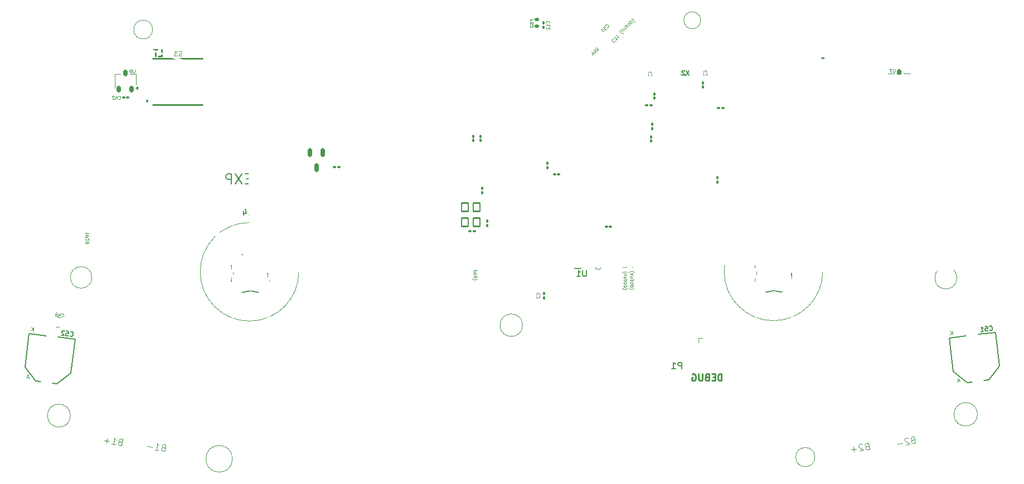
<source format=gbo>
G04 #@! TF.GenerationSoftware,KiCad,Pcbnew,9.0.3-9.0.3-0~ubuntu22.04.1*
G04 #@! TF.CreationDate,2025-07-19T11:30:49-06:00*
G04 #@! TF.ProjectId,Steam_Controller,53746561-6d5f-4436-9f6e-74726f6c6c65,rev?*
G04 #@! TF.SameCoordinates,Original*
G04 #@! TF.FileFunction,Legend,Bot*
G04 #@! TF.FilePolarity,Positive*
%FSLAX46Y46*%
G04 Gerber Fmt 4.6, Leading zero omitted, Abs format (unit mm)*
G04 Created by KiCad (PCBNEW 9.0.3-9.0.3-0~ubuntu22.04.1) date 2025-07-19 11:30:49*
%MOMM*%
%LPD*%
G01*
G04 APERTURE LIST*
G04 Aperture macros list*
%AMRoundRect*
0 Rectangle with rounded corners*
0 $1 Rounding radius*
0 $2 $3 $4 $5 $6 $7 $8 $9 X,Y pos of 4 corners*
0 Add a 4 corners polygon primitive as box body*
4,1,4,$2,$3,$4,$5,$6,$7,$8,$9,$2,$3,0*
0 Add four circle primitives for the rounded corners*
1,1,$1+$1,$2,$3*
1,1,$1+$1,$4,$5*
1,1,$1+$1,$6,$7*
1,1,$1+$1,$8,$9*
0 Add four rect primitives between the rounded corners*
20,1,$1+$1,$2,$3,$4,$5,0*
20,1,$1+$1,$4,$5,$6,$7,0*
20,1,$1+$1,$6,$7,$8,$9,0*
20,1,$1+$1,$8,$9,$2,$3,0*%
%AMRotRect*
0 Rectangle, with rotation*
0 The origin of the aperture is its center*
0 $1 length*
0 $2 width*
0 $3 Rotation angle, in degrees counterclockwise*
0 Add horizontal line*
21,1,$1,$2,0,0,$3*%
%AMFreePoly0*
4,1,15,0.135721,0.288521,0.150600,0.252600,0.150600,-0.252400,0.135721,-0.288321,0.100105,-0.303199,0.000205,-0.303799,-0.035805,-0.289136,-0.036039,-0.288903,-0.136039,-0.188803,-0.150900,-0.152900,-0.150900,0.252600,-0.136021,0.288521,-0.100100,0.303400,0.099800,0.303400,0.135721,0.288521,0.135721,0.288521,$1*%
%AMFreePoly1*
4,1,15,0.135921,0.288421,0.150800,0.252500,0.150800,-0.153000,0.135921,-0.188921,0.035921,-0.288921,0.000000,-0.303800,-0.000254,-0.303799,-0.100254,-0.303299,-0.136100,-0.288241,-0.150800,-0.252500,-0.150800,0.252500,-0.135921,0.288421,-0.100000,0.303300,0.100000,0.303300,0.135921,0.288421,0.135921,0.288421,$1*%
%AMFreePoly2*
4,1,15,0.288421,0.136021,0.303300,0.100100,0.303300,-0.099900,0.288421,-0.135821,0.252500,-0.150700,-0.252500,-0.150700,-0.288421,-0.135821,-0.303299,-0.100154,-0.303799,-0.000154,-0.289100,0.035841,-0.288921,0.036021,-0.188921,0.136021,-0.153000,0.150900,0.252500,0.150900,0.288421,0.136021,0.288421,0.136021,$1*%
%AMFreePoly3*
4,1,15,0.288421,0.136021,0.303300,0.100100,0.303300,-0.099900,0.288421,-0.135821,0.252500,-0.150700,-0.153100,-0.150700,-0.189021,-0.135821,-0.289021,-0.035821,-0.303900,0.000100,-0.303899,0.000405,-0.303299,0.100405,-0.288205,0.136236,-0.252500,0.150900,0.252500,0.150900,0.288421,0.136021,0.288421,0.136021,$1*%
%AMFreePoly4*
4,1,15,0.035741,0.289200,0.035921,0.289021,0.135921,0.189021,0.150800,0.153100,0.150800,-0.252400,0.135921,-0.288321,0.100000,-0.303200,-0.100000,-0.303200,-0.135921,-0.288321,-0.150800,-0.252400,-0.150800,0.252600,-0.135921,0.288521,-0.100254,0.303399,-0.000254,0.303899,0.035741,0.289200,0.035741,0.289200,$1*%
%AMFreePoly5*
4,1,15,0.000254,0.303799,0.100254,0.303299,0.136100,0.288241,0.150800,0.252500,0.150800,-0.252500,0.135921,-0.288421,0.100000,-0.303300,-0.100000,-0.303300,-0.135921,-0.288421,-0.150800,-0.252500,-0.150800,0.153000,-0.135921,0.188921,-0.035921,0.288921,0.000000,0.303800,0.000254,0.303799,0.000254,0.303799,$1*%
%AMFreePoly6*
4,1,15,0.288421,0.135921,0.303299,0.100254,0.303799,0.000254,0.289100,-0.035741,0.288921,-0.035921,0.188921,-0.135921,0.153000,-0.150800,-0.252500,-0.150800,-0.288421,-0.135921,-0.303300,-0.100000,-0.303300,0.100000,-0.288421,0.135921,-0.252500,0.150800,0.252500,0.150800,0.288421,0.135921,0.288421,0.135921,$1*%
%AMFreePoly7*
4,1,15,0.188903,0.135939,0.288903,0.036039,0.303800,0.000125,0.303799,-0.000154,0.303299,-0.100154,0.288241,-0.136000,0.252500,-0.150700,-0.252500,-0.150700,-0.288421,-0.135821,-0.303300,-0.099900,-0.303300,0.100000,-0.288421,0.135921,-0.252500,0.150800,0.153000,0.150800,0.188903,0.135939,0.188903,0.135939,$1*%
%AMFreePoly8*
4,1,105,0.153860,1.291708,0.159958,1.290968,0.308358,1.263768,0.314303,1.262303,0.458503,1.217403,0.464282,1.215210,0.601782,1.153210,0.607155,1.150389,0.736355,1.072389,0.741439,1.068881,0.860339,0.975681,0.864921,0.971621,0.971621,0.864921,0.975681,0.860339,1.068881,0.741439,1.072389,0.736355,1.150389,0.607155,1.153210,0.601782,1.215210,0.464282,1.217403,0.458503,
1.262303,0.314303,1.263768,0.308358,1.290968,0.159958,1.291708,0.153860,1.300808,0.003060,1.300808,-0.003062,1.291708,-0.153762,1.290967,-0.159864,1.263767,-0.308164,1.262306,-0.314093,1.217406,-0.458393,1.215216,-0.464169,1.153216,-0.601769,1.150380,-0.607170,1.072380,-0.736270,1.068868,-0.741356,0.975668,-0.860156,0.971621,-0.864721,0.864921,-0.971421,0.860339,-0.975481,
0.741439,-1.068681,0.736355,-1.072189,0.607155,-1.150189,0.601782,-1.153010,0.464282,-1.215010,0.458533,-1.217194,0.314333,-1.262194,0.308326,-1.263674,0.159926,-1.290774,0.153893,-1.291506,0.003093,-1.300706,-0.003095,-1.300706,-0.153795,-1.291506,-0.159832,-1.290772,-0.308132,-1.263672,-0.314124,-1.262197,-0.458424,-1.217197,-0.464169,-1.215016,-0.601769,-1.153016,-0.607170,-1.150180,
-0.736270,-1.072180,-0.741356,-1.068668,-0.860156,-0.975468,-0.864721,-0.971421,-0.971421,-0.864721,-0.975468,-0.860156,-1.068668,-0.741356,-1.072180,-0.736270,-1.150180,-0.607170,-1.153016,-0.601769,-1.215016,-0.464169,-1.217197,-0.458424,-1.262197,-0.314124,-1.263672,-0.308132,-1.290772,-0.159832,-1.291506,-0.153795,-1.300706,-0.003095,-1.300706,0.003093,-1.291506,0.153893,-1.290774,0.159926,
-1.263674,0.308326,-1.262194,0.314333,-1.217194,0.458533,-1.215010,0.464282,-1.153010,0.601782,-1.150189,0.607155,-1.072189,0.736355,-1.068681,0.741439,-0.975481,0.860339,-0.971421,0.864921,-0.864721,0.971621,-0.860156,0.975668,-0.741356,1.068868,-0.736270,1.072380,-0.607170,1.150380,-0.601769,1.153216,-0.464169,1.215216,-0.458393,1.217406,-0.314093,1.262306,-0.308164,1.263767,
-0.159864,1.290967,-0.153762,1.291708,-0.003062,1.300808,0.003060,1.300808,0.153860,1.291708,0.153860,1.291708,$1*%
%AMFreePoly9*
4,1,105,0.153893,1.291506,0.159926,1.290774,0.308326,1.263674,0.314333,1.262194,0.458533,1.217194,0.464282,1.215010,0.601782,1.153010,0.607155,1.150189,0.736355,1.072189,0.741439,1.068681,0.860339,0.975481,0.864921,0.971421,0.971621,0.864721,0.975668,0.860156,1.068868,0.741356,1.072380,0.736270,1.150380,0.607170,1.153216,0.601769,1.215216,0.464169,1.217406,0.458393,
1.262306,0.314093,1.263767,0.308164,1.290967,0.159864,1.291708,0.153762,1.300808,0.003062,1.300808,-0.003060,1.291708,-0.153860,1.290968,-0.159958,1.263768,-0.308358,1.262303,-0.314303,1.217403,-0.458503,1.215210,-0.464282,1.153210,-0.601782,1.150389,-0.607155,1.072389,-0.736355,1.068881,-0.741439,0.975681,-0.860339,0.971621,-0.864921,0.864921,-0.971621,0.860339,-0.975681,
0.741439,-1.068881,0.736355,-1.072389,0.607155,-1.150389,0.601782,-1.153210,0.464282,-1.215210,0.458503,-1.217403,0.314303,-1.262303,0.308358,-1.263768,0.159958,-1.290968,0.153860,-1.291708,0.003060,-1.300808,-0.003062,-1.300808,-0.153762,-1.291708,-0.159864,-1.290967,-0.308164,-1.263767,-0.314093,-1.262306,-0.458393,-1.217406,-0.464169,-1.215216,-0.601769,-1.153216,-0.607170,-1.150380,
-0.736270,-1.072380,-0.741356,-1.068868,-0.860156,-0.975668,-0.864721,-0.971621,-0.971421,-0.864921,-0.975481,-0.860339,-1.068681,-0.741439,-1.072189,-0.736355,-1.150189,-0.607155,-1.153010,-0.601782,-1.215010,-0.464282,-1.217194,-0.458533,-1.262194,-0.314333,-1.263674,-0.308326,-1.290774,-0.159926,-1.291506,-0.153893,-1.300706,-0.003093,-1.300706,0.003095,-1.291506,0.153795,-1.290772,0.159832,
-1.263672,0.308132,-1.262197,0.314124,-1.217197,0.458424,-1.215016,0.464169,-1.153016,0.601769,-1.150180,0.607170,-1.072180,0.736270,-1.068668,0.741356,-0.975468,0.860156,-0.971421,0.864721,-0.864721,0.971421,-0.860156,0.975468,-0.741356,1.068668,-0.736270,1.072180,-0.607170,1.150180,-0.601769,1.153016,-0.464169,1.215016,-0.458424,1.217197,-0.314124,1.262197,-0.308132,1.263672,
-0.159832,1.290772,-0.153795,1.291506,-0.003095,1.300706,0.003093,1.300706,0.153893,1.291506,0.153893,1.291506,$1*%
%AMFreePoly10*
4,1,105,0.153795,1.291506,0.159832,1.290772,0.308132,1.263672,0.314124,1.262197,0.458424,1.217197,0.464169,1.215016,0.601769,1.153016,0.607170,1.150180,0.736270,1.072180,0.741356,1.068668,0.860156,0.975468,0.864721,0.971421,0.971421,0.864721,0.975468,0.860156,1.068668,0.741356,1.072180,0.736270,1.150180,0.607170,1.153016,0.601769,1.215016,0.464169,1.217197,0.458424,
1.262197,0.314124,1.263672,0.308132,1.290772,0.159832,1.291506,0.153795,1.300706,0.003095,1.300706,-0.003093,1.291506,-0.153893,1.290774,-0.159926,1.263674,-0.308326,1.262194,-0.314333,1.217194,-0.458533,1.215010,-0.464282,1.153010,-0.601782,1.150189,-0.607155,1.072189,-0.736355,1.068681,-0.741439,0.975481,-0.860339,0.971421,-0.864921,0.864721,-0.971621,0.860156,-0.975668,
0.741356,-1.068868,0.736270,-1.072380,0.607170,-1.150380,0.601769,-1.153216,0.464169,-1.215216,0.458393,-1.217406,0.314093,-1.262306,0.308164,-1.263767,0.159864,-1.290967,0.153762,-1.291708,0.003062,-1.300808,-0.003060,-1.300808,-0.153860,-1.291708,-0.159958,-1.290968,-0.308358,-1.263768,-0.314303,-1.262303,-0.458503,-1.217403,-0.464282,-1.215210,-0.601782,-1.153210,-0.607155,-1.150389,
-0.736355,-1.072389,-0.741439,-1.068881,-0.860339,-0.975681,-0.864921,-0.971621,-0.971621,-0.864921,-0.975681,-0.860339,-1.068881,-0.741439,-1.072389,-0.736355,-1.150389,-0.607155,-1.153210,-0.601782,-1.215210,-0.464282,-1.217403,-0.458503,-1.262303,-0.314303,-1.263768,-0.308358,-1.290968,-0.159958,-1.291708,-0.153860,-1.300808,-0.003060,-1.300808,0.003062,-1.291708,0.153762,-1.290967,0.159864,
-1.263767,0.308164,-1.262306,0.314093,-1.217406,0.458393,-1.215216,0.464169,-1.153216,0.601769,-1.150380,0.607170,-1.072380,0.736270,-1.068868,0.741356,-0.975668,0.860156,-0.971621,0.864721,-0.864921,0.971421,-0.860339,0.975481,-0.741439,1.068681,-0.736355,1.072189,-0.607155,1.150189,-0.601782,1.153010,-0.464282,1.215010,-0.458533,1.217194,-0.314333,1.262194,-0.308326,1.263674,
-0.159926,1.290774,-0.153893,1.291506,-0.003093,1.300706,0.003095,1.300706,0.153795,1.291506,0.153795,1.291506,$1*%
%AMFreePoly11*
4,1,105,0.153762,1.291708,0.159864,1.290967,0.308164,1.263767,0.314093,1.262306,0.458393,1.217406,0.464169,1.215216,0.601769,1.153216,0.607170,1.150380,0.736270,1.072380,0.741356,1.068868,0.860156,0.975668,0.864721,0.971621,0.971421,0.864921,0.975481,0.860339,1.068681,0.741439,1.072189,0.736355,1.150189,0.607155,1.153010,0.601782,1.215010,0.464282,1.217194,0.458533,
1.262194,0.314333,1.263674,0.308326,1.290774,0.159926,1.291506,0.153893,1.300706,0.003093,1.300706,-0.003095,1.291506,-0.153795,1.290772,-0.159832,1.263672,-0.308132,1.262197,-0.314124,1.217197,-0.458424,1.215016,-0.464169,1.153016,-0.601769,1.150180,-0.607170,1.072180,-0.736270,1.068668,-0.741356,0.975468,-0.860156,0.971421,-0.864721,0.864721,-0.971421,0.860156,-0.975468,
0.741356,-1.068668,0.736270,-1.072180,0.607170,-1.150180,0.601769,-1.153016,0.464169,-1.215016,0.458424,-1.217197,0.314124,-1.262197,0.308132,-1.263672,0.159832,-1.290772,0.153795,-1.291506,0.003095,-1.300706,-0.003093,-1.300706,-0.153893,-1.291506,-0.159926,-1.290774,-0.308326,-1.263674,-0.314333,-1.262194,-0.458533,-1.217194,-0.464282,-1.215010,-0.601782,-1.153010,-0.607155,-1.150189,
-0.736355,-1.072189,-0.741439,-1.068681,-0.860339,-0.975481,-0.864921,-0.971421,-0.971621,-0.864721,-0.975668,-0.860156,-1.068868,-0.741356,-1.072380,-0.736270,-1.150380,-0.607170,-1.153216,-0.601769,-1.215216,-0.464169,-1.217406,-0.458393,-1.262306,-0.314093,-1.263767,-0.308164,-1.290967,-0.159864,-1.291708,-0.153762,-1.300808,-0.003062,-1.300808,0.003060,-1.291708,0.153860,-1.290968,0.159958,
-1.263768,0.308358,-1.262303,0.314303,-1.217403,0.458503,-1.215210,0.464282,-1.153210,0.601782,-1.150389,0.607155,-1.072389,0.736355,-1.068881,0.741439,-0.975681,0.860339,-0.971621,0.864921,-0.864921,0.971621,-0.860339,0.975681,-0.741439,1.068881,-0.736355,1.072389,-0.607155,1.150389,-0.601782,1.153210,-0.464282,1.215210,-0.458503,1.217403,-0.314303,1.262303,-0.308358,1.263768,
-0.159958,1.290968,-0.153860,1.291708,-0.003060,1.300808,0.003062,1.300808,0.153762,1.291708,0.153762,1.291708,$1*%
%AMFreePoly12*
4,1,105,0.153664,1.291508,0.159747,1.290770,0.308347,1.263570,0.314322,1.262097,0.458322,1.217197,0.464000,1.215046,0.601700,1.153246,0.607189,1.150368,0.736489,1.072168,0.741547,1.068675,0.860147,0.975675,0.864721,0.971621,0.971621,0.864721,0.975675,0.860147,1.068675,0.741547,1.072168,0.736489,1.150368,0.607189,1.153246,0.601700,1.215046,0.464000,1.217197,0.458322,
1.262097,0.314322,1.263570,0.308347,1.290770,0.159747,1.291508,0.153664,1.300608,0.003064,1.300608,-0.003064,1.291508,-0.153664,1.290770,-0.159747,1.263570,-0.308347,1.262097,-0.314322,1.217197,-0.458322,1.215046,-0.464000,1.153246,-0.601700,1.150368,-0.607189,1.072168,-0.736489,1.068675,-0.741547,0.975675,-0.860147,0.971621,-0.864721,0.864721,-0.971621,0.860147,-0.975675,
0.741547,-1.068675,0.736489,-1.072168,0.607189,-1.150368,0.601700,-1.153246,0.464000,-1.215046,0.458322,-1.217197,0.314322,-1.262097,0.308347,-1.263570,0.159747,-1.290770,0.153664,-1.291508,0.003064,-1.300608,-0.003064,-1.300608,-0.153664,-1.291508,-0.159747,-1.290770,-0.308347,-1.263570,-0.314322,-1.262097,-0.458322,-1.217197,-0.464000,-1.215046,-0.601700,-1.153246,-0.607189,-1.150368,
-0.736489,-1.072168,-0.741547,-1.068675,-0.860147,-0.975675,-0.864721,-0.971621,-0.971621,-0.864721,-0.975675,-0.860147,-1.068675,-0.741547,-1.072168,-0.736489,-1.150368,-0.607189,-1.153246,-0.601700,-1.215046,-0.464000,-1.217197,-0.458322,-1.262097,-0.314322,-1.263570,-0.308347,-1.290770,-0.159747,-1.291508,-0.153664,-1.300608,-0.003064,-1.300608,0.003064,-1.291508,0.153664,-1.290770,0.159747,
-1.263570,0.308347,-1.262097,0.314322,-1.217197,0.458322,-1.215046,0.464000,-1.153246,0.601700,-1.150368,0.607189,-1.072168,0.736489,-1.068675,0.741547,-0.975675,0.860147,-0.971621,0.864721,-0.864721,0.971621,-0.860147,0.975675,-0.741547,1.068675,-0.736489,1.072168,-0.607189,1.150368,-0.601700,1.153246,-0.464000,1.215046,-0.458322,1.217197,-0.314322,1.262097,-0.308347,1.263570,
-0.159747,1.290770,-0.153664,1.291508,-0.003064,1.300608,0.003064,1.300608,0.153664,1.291508,0.153664,1.291508,$1*%
G04 Aperture macros list end*
%ADD10C,0.100000*%
%ADD11C,0.200000*%
%ADD12C,0.250000*%
%ADD13C,0.125000*%
%ADD14C,0.150000*%
%ADD15C,0.152400*%
%ADD16C,0.175000*%
%ADD17C,0.120000*%
%ADD18C,0.254000*%
%ADD19C,0.127000*%
%ADD20C,0.000000*%
%ADD21C,0.300000*%
%ADD22C,0.600000*%
%ADD23C,1.000000*%
%ADD24C,1.300000*%
%ADD25C,3.000000*%
%ADD26C,2.800000*%
%ADD27O,2.000000X1.810000*%
%ADD28C,1.950000*%
%ADD29C,1.650000*%
%ADD30C,2.400000*%
%ADD31C,2.475000*%
%ADD32C,0.550000*%
%ADD33RoundRect,0.100000X0.100000X-0.130000X0.100000X0.130000X-0.100000X0.130000X-0.100000X-0.130000X0*%
%ADD34RoundRect,0.100000X-0.130000X-0.100000X0.130000X-0.100000X0.130000X0.100000X-0.130000X0.100000X0*%
%ADD35RoundRect,0.100000X0.163522X-0.012672X-0.029696X0.161301X-0.163522X0.012672X0.029696X-0.161301X0*%
%ADD36RoundRect,0.175000X0.175000X-0.325000X0.175000X0.325000X-0.175000X0.325000X-0.175000X-0.325000X0*%
%ADD37RoundRect,0.100000X0.130000X0.100000X-0.130000X0.100000X-0.130000X-0.100000X0.130000X-0.100000X0*%
%ADD38RoundRect,0.100000X-0.100000X0.130000X-0.100000X-0.130000X0.100000X-0.130000X0.100000X0.130000X0*%
%ADD39R,1.000000X1.100000*%
%ADD40RotRect,2.997200X1.168400X83.000000*%
%ADD41RoundRect,0.150000X0.512500X0.150000X-0.512500X0.150000X-0.512500X-0.150000X0.512500X-0.150000X0*%
%ADD42FreePoly0,270.000000*%
%ADD43RoundRect,0.050800X-0.252500X0.100000X-0.252500X-0.100000X0.252500X-0.100000X0.252500X0.100000X0*%
%ADD44FreePoly1,270.000000*%
%ADD45FreePoly2,270.000000*%
%ADD46RoundRect,0.050800X-0.100000X0.252500X-0.100000X-0.252500X0.100000X-0.252500X0.100000X0.252500X0*%
%ADD47FreePoly3,270.000000*%
%ADD48FreePoly4,270.000000*%
%ADD49FreePoly5,270.000000*%
%ADD50FreePoly6,270.000000*%
%ADD51FreePoly7,270.000000*%
%ADD52RoundRect,0.050800X-0.850000X0.850000X-0.850000X-0.850000X0.850000X-0.850000X0.850000X0.850000X0*%
%ADD53FreePoly8,180.000000*%
%ADD54FreePoly9,180.000000*%
%ADD55FreePoly10,180.000000*%
%ADD56FreePoly11,180.000000*%
%ADD57FreePoly12,180.000000*%
%ADD58C,2.000000*%
%ADD59RotRect,2.997200X1.168400X97.000000*%
%ADD60RoundRect,0.250000X-0.313674X-0.435584X0.181460X-0.505171X0.313674X0.435584X-0.181460X0.505171X0*%
%ADD61RoundRect,0.147500X0.172500X-0.147500X0.172500X0.147500X-0.172500X0.147500X-0.172500X-0.147500X0*%
%ADD62RoundRect,0.100000X-0.021213X-0.162635X0.162635X0.021213X0.021213X0.162635X-0.162635X-0.021213X0*%
%ADD63O,1.101600X0.301600*%
%ADD64O,0.301600X1.101600*%
%ADD65RoundRect,0.050800X2.300000X2.300000X-2.300000X2.300000X-2.300000X-2.300000X2.300000X-2.300000X0*%
%ADD66RoundRect,0.150000X-0.150000X0.512500X-0.150000X-0.512500X0.150000X-0.512500X0.150000X0.512500X0*%
%ADD67RoundRect,0.102000X-0.525000X-0.650000X0.525000X-0.650000X0.525000X0.650000X-0.525000X0.650000X0*%
%ADD68C,2.374900*%
%ADD69C,0.990600*%
%ADD70C,0.787400*%
%ADD71R,1.200000X1.000000*%
%ADD72O,2.101600X0.401600*%
%ADD73O,0.401600X2.101600*%
G04 APERTURE END LIST*
D10*
X209988740Y-63170000D02*
G75*
G02*
X207451260Y-63170000I-1268740J0D01*
G01*
X207451260Y-63170000D02*
G75*
G02*
X209988740Y-63170000I1268740J0D01*
G01*
X154530000Y-108250000D02*
G75*
G02*
X151111872Y-108250000I-1709064J0D01*
G01*
X151111872Y-108250000D02*
G75*
G02*
X154530000Y-108250000I1709064J0D01*
G01*
X200130000Y-100070000D02*
G75*
G02*
X185146156Y-100070000I-7491922J0D01*
G01*
X185146156Y-100070000D02*
G75*
G02*
X200130000Y-100070000I7491922J0D01*
G01*
X223624629Y-121794628D02*
G75*
G02*
X220055371Y-121794628I-1784629J0D01*
G01*
X220055371Y-121794628D02*
G75*
G02*
X223624629Y-121794628I1784629J0D01*
G01*
X110470001Y-128560000D02*
G75*
G02*
X106418641Y-128560000I-2025680J0D01*
G01*
X106418641Y-128560000D02*
G75*
G02*
X110470001Y-128560000I2025680J0D01*
G01*
X98336376Y-63310000D02*
G75*
G02*
X95471066Y-63310000I-1432655J0D01*
G01*
X95471066Y-63310000D02*
G75*
G02*
X98336376Y-63310000I1432655J0D01*
G01*
X126710001Y-61930000D02*
G75*
G02*
X124088779Y-61930000I-1310611J0D01*
G01*
X124088779Y-61930000D02*
G75*
G02*
X126710001Y-61930000I1310611J0D01*
G01*
X181592175Y-61900000D02*
G75*
G02*
X179016209Y-61900000I-1287983J0D01*
G01*
X179016209Y-61900000D02*
G75*
G02*
X181592175Y-61900000I1287983J0D01*
G01*
X120550180Y-100130180D02*
G75*
G02*
X105569820Y-100130180I-7490180J0D01*
G01*
X105569820Y-100130180D02*
G75*
G02*
X120550180Y-100130180I7490180J0D01*
G01*
X85850000Y-121990000D02*
G75*
G02*
X82361448Y-121990000I-1744276J0D01*
G01*
X82361448Y-121990000D02*
G75*
G02*
X85850000Y-121990000I1744276J0D01*
G01*
X220496523Y-101076573D02*
G75*
G02*
X217163477Y-101076573I-1666523J0D01*
G01*
X217163477Y-101076573D02*
G75*
G02*
X220496523Y-101076573I1666523J0D01*
G01*
X89116154Y-100980000D02*
G75*
G02*
X85843846Y-100980000I-1636154J0D01*
G01*
X85843846Y-100980000D02*
G75*
G02*
X89116154Y-100980000I1636154J0D01*
G01*
X198942859Y-128300000D02*
G75*
G02*
X196019779Y-128300000I-1461540J0D01*
G01*
X196019779Y-128300000D02*
G75*
G02*
X198942859Y-128300000I1461540J0D01*
G01*
X147447721Y-97574417D02*
X147209626Y-97407751D01*
X147447721Y-97288703D02*
X146947721Y-97288703D01*
X146947721Y-97288703D02*
X146947721Y-97479179D01*
X146947721Y-97479179D02*
X146971531Y-97526798D01*
X146971531Y-97526798D02*
X146995340Y-97550608D01*
X146995340Y-97550608D02*
X147042959Y-97574417D01*
X147042959Y-97574417D02*
X147114388Y-97574417D01*
X147114388Y-97574417D02*
X147162007Y-97550608D01*
X147162007Y-97550608D02*
X147185816Y-97526798D01*
X147185816Y-97526798D02*
X147209626Y-97479179D01*
X147209626Y-97479179D02*
X147209626Y-97288703D01*
X146947721Y-98026798D02*
X146947721Y-97788703D01*
X146947721Y-97788703D02*
X147185816Y-97764894D01*
X147185816Y-97764894D02*
X147162007Y-97788703D01*
X147162007Y-97788703D02*
X147138197Y-97836322D01*
X147138197Y-97836322D02*
X147138197Y-97955370D01*
X147138197Y-97955370D02*
X147162007Y-98002989D01*
X147162007Y-98002989D02*
X147185816Y-98026798D01*
X147185816Y-98026798D02*
X147233435Y-98050608D01*
X147233435Y-98050608D02*
X147352483Y-98050608D01*
X147352483Y-98050608D02*
X147400102Y-98026798D01*
X147400102Y-98026798D02*
X147423912Y-98002989D01*
X147423912Y-98002989D02*
X147447721Y-97955370D01*
X147447721Y-97955370D02*
X147447721Y-97836322D01*
X147447721Y-97836322D02*
X147423912Y-97788703D01*
X147423912Y-97788703D02*
X147400102Y-97764894D01*
X147638197Y-98788702D02*
X147614388Y-98764893D01*
X147614388Y-98764893D02*
X147542959Y-98717274D01*
X147542959Y-98717274D02*
X147495340Y-98693464D01*
X147495340Y-98693464D02*
X147423912Y-98669655D01*
X147423912Y-98669655D02*
X147304864Y-98645845D01*
X147304864Y-98645845D02*
X147209626Y-98645845D01*
X147209626Y-98645845D02*
X147090578Y-98669655D01*
X147090578Y-98669655D02*
X147019150Y-98693464D01*
X147019150Y-98693464D02*
X146971531Y-98717274D01*
X146971531Y-98717274D02*
X146900102Y-98764893D01*
X146900102Y-98764893D02*
X146876292Y-98788702D01*
X147114388Y-99193464D02*
X147447721Y-99193464D01*
X147114388Y-98979178D02*
X147376292Y-98979178D01*
X147376292Y-98979178D02*
X147423912Y-99002988D01*
X147423912Y-99002988D02*
X147447721Y-99050607D01*
X147447721Y-99050607D02*
X147447721Y-99122035D01*
X147447721Y-99122035D02*
X147423912Y-99169654D01*
X147423912Y-99169654D02*
X147400102Y-99193464D01*
X147114388Y-99431559D02*
X147447721Y-99431559D01*
X147162007Y-99431559D02*
X147138197Y-99455369D01*
X147138197Y-99455369D02*
X147114388Y-99502988D01*
X147114388Y-99502988D02*
X147114388Y-99574416D01*
X147114388Y-99574416D02*
X147138197Y-99622035D01*
X147138197Y-99622035D02*
X147185816Y-99645845D01*
X147185816Y-99645845D02*
X147447721Y-99645845D01*
X147114388Y-99883940D02*
X147614388Y-99883940D01*
X147138197Y-99883940D02*
X147114388Y-99931559D01*
X147114388Y-99931559D02*
X147114388Y-100026797D01*
X147114388Y-100026797D02*
X147138197Y-100074416D01*
X147138197Y-100074416D02*
X147162007Y-100098226D01*
X147162007Y-100098226D02*
X147209626Y-100122035D01*
X147209626Y-100122035D02*
X147352483Y-100122035D01*
X147352483Y-100122035D02*
X147400102Y-100098226D01*
X147400102Y-100098226D02*
X147423912Y-100074416D01*
X147423912Y-100074416D02*
X147447721Y-100026797D01*
X147447721Y-100026797D02*
X147447721Y-99931559D01*
X147447721Y-99931559D02*
X147423912Y-99883940D01*
X147447721Y-100407750D02*
X147423912Y-100360131D01*
X147423912Y-100360131D02*
X147400102Y-100336321D01*
X147400102Y-100336321D02*
X147352483Y-100312512D01*
X147352483Y-100312512D02*
X147209626Y-100312512D01*
X147209626Y-100312512D02*
X147162007Y-100336321D01*
X147162007Y-100336321D02*
X147138197Y-100360131D01*
X147138197Y-100360131D02*
X147114388Y-100407750D01*
X147114388Y-100407750D02*
X147114388Y-100479178D01*
X147114388Y-100479178D02*
X147138197Y-100526797D01*
X147138197Y-100526797D02*
X147162007Y-100550607D01*
X147162007Y-100550607D02*
X147209626Y-100574416D01*
X147209626Y-100574416D02*
X147352483Y-100574416D01*
X147352483Y-100574416D02*
X147400102Y-100550607D01*
X147400102Y-100550607D02*
X147423912Y-100526797D01*
X147423912Y-100526797D02*
X147447721Y-100479178D01*
X147447721Y-100479178D02*
X147447721Y-100407750D01*
X147114388Y-100788702D02*
X147614388Y-100788702D01*
X147138197Y-100788702D02*
X147114388Y-100836321D01*
X147114388Y-100836321D02*
X147114388Y-100931559D01*
X147114388Y-100931559D02*
X147138197Y-100979178D01*
X147138197Y-100979178D02*
X147162007Y-101002988D01*
X147162007Y-101002988D02*
X147209626Y-101026797D01*
X147209626Y-101026797D02*
X147352483Y-101026797D01*
X147352483Y-101026797D02*
X147400102Y-101002988D01*
X147400102Y-101002988D02*
X147423912Y-100979178D01*
X147423912Y-100979178D02*
X147447721Y-100931559D01*
X147447721Y-100931559D02*
X147447721Y-100836321D01*
X147447721Y-100836321D02*
X147423912Y-100788702D01*
X147638197Y-101193464D02*
X147614388Y-101217274D01*
X147614388Y-101217274D02*
X147542959Y-101264893D01*
X147542959Y-101264893D02*
X147495340Y-101288702D01*
X147495340Y-101288702D02*
X147423912Y-101312512D01*
X147423912Y-101312512D02*
X147304864Y-101336321D01*
X147304864Y-101336321D02*
X147209626Y-101336321D01*
X147209626Y-101336321D02*
X147090578Y-101312512D01*
X147090578Y-101312512D02*
X147019150Y-101288702D01*
X147019150Y-101288702D02*
X146971531Y-101264893D01*
X146971531Y-101264893D02*
X146900102Y-101217274D01*
X146900102Y-101217274D02*
X146876292Y-101193464D01*
D11*
X135121993Y-86766112D02*
X135836279Y-86766112D01*
X135836279Y-86766112D02*
X135836279Y-85266112D01*
X133979136Y-86766112D02*
X133979136Y-85980398D01*
X133979136Y-85980398D02*
X134050564Y-85837541D01*
X134050564Y-85837541D02*
X134193421Y-85766112D01*
X134193421Y-85766112D02*
X134479136Y-85766112D01*
X134479136Y-85766112D02*
X134621993Y-85837541D01*
X133979136Y-86694684D02*
X134121993Y-86766112D01*
X134121993Y-86766112D02*
X134479136Y-86766112D01*
X134479136Y-86766112D02*
X134621993Y-86694684D01*
X134621993Y-86694684D02*
X134693421Y-86551826D01*
X134693421Y-86551826D02*
X134693421Y-86408969D01*
X134693421Y-86408969D02*
X134621993Y-86266112D01*
X134621993Y-86266112D02*
X134479136Y-86194684D01*
X134479136Y-86194684D02*
X134121993Y-86194684D01*
X134121993Y-86194684D02*
X133979136Y-86123255D01*
X133264850Y-86766112D02*
X133264850Y-85766112D01*
X133264850Y-85908969D02*
X133193421Y-85837541D01*
X133193421Y-85837541D02*
X133050564Y-85766112D01*
X133050564Y-85766112D02*
X132836278Y-85766112D01*
X132836278Y-85766112D02*
X132693421Y-85837541D01*
X132693421Y-85837541D02*
X132621993Y-85980398D01*
X132621993Y-85980398D02*
X132621993Y-86766112D01*
X132621993Y-85980398D02*
X132550564Y-85837541D01*
X132550564Y-85837541D02*
X132407707Y-85766112D01*
X132407707Y-85766112D02*
X132193421Y-85766112D01*
X132193421Y-85766112D02*
X132050564Y-85837541D01*
X132050564Y-85837541D02*
X131979135Y-85980398D01*
X131979135Y-85980398D02*
X131979135Y-86766112D01*
X131264850Y-86766112D02*
X131264850Y-85266112D01*
X131264850Y-85837541D02*
X131121993Y-85766112D01*
X131121993Y-85766112D02*
X130836278Y-85766112D01*
X130836278Y-85766112D02*
X130693421Y-85837541D01*
X130693421Y-85837541D02*
X130621993Y-85908969D01*
X130621993Y-85908969D02*
X130550564Y-86051826D01*
X130550564Y-86051826D02*
X130550564Y-86480398D01*
X130550564Y-86480398D02*
X130621993Y-86623255D01*
X130621993Y-86623255D02*
X130693421Y-86694684D01*
X130693421Y-86694684D02*
X130836278Y-86766112D01*
X130836278Y-86766112D02*
X131121993Y-86766112D01*
X131121993Y-86766112D02*
X131264850Y-86694684D01*
X129264850Y-86766112D02*
X129264850Y-85266112D01*
X129264850Y-86694684D02*
X129407707Y-86766112D01*
X129407707Y-86766112D02*
X129693421Y-86766112D01*
X129693421Y-86766112D02*
X129836278Y-86694684D01*
X129836278Y-86694684D02*
X129907707Y-86623255D01*
X129907707Y-86623255D02*
X129979135Y-86480398D01*
X129979135Y-86480398D02*
X129979135Y-86051826D01*
X129979135Y-86051826D02*
X129907707Y-85908969D01*
X129907707Y-85908969D02*
X129836278Y-85837541D01*
X129836278Y-85837541D02*
X129693421Y-85766112D01*
X129693421Y-85766112D02*
X129407707Y-85766112D01*
X129407707Y-85766112D02*
X129264850Y-85837541D01*
X127907707Y-86766112D02*
X127907707Y-85980398D01*
X127907707Y-85980398D02*
X127979135Y-85837541D01*
X127979135Y-85837541D02*
X128121992Y-85766112D01*
X128121992Y-85766112D02*
X128407707Y-85766112D01*
X128407707Y-85766112D02*
X128550564Y-85837541D01*
X127907707Y-86694684D02*
X128050564Y-86766112D01*
X128050564Y-86766112D02*
X128407707Y-86766112D01*
X128407707Y-86766112D02*
X128550564Y-86694684D01*
X128550564Y-86694684D02*
X128621992Y-86551826D01*
X128621992Y-86551826D02*
X128621992Y-86408969D01*
X128621992Y-86408969D02*
X128550564Y-86266112D01*
X128550564Y-86266112D02*
X128407707Y-86194684D01*
X128407707Y-86194684D02*
X128050564Y-86194684D01*
X128050564Y-86194684D02*
X127907707Y-86123255D01*
X127550564Y-86908969D02*
X126407706Y-86908969D01*
X126050564Y-86766112D02*
X126050564Y-85766112D01*
X126050564Y-85908969D02*
X125979135Y-85837541D01*
X125979135Y-85837541D02*
X125836278Y-85766112D01*
X125836278Y-85766112D02*
X125621992Y-85766112D01*
X125621992Y-85766112D02*
X125479135Y-85837541D01*
X125479135Y-85837541D02*
X125407707Y-85980398D01*
X125407707Y-85980398D02*
X125407707Y-86766112D01*
X125407707Y-85980398D02*
X125336278Y-85837541D01*
X125336278Y-85837541D02*
X125193421Y-85766112D01*
X125193421Y-85766112D02*
X124979135Y-85766112D01*
X124979135Y-85766112D02*
X124836278Y-85837541D01*
X124836278Y-85837541D02*
X124764849Y-85980398D01*
X124764849Y-85980398D02*
X124764849Y-86766112D01*
X123407707Y-86766112D02*
X123407707Y-85980398D01*
X123407707Y-85980398D02*
X123479135Y-85837541D01*
X123479135Y-85837541D02*
X123621992Y-85766112D01*
X123621992Y-85766112D02*
X123907707Y-85766112D01*
X123907707Y-85766112D02*
X124050564Y-85837541D01*
X123407707Y-86694684D02*
X123550564Y-86766112D01*
X123550564Y-86766112D02*
X123907707Y-86766112D01*
X123907707Y-86766112D02*
X124050564Y-86694684D01*
X124050564Y-86694684D02*
X124121992Y-86551826D01*
X124121992Y-86551826D02*
X124121992Y-86408969D01*
X124121992Y-86408969D02*
X124050564Y-86266112D01*
X124050564Y-86266112D02*
X123907707Y-86194684D01*
X123907707Y-86194684D02*
X123550564Y-86194684D01*
X123550564Y-86194684D02*
X123407707Y-86123255D01*
X122693421Y-86766112D02*
X122693421Y-85766112D01*
X122693421Y-85266112D02*
X122764849Y-85337541D01*
X122764849Y-85337541D02*
X122693421Y-85408969D01*
X122693421Y-85408969D02*
X122621992Y-85337541D01*
X122621992Y-85337541D02*
X122693421Y-85266112D01*
X122693421Y-85266112D02*
X122693421Y-85408969D01*
X121979135Y-85766112D02*
X121979135Y-86766112D01*
X121979135Y-85908969D02*
X121907706Y-85837541D01*
X121907706Y-85837541D02*
X121764849Y-85766112D01*
X121764849Y-85766112D02*
X121550563Y-85766112D01*
X121550563Y-85766112D02*
X121407706Y-85837541D01*
X121407706Y-85837541D02*
X121336278Y-85980398D01*
X121336278Y-85980398D02*
X121336278Y-86766112D01*
X120621992Y-86766112D02*
X120621992Y-85266112D01*
X120621992Y-85837541D02*
X120479135Y-85766112D01*
X120479135Y-85766112D02*
X120193420Y-85766112D01*
X120193420Y-85766112D02*
X120050563Y-85837541D01*
X120050563Y-85837541D02*
X119979135Y-85908969D01*
X119979135Y-85908969D02*
X119907706Y-86051826D01*
X119907706Y-86051826D02*
X119907706Y-86480398D01*
X119907706Y-86480398D02*
X119979135Y-86623255D01*
X119979135Y-86623255D02*
X120050563Y-86694684D01*
X120050563Y-86694684D02*
X120193420Y-86766112D01*
X120193420Y-86766112D02*
X120479135Y-86766112D01*
X120479135Y-86766112D02*
X120621992Y-86694684D01*
X119050563Y-86766112D02*
X119193420Y-86694684D01*
X119193420Y-86694684D02*
X119264849Y-86623255D01*
X119264849Y-86623255D02*
X119336277Y-86480398D01*
X119336277Y-86480398D02*
X119336277Y-86051826D01*
X119336277Y-86051826D02*
X119264849Y-85908969D01*
X119264849Y-85908969D02*
X119193420Y-85837541D01*
X119193420Y-85837541D02*
X119050563Y-85766112D01*
X119050563Y-85766112D02*
X118836277Y-85766112D01*
X118836277Y-85766112D02*
X118693420Y-85837541D01*
X118693420Y-85837541D02*
X118621992Y-85908969D01*
X118621992Y-85908969D02*
X118550563Y-86051826D01*
X118550563Y-86051826D02*
X118550563Y-86480398D01*
X118550563Y-86480398D02*
X118621992Y-86623255D01*
X118621992Y-86623255D02*
X118693420Y-86694684D01*
X118693420Y-86694684D02*
X118836277Y-86766112D01*
X118836277Y-86766112D02*
X119050563Y-86766112D01*
X117264849Y-86766112D02*
X117264849Y-85980398D01*
X117264849Y-85980398D02*
X117336277Y-85837541D01*
X117336277Y-85837541D02*
X117479134Y-85766112D01*
X117479134Y-85766112D02*
X117764849Y-85766112D01*
X117764849Y-85766112D02*
X117907706Y-85837541D01*
X117264849Y-86694684D02*
X117407706Y-86766112D01*
X117407706Y-86766112D02*
X117764849Y-86766112D01*
X117764849Y-86766112D02*
X117907706Y-86694684D01*
X117907706Y-86694684D02*
X117979134Y-86551826D01*
X117979134Y-86551826D02*
X117979134Y-86408969D01*
X117979134Y-86408969D02*
X117907706Y-86266112D01*
X117907706Y-86266112D02*
X117764849Y-86194684D01*
X117764849Y-86194684D02*
X117407706Y-86194684D01*
X117407706Y-86194684D02*
X117264849Y-86123255D01*
X116550563Y-86766112D02*
X116550563Y-85766112D01*
X116550563Y-86051826D02*
X116479134Y-85908969D01*
X116479134Y-85908969D02*
X116407706Y-85837541D01*
X116407706Y-85837541D02*
X116264848Y-85766112D01*
X116264848Y-85766112D02*
X116121991Y-85766112D01*
X114979135Y-86766112D02*
X114979135Y-85266112D01*
X114979135Y-86694684D02*
X115121992Y-86766112D01*
X115121992Y-86766112D02*
X115407706Y-86766112D01*
X115407706Y-86766112D02*
X115550563Y-86694684D01*
X115550563Y-86694684D02*
X115621992Y-86623255D01*
X115621992Y-86623255D02*
X115693420Y-86480398D01*
X115693420Y-86480398D02*
X115693420Y-86051826D01*
X115693420Y-86051826D02*
X115621992Y-85908969D01*
X115621992Y-85908969D02*
X115550563Y-85837541D01*
X115550563Y-85837541D02*
X115407706Y-85766112D01*
X115407706Y-85766112D02*
X115121992Y-85766112D01*
X115121992Y-85766112D02*
X114979135Y-85837541D01*
X114621992Y-86908969D02*
X113479134Y-86908969D01*
X113121992Y-85980398D02*
X112621992Y-85980398D01*
X112407706Y-86766112D02*
X113121992Y-86766112D01*
X113121992Y-86766112D02*
X113121992Y-85266112D01*
X113121992Y-85266112D02*
X112407706Y-85266112D01*
X111907706Y-85266112D02*
X110907706Y-86766112D01*
X110907706Y-85266112D02*
X111907706Y-86766112D01*
X110336278Y-86766112D02*
X110336278Y-85266112D01*
X110336278Y-85266112D02*
X109764849Y-85266112D01*
X109764849Y-85266112D02*
X109621992Y-85337541D01*
X109621992Y-85337541D02*
X109550563Y-85408969D01*
X109550563Y-85408969D02*
X109479135Y-85551826D01*
X109479135Y-85551826D02*
X109479135Y-85766112D01*
X109479135Y-85766112D02*
X109550563Y-85908969D01*
X109550563Y-85908969D02*
X109621992Y-85980398D01*
X109621992Y-85980398D02*
X109764849Y-86051826D01*
X109764849Y-86051826D02*
X110336278Y-86051826D01*
X136050564Y-87681028D02*
X135550564Y-89181028D01*
X135550564Y-89181028D02*
X135050564Y-87681028D01*
X134264850Y-87681028D02*
X134121993Y-87681028D01*
X134121993Y-87681028D02*
X133979136Y-87752457D01*
X133979136Y-87752457D02*
X133907708Y-87823885D01*
X133907708Y-87823885D02*
X133836279Y-87966742D01*
X133836279Y-87966742D02*
X133764850Y-88252457D01*
X133764850Y-88252457D02*
X133764850Y-88609600D01*
X133764850Y-88609600D02*
X133836279Y-88895314D01*
X133836279Y-88895314D02*
X133907708Y-89038171D01*
X133907708Y-89038171D02*
X133979136Y-89109600D01*
X133979136Y-89109600D02*
X134121993Y-89181028D01*
X134121993Y-89181028D02*
X134264850Y-89181028D01*
X134264850Y-89181028D02*
X134407708Y-89109600D01*
X134407708Y-89109600D02*
X134479136Y-89038171D01*
X134479136Y-89038171D02*
X134550565Y-88895314D01*
X134550565Y-88895314D02*
X134621993Y-88609600D01*
X134621993Y-88609600D02*
X134621993Y-88252457D01*
X134621993Y-88252457D02*
X134550565Y-87966742D01*
X134550565Y-87966742D02*
X134479136Y-87823885D01*
X134479136Y-87823885D02*
X134407708Y-87752457D01*
X134407708Y-87752457D02*
X134264850Y-87681028D01*
X133121994Y-89038171D02*
X133050565Y-89109600D01*
X133050565Y-89109600D02*
X133121994Y-89181028D01*
X133121994Y-89181028D02*
X133193422Y-89109600D01*
X133193422Y-89109600D02*
X133121994Y-89038171D01*
X133121994Y-89038171D02*
X133121994Y-89181028D01*
X132336279Y-89181028D02*
X132050565Y-89181028D01*
X132050565Y-89181028D02*
X131907708Y-89109600D01*
X131907708Y-89109600D02*
X131836279Y-89038171D01*
X131836279Y-89038171D02*
X131693422Y-88823885D01*
X131693422Y-88823885D02*
X131621993Y-88538171D01*
X131621993Y-88538171D02*
X131621993Y-87966742D01*
X131621993Y-87966742D02*
X131693422Y-87823885D01*
X131693422Y-87823885D02*
X131764851Y-87752457D01*
X131764851Y-87752457D02*
X131907708Y-87681028D01*
X131907708Y-87681028D02*
X132193422Y-87681028D01*
X132193422Y-87681028D02*
X132336279Y-87752457D01*
X132336279Y-87752457D02*
X132407708Y-87823885D01*
X132407708Y-87823885D02*
X132479136Y-87966742D01*
X132479136Y-87966742D02*
X132479136Y-88323885D01*
X132479136Y-88323885D02*
X132407708Y-88466742D01*
X132407708Y-88466742D02*
X132336279Y-88538171D01*
X132336279Y-88538171D02*
X132193422Y-88609600D01*
X132193422Y-88609600D02*
X131907708Y-88609600D01*
X131907708Y-88609600D02*
X131764851Y-88538171D01*
X131764851Y-88538171D02*
X131693422Y-88466742D01*
X131693422Y-88466742D02*
X131621993Y-88323885D01*
X130907708Y-89181028D02*
X130621994Y-89181028D01*
X130621994Y-89181028D02*
X130479137Y-89109600D01*
X130479137Y-89109600D02*
X130407708Y-89038171D01*
X130407708Y-89038171D02*
X130264851Y-88823885D01*
X130264851Y-88823885D02*
X130193422Y-88538171D01*
X130193422Y-88538171D02*
X130193422Y-87966742D01*
X130193422Y-87966742D02*
X130264851Y-87823885D01*
X130264851Y-87823885D02*
X130336280Y-87752457D01*
X130336280Y-87752457D02*
X130479137Y-87681028D01*
X130479137Y-87681028D02*
X130764851Y-87681028D01*
X130764851Y-87681028D02*
X130907708Y-87752457D01*
X130907708Y-87752457D02*
X130979137Y-87823885D01*
X130979137Y-87823885D02*
X131050565Y-87966742D01*
X131050565Y-87966742D02*
X131050565Y-88323885D01*
X131050565Y-88323885D02*
X130979137Y-88466742D01*
X130979137Y-88466742D02*
X130907708Y-88538171D01*
X130907708Y-88538171D02*
X130764851Y-88609600D01*
X130764851Y-88609600D02*
X130479137Y-88609600D01*
X130479137Y-88609600D02*
X130336280Y-88538171D01*
X130336280Y-88538171D02*
X130264851Y-88466742D01*
X130264851Y-88466742D02*
X130193422Y-88323885D01*
D10*
X170253609Y-98540550D02*
X170015514Y-98373884D01*
X170253609Y-98254836D02*
X169753609Y-98254836D01*
X169753609Y-98254836D02*
X169753609Y-98445312D01*
X169753609Y-98445312D02*
X169777419Y-98492931D01*
X169777419Y-98492931D02*
X169801228Y-98516741D01*
X169801228Y-98516741D02*
X169848847Y-98540550D01*
X169848847Y-98540550D02*
X169920276Y-98540550D01*
X169920276Y-98540550D02*
X169967895Y-98516741D01*
X169967895Y-98516741D02*
X169991704Y-98492931D01*
X169991704Y-98492931D02*
X170015514Y-98445312D01*
X170015514Y-98445312D02*
X170015514Y-98254836D01*
X169753609Y-98992931D02*
X169753609Y-98754836D01*
X169753609Y-98754836D02*
X169991704Y-98731027D01*
X169991704Y-98731027D02*
X169967895Y-98754836D01*
X169967895Y-98754836D02*
X169944085Y-98802455D01*
X169944085Y-98802455D02*
X169944085Y-98921503D01*
X169944085Y-98921503D02*
X169967895Y-98969122D01*
X169967895Y-98969122D02*
X169991704Y-98992931D01*
X169991704Y-98992931D02*
X170039323Y-99016741D01*
X170039323Y-99016741D02*
X170158371Y-99016741D01*
X170158371Y-99016741D02*
X170205990Y-98992931D01*
X170205990Y-98992931D02*
X170229800Y-98969122D01*
X170229800Y-98969122D02*
X170253609Y-98921503D01*
X170253609Y-98921503D02*
X170253609Y-98802455D01*
X170253609Y-98802455D02*
X170229800Y-98754836D01*
X170229800Y-98754836D02*
X170205990Y-98731027D01*
X169753609Y-99445312D02*
X169753609Y-99350074D01*
X169753609Y-99350074D02*
X169777419Y-99302455D01*
X169777419Y-99302455D02*
X169801228Y-99278645D01*
X169801228Y-99278645D02*
X169872657Y-99231026D01*
X169872657Y-99231026D02*
X169967895Y-99207217D01*
X169967895Y-99207217D02*
X170158371Y-99207217D01*
X170158371Y-99207217D02*
X170205990Y-99231026D01*
X170205990Y-99231026D02*
X170229800Y-99254836D01*
X170229800Y-99254836D02*
X170253609Y-99302455D01*
X170253609Y-99302455D02*
X170253609Y-99397693D01*
X170253609Y-99397693D02*
X170229800Y-99445312D01*
X170229800Y-99445312D02*
X170205990Y-99469121D01*
X170205990Y-99469121D02*
X170158371Y-99492931D01*
X170158371Y-99492931D02*
X170039323Y-99492931D01*
X170039323Y-99492931D02*
X169991704Y-99469121D01*
X169991704Y-99469121D02*
X169967895Y-99445312D01*
X169967895Y-99445312D02*
X169944085Y-99397693D01*
X169944085Y-99397693D02*
X169944085Y-99302455D01*
X169944085Y-99302455D02*
X169967895Y-99254836D01*
X169967895Y-99254836D02*
X169991704Y-99231026D01*
X169991704Y-99231026D02*
X170039323Y-99207217D01*
X170444085Y-100231025D02*
X170420276Y-100207216D01*
X170420276Y-100207216D02*
X170348847Y-100159597D01*
X170348847Y-100159597D02*
X170301228Y-100135787D01*
X170301228Y-100135787D02*
X170229800Y-100111978D01*
X170229800Y-100111978D02*
X170110752Y-100088168D01*
X170110752Y-100088168D02*
X170015514Y-100088168D01*
X170015514Y-100088168D02*
X169896466Y-100111978D01*
X169896466Y-100111978D02*
X169825038Y-100135787D01*
X169825038Y-100135787D02*
X169777419Y-100159597D01*
X169777419Y-100159597D02*
X169705990Y-100207216D01*
X169705990Y-100207216D02*
X169682180Y-100231025D01*
X169920276Y-100635787D02*
X170253609Y-100635787D01*
X169920276Y-100421501D02*
X170182180Y-100421501D01*
X170182180Y-100421501D02*
X170229800Y-100445311D01*
X170229800Y-100445311D02*
X170253609Y-100492930D01*
X170253609Y-100492930D02*
X170253609Y-100564358D01*
X170253609Y-100564358D02*
X170229800Y-100611977D01*
X170229800Y-100611977D02*
X170205990Y-100635787D01*
X169920276Y-100873882D02*
X170253609Y-100873882D01*
X169967895Y-100873882D02*
X169944085Y-100897692D01*
X169944085Y-100897692D02*
X169920276Y-100945311D01*
X169920276Y-100945311D02*
X169920276Y-101016739D01*
X169920276Y-101016739D02*
X169944085Y-101064358D01*
X169944085Y-101064358D02*
X169991704Y-101088168D01*
X169991704Y-101088168D02*
X170253609Y-101088168D01*
X169920276Y-101326263D02*
X170420276Y-101326263D01*
X169944085Y-101326263D02*
X169920276Y-101373882D01*
X169920276Y-101373882D02*
X169920276Y-101469120D01*
X169920276Y-101469120D02*
X169944085Y-101516739D01*
X169944085Y-101516739D02*
X169967895Y-101540549D01*
X169967895Y-101540549D02*
X170015514Y-101564358D01*
X170015514Y-101564358D02*
X170158371Y-101564358D01*
X170158371Y-101564358D02*
X170205990Y-101540549D01*
X170205990Y-101540549D02*
X170229800Y-101516739D01*
X170229800Y-101516739D02*
X170253609Y-101469120D01*
X170253609Y-101469120D02*
X170253609Y-101373882D01*
X170253609Y-101373882D02*
X170229800Y-101326263D01*
X170253609Y-101850073D02*
X170229800Y-101802454D01*
X170229800Y-101802454D02*
X170205990Y-101778644D01*
X170205990Y-101778644D02*
X170158371Y-101754835D01*
X170158371Y-101754835D02*
X170015514Y-101754835D01*
X170015514Y-101754835D02*
X169967895Y-101778644D01*
X169967895Y-101778644D02*
X169944085Y-101802454D01*
X169944085Y-101802454D02*
X169920276Y-101850073D01*
X169920276Y-101850073D02*
X169920276Y-101921501D01*
X169920276Y-101921501D02*
X169944085Y-101969120D01*
X169944085Y-101969120D02*
X169967895Y-101992930D01*
X169967895Y-101992930D02*
X170015514Y-102016739D01*
X170015514Y-102016739D02*
X170158371Y-102016739D01*
X170158371Y-102016739D02*
X170205990Y-101992930D01*
X170205990Y-101992930D02*
X170229800Y-101969120D01*
X170229800Y-101969120D02*
X170253609Y-101921501D01*
X170253609Y-101921501D02*
X170253609Y-101850073D01*
X169920276Y-102231025D02*
X170420276Y-102231025D01*
X169944085Y-102231025D02*
X169920276Y-102278644D01*
X169920276Y-102278644D02*
X169920276Y-102373882D01*
X169920276Y-102373882D02*
X169944085Y-102421501D01*
X169944085Y-102421501D02*
X169967895Y-102445311D01*
X169967895Y-102445311D02*
X170015514Y-102469120D01*
X170015514Y-102469120D02*
X170158371Y-102469120D01*
X170158371Y-102469120D02*
X170205990Y-102445311D01*
X170205990Y-102445311D02*
X170229800Y-102421501D01*
X170229800Y-102421501D02*
X170253609Y-102373882D01*
X170253609Y-102373882D02*
X170253609Y-102278644D01*
X170253609Y-102278644D02*
X170229800Y-102231025D01*
X170444085Y-102635787D02*
X170420276Y-102659597D01*
X170420276Y-102659597D02*
X170348847Y-102707216D01*
X170348847Y-102707216D02*
X170301228Y-102731025D01*
X170301228Y-102731025D02*
X170229800Y-102754835D01*
X170229800Y-102754835D02*
X170110752Y-102778644D01*
X170110752Y-102778644D02*
X170015514Y-102778644D01*
X170015514Y-102778644D02*
X169896466Y-102754835D01*
X169896466Y-102754835D02*
X169825038Y-102731025D01*
X169825038Y-102731025D02*
X169777419Y-102707216D01*
X169777419Y-102707216D02*
X169705990Y-102659597D01*
X169705990Y-102659597D02*
X169682180Y-102635787D01*
X162970550Y-77816390D02*
X162803884Y-78054485D01*
X162684836Y-77816390D02*
X162684836Y-78316390D01*
X162684836Y-78316390D02*
X162875312Y-78316390D01*
X162875312Y-78316390D02*
X162922931Y-78292580D01*
X162922931Y-78292580D02*
X162946741Y-78268771D01*
X162946741Y-78268771D02*
X162970550Y-78221152D01*
X162970550Y-78221152D02*
X162970550Y-78149723D01*
X162970550Y-78149723D02*
X162946741Y-78102104D01*
X162946741Y-78102104D02*
X162922931Y-78078295D01*
X162922931Y-78078295D02*
X162875312Y-78054485D01*
X162875312Y-78054485D02*
X162684836Y-78054485D01*
X163256265Y-78102104D02*
X163208646Y-78125914D01*
X163208646Y-78125914D02*
X163184836Y-78149723D01*
X163184836Y-78149723D02*
X163161027Y-78197342D01*
X163161027Y-78197342D02*
X163161027Y-78221152D01*
X163161027Y-78221152D02*
X163184836Y-78268771D01*
X163184836Y-78268771D02*
X163208646Y-78292580D01*
X163208646Y-78292580D02*
X163256265Y-78316390D01*
X163256265Y-78316390D02*
X163351503Y-78316390D01*
X163351503Y-78316390D02*
X163399122Y-78292580D01*
X163399122Y-78292580D02*
X163422931Y-78268771D01*
X163422931Y-78268771D02*
X163446741Y-78221152D01*
X163446741Y-78221152D02*
X163446741Y-78197342D01*
X163446741Y-78197342D02*
X163422931Y-78149723D01*
X163422931Y-78149723D02*
X163399122Y-78125914D01*
X163399122Y-78125914D02*
X163351503Y-78102104D01*
X163351503Y-78102104D02*
X163256265Y-78102104D01*
X163256265Y-78102104D02*
X163208646Y-78078295D01*
X163208646Y-78078295D02*
X163184836Y-78054485D01*
X163184836Y-78054485D02*
X163161027Y-78006866D01*
X163161027Y-78006866D02*
X163161027Y-77911628D01*
X163161027Y-77911628D02*
X163184836Y-77864009D01*
X163184836Y-77864009D02*
X163208646Y-77840200D01*
X163208646Y-77840200D02*
X163256265Y-77816390D01*
X163256265Y-77816390D02*
X163351503Y-77816390D01*
X163351503Y-77816390D02*
X163399122Y-77840200D01*
X163399122Y-77840200D02*
X163422931Y-77864009D01*
X163422931Y-77864009D02*
X163446741Y-77911628D01*
X163446741Y-77911628D02*
X163446741Y-78006866D01*
X163446741Y-78006866D02*
X163422931Y-78054485D01*
X163422931Y-78054485D02*
X163399122Y-78078295D01*
X163399122Y-78078295D02*
X163351503Y-78102104D01*
X164184835Y-77625914D02*
X164161026Y-77649723D01*
X164161026Y-77649723D02*
X164113407Y-77721152D01*
X164113407Y-77721152D02*
X164089597Y-77768771D01*
X164089597Y-77768771D02*
X164065788Y-77840200D01*
X164065788Y-77840200D02*
X164041978Y-77959247D01*
X164041978Y-77959247D02*
X164041978Y-78054485D01*
X164041978Y-78054485D02*
X164065788Y-78173533D01*
X164065788Y-78173533D02*
X164089597Y-78244961D01*
X164089597Y-78244961D02*
X164113407Y-78292580D01*
X164113407Y-78292580D02*
X164161026Y-78364009D01*
X164161026Y-78364009D02*
X164184835Y-78387819D01*
X164589597Y-78149723D02*
X164589597Y-77816390D01*
X164375311Y-78149723D02*
X164375311Y-77887819D01*
X164375311Y-77887819D02*
X164399121Y-77840200D01*
X164399121Y-77840200D02*
X164446740Y-77816390D01*
X164446740Y-77816390D02*
X164518168Y-77816390D01*
X164518168Y-77816390D02*
X164565787Y-77840200D01*
X164565787Y-77840200D02*
X164589597Y-77864009D01*
X164827692Y-78149723D02*
X164827692Y-77816390D01*
X164827692Y-78102104D02*
X164851502Y-78125914D01*
X164851502Y-78125914D02*
X164899121Y-78149723D01*
X164899121Y-78149723D02*
X164970549Y-78149723D01*
X164970549Y-78149723D02*
X165018168Y-78125914D01*
X165018168Y-78125914D02*
X165041978Y-78078295D01*
X165041978Y-78078295D02*
X165041978Y-77816390D01*
X165280073Y-78149723D02*
X165280073Y-77649723D01*
X165280073Y-78125914D02*
X165327692Y-78149723D01*
X165327692Y-78149723D02*
X165422930Y-78149723D01*
X165422930Y-78149723D02*
X165470549Y-78125914D01*
X165470549Y-78125914D02*
X165494359Y-78102104D01*
X165494359Y-78102104D02*
X165518168Y-78054485D01*
X165518168Y-78054485D02*
X165518168Y-77911628D01*
X165518168Y-77911628D02*
X165494359Y-77864009D01*
X165494359Y-77864009D02*
X165470549Y-77840200D01*
X165470549Y-77840200D02*
X165422930Y-77816390D01*
X165422930Y-77816390D02*
X165327692Y-77816390D01*
X165327692Y-77816390D02*
X165280073Y-77840200D01*
X165803883Y-77816390D02*
X165756264Y-77840200D01*
X165756264Y-77840200D02*
X165732454Y-77864009D01*
X165732454Y-77864009D02*
X165708645Y-77911628D01*
X165708645Y-77911628D02*
X165708645Y-78054485D01*
X165708645Y-78054485D02*
X165732454Y-78102104D01*
X165732454Y-78102104D02*
X165756264Y-78125914D01*
X165756264Y-78125914D02*
X165803883Y-78149723D01*
X165803883Y-78149723D02*
X165875311Y-78149723D01*
X165875311Y-78149723D02*
X165922930Y-78125914D01*
X165922930Y-78125914D02*
X165946740Y-78102104D01*
X165946740Y-78102104D02*
X165970549Y-78054485D01*
X165970549Y-78054485D02*
X165970549Y-77911628D01*
X165970549Y-77911628D02*
X165946740Y-77864009D01*
X165946740Y-77864009D02*
X165922930Y-77840200D01*
X165922930Y-77840200D02*
X165875311Y-77816390D01*
X165875311Y-77816390D02*
X165803883Y-77816390D01*
X166184835Y-78149723D02*
X166184835Y-77649723D01*
X166184835Y-78125914D02*
X166232454Y-78149723D01*
X166232454Y-78149723D02*
X166327692Y-78149723D01*
X166327692Y-78149723D02*
X166375311Y-78125914D01*
X166375311Y-78125914D02*
X166399121Y-78102104D01*
X166399121Y-78102104D02*
X166422930Y-78054485D01*
X166422930Y-78054485D02*
X166422930Y-77911628D01*
X166422930Y-77911628D02*
X166399121Y-77864009D01*
X166399121Y-77864009D02*
X166375311Y-77840200D01*
X166375311Y-77840200D02*
X166327692Y-77816390D01*
X166327692Y-77816390D02*
X166232454Y-77816390D01*
X166232454Y-77816390D02*
X166184835Y-77840200D01*
X166589597Y-77625914D02*
X166613407Y-77649723D01*
X166613407Y-77649723D02*
X166661026Y-77721152D01*
X166661026Y-77721152D02*
X166684835Y-77768771D01*
X166684835Y-77768771D02*
X166708645Y-77840200D01*
X166708645Y-77840200D02*
X166732454Y-77959247D01*
X166732454Y-77959247D02*
X166732454Y-78054485D01*
X166732454Y-78054485D02*
X166708645Y-78173533D01*
X166708645Y-78173533D02*
X166684835Y-78244961D01*
X166684835Y-78244961D02*
X166661026Y-78292580D01*
X166661026Y-78292580D02*
X166613407Y-78364009D01*
X166613407Y-78364009D02*
X166589597Y-78387819D01*
D12*
X99241241Y-67344619D02*
X99717431Y-67344619D01*
X99717431Y-67344619D02*
X99717431Y-66344619D01*
X99050764Y-66344619D02*
X98479336Y-66344619D01*
X98765050Y-67344619D02*
X98765050Y-66344619D01*
D10*
X151481228Y-78793169D02*
X151457419Y-78745550D01*
X151457419Y-78745550D02*
X151409800Y-78697931D01*
X151409800Y-78697931D02*
X151338371Y-78626503D01*
X151338371Y-78626503D02*
X151314561Y-78578884D01*
X151314561Y-78578884D02*
X151314561Y-78531265D01*
X151433609Y-78555074D02*
X151409800Y-78507455D01*
X151409800Y-78507455D02*
X151362180Y-78459836D01*
X151362180Y-78459836D02*
X151266942Y-78436027D01*
X151266942Y-78436027D02*
X151100276Y-78436027D01*
X151100276Y-78436027D02*
X151005038Y-78459836D01*
X151005038Y-78459836D02*
X150957419Y-78507455D01*
X150957419Y-78507455D02*
X150933609Y-78555074D01*
X150933609Y-78555074D02*
X150933609Y-78650312D01*
X150933609Y-78650312D02*
X150957419Y-78697931D01*
X150957419Y-78697931D02*
X151005038Y-78745550D01*
X151005038Y-78745550D02*
X151100276Y-78769360D01*
X151100276Y-78769360D02*
X151266942Y-78769360D01*
X151266942Y-78769360D02*
X151362180Y-78745550D01*
X151362180Y-78745550D02*
X151409800Y-78697931D01*
X151409800Y-78697931D02*
X151433609Y-78650312D01*
X151433609Y-78650312D02*
X151433609Y-78555074D01*
X151433609Y-79245551D02*
X151433609Y-78959837D01*
X151433609Y-79102694D02*
X150933609Y-79102694D01*
X150933609Y-79102694D02*
X151005038Y-79055075D01*
X151005038Y-79055075D02*
X151052657Y-79007456D01*
X151052657Y-79007456D02*
X151076466Y-78959837D01*
X151624085Y-79983645D02*
X151600276Y-79959836D01*
X151600276Y-79959836D02*
X151528847Y-79912217D01*
X151528847Y-79912217D02*
X151481228Y-79888407D01*
X151481228Y-79888407D02*
X151409800Y-79864598D01*
X151409800Y-79864598D02*
X151290752Y-79840788D01*
X151290752Y-79840788D02*
X151195514Y-79840788D01*
X151195514Y-79840788D02*
X151076466Y-79864598D01*
X151076466Y-79864598D02*
X151005038Y-79888407D01*
X151005038Y-79888407D02*
X150957419Y-79912217D01*
X150957419Y-79912217D02*
X150885990Y-79959836D01*
X150885990Y-79959836D02*
X150862180Y-79983645D01*
X151100276Y-80388407D02*
X151433609Y-80388407D01*
X151100276Y-80174121D02*
X151362180Y-80174121D01*
X151362180Y-80174121D02*
X151409800Y-80197931D01*
X151409800Y-80197931D02*
X151433609Y-80245550D01*
X151433609Y-80245550D02*
X151433609Y-80316978D01*
X151433609Y-80316978D02*
X151409800Y-80364597D01*
X151409800Y-80364597D02*
X151385990Y-80388407D01*
X151100276Y-80626502D02*
X151433609Y-80626502D01*
X151147895Y-80626502D02*
X151124085Y-80650312D01*
X151124085Y-80650312D02*
X151100276Y-80697931D01*
X151100276Y-80697931D02*
X151100276Y-80769359D01*
X151100276Y-80769359D02*
X151124085Y-80816978D01*
X151124085Y-80816978D02*
X151171704Y-80840788D01*
X151171704Y-80840788D02*
X151433609Y-80840788D01*
X151100276Y-81078883D02*
X151600276Y-81078883D01*
X151124085Y-81078883D02*
X151100276Y-81126502D01*
X151100276Y-81126502D02*
X151100276Y-81221740D01*
X151100276Y-81221740D02*
X151124085Y-81269359D01*
X151124085Y-81269359D02*
X151147895Y-81293169D01*
X151147895Y-81293169D02*
X151195514Y-81316978D01*
X151195514Y-81316978D02*
X151338371Y-81316978D01*
X151338371Y-81316978D02*
X151385990Y-81293169D01*
X151385990Y-81293169D02*
X151409800Y-81269359D01*
X151409800Y-81269359D02*
X151433609Y-81221740D01*
X151433609Y-81221740D02*
X151433609Y-81126502D01*
X151433609Y-81126502D02*
X151409800Y-81078883D01*
X151433609Y-81602693D02*
X151409800Y-81555074D01*
X151409800Y-81555074D02*
X151385990Y-81531264D01*
X151385990Y-81531264D02*
X151338371Y-81507455D01*
X151338371Y-81507455D02*
X151195514Y-81507455D01*
X151195514Y-81507455D02*
X151147895Y-81531264D01*
X151147895Y-81531264D02*
X151124085Y-81555074D01*
X151124085Y-81555074D02*
X151100276Y-81602693D01*
X151100276Y-81602693D02*
X151100276Y-81674121D01*
X151100276Y-81674121D02*
X151124085Y-81721740D01*
X151124085Y-81721740D02*
X151147895Y-81745550D01*
X151147895Y-81745550D02*
X151195514Y-81769359D01*
X151195514Y-81769359D02*
X151338371Y-81769359D01*
X151338371Y-81769359D02*
X151385990Y-81745550D01*
X151385990Y-81745550D02*
X151409800Y-81721740D01*
X151409800Y-81721740D02*
X151433609Y-81674121D01*
X151433609Y-81674121D02*
X151433609Y-81602693D01*
X151100276Y-81983645D02*
X151600276Y-81983645D01*
X151124085Y-81983645D02*
X151100276Y-82031264D01*
X151100276Y-82031264D02*
X151100276Y-82126502D01*
X151100276Y-82126502D02*
X151124085Y-82174121D01*
X151124085Y-82174121D02*
X151147895Y-82197931D01*
X151147895Y-82197931D02*
X151195514Y-82221740D01*
X151195514Y-82221740D02*
X151338371Y-82221740D01*
X151338371Y-82221740D02*
X151385990Y-82197931D01*
X151385990Y-82197931D02*
X151409800Y-82174121D01*
X151409800Y-82174121D02*
X151433609Y-82126502D01*
X151433609Y-82126502D02*
X151433609Y-82031264D01*
X151433609Y-82031264D02*
X151409800Y-81983645D01*
X151624085Y-82388407D02*
X151600276Y-82412217D01*
X151600276Y-82412217D02*
X151528847Y-82459836D01*
X151528847Y-82459836D02*
X151481228Y-82483645D01*
X151481228Y-82483645D02*
X151409800Y-82507455D01*
X151409800Y-82507455D02*
X151290752Y-82531264D01*
X151290752Y-82531264D02*
X151195514Y-82531264D01*
X151195514Y-82531264D02*
X151076466Y-82507455D01*
X151076466Y-82507455D02*
X151005038Y-82483645D01*
X151005038Y-82483645D02*
X150957419Y-82459836D01*
X150957419Y-82459836D02*
X150885990Y-82412217D01*
X150885990Y-82412217D02*
X150862180Y-82388407D01*
X145495637Y-80883789D02*
X145519447Y-80859980D01*
X145519447Y-80859980D02*
X145543256Y-80788551D01*
X145543256Y-80788551D02*
X145543256Y-80740932D01*
X145543256Y-80740932D02*
X145519447Y-80669504D01*
X145519447Y-80669504D02*
X145471827Y-80621885D01*
X145471827Y-80621885D02*
X145424208Y-80598075D01*
X145424208Y-80598075D02*
X145328970Y-80574266D01*
X145328970Y-80574266D02*
X145257542Y-80574266D01*
X145257542Y-80574266D02*
X145162304Y-80598075D01*
X145162304Y-80598075D02*
X145114685Y-80621885D01*
X145114685Y-80621885D02*
X145067066Y-80669504D01*
X145067066Y-80669504D02*
X145043256Y-80740932D01*
X145043256Y-80740932D02*
X145043256Y-80788551D01*
X145043256Y-80788551D02*
X145067066Y-80859980D01*
X145067066Y-80859980D02*
X145090875Y-80883789D01*
X145043256Y-81336170D02*
X145043256Y-81098075D01*
X145043256Y-81098075D02*
X145281351Y-81074266D01*
X145281351Y-81074266D02*
X145257542Y-81098075D01*
X145257542Y-81098075D02*
X145233732Y-81145694D01*
X145233732Y-81145694D02*
X145233732Y-81264742D01*
X145233732Y-81264742D02*
X145257542Y-81312361D01*
X145257542Y-81312361D02*
X145281351Y-81336170D01*
X145281351Y-81336170D02*
X145328970Y-81359980D01*
X145328970Y-81359980D02*
X145448018Y-81359980D01*
X145448018Y-81359980D02*
X145495637Y-81336170D01*
X145495637Y-81336170D02*
X145519447Y-81312361D01*
X145519447Y-81312361D02*
X145543256Y-81264742D01*
X145543256Y-81264742D02*
X145543256Y-81145694D01*
X145543256Y-81145694D02*
X145519447Y-81098075D01*
X145519447Y-81098075D02*
X145495637Y-81074266D01*
X145043256Y-81526646D02*
X145043256Y-81836170D01*
X145043256Y-81836170D02*
X145233732Y-81669503D01*
X145233732Y-81669503D02*
X145233732Y-81740932D01*
X145233732Y-81740932D02*
X145257542Y-81788551D01*
X145257542Y-81788551D02*
X145281351Y-81812360D01*
X145281351Y-81812360D02*
X145328970Y-81836170D01*
X145328970Y-81836170D02*
X145448018Y-81836170D01*
X145448018Y-81836170D02*
X145495637Y-81812360D01*
X145495637Y-81812360D02*
X145519447Y-81788551D01*
X145519447Y-81788551D02*
X145543256Y-81740932D01*
X145543256Y-81740932D02*
X145543256Y-81598075D01*
X145543256Y-81598075D02*
X145519447Y-81550456D01*
X145519447Y-81550456D02*
X145495637Y-81526646D01*
X145733732Y-82574264D02*
X145709923Y-82550455D01*
X145709923Y-82550455D02*
X145638494Y-82502836D01*
X145638494Y-82502836D02*
X145590875Y-82479026D01*
X145590875Y-82479026D02*
X145519447Y-82455217D01*
X145519447Y-82455217D02*
X145400399Y-82431407D01*
X145400399Y-82431407D02*
X145305161Y-82431407D01*
X145305161Y-82431407D02*
X145186113Y-82455217D01*
X145186113Y-82455217D02*
X145114685Y-82479026D01*
X145114685Y-82479026D02*
X145067066Y-82502836D01*
X145067066Y-82502836D02*
X144995637Y-82550455D01*
X144995637Y-82550455D02*
X144971827Y-82574264D01*
X145209923Y-82979026D02*
X145543256Y-82979026D01*
X145209923Y-82764740D02*
X145471827Y-82764740D01*
X145471827Y-82764740D02*
X145519447Y-82788550D01*
X145519447Y-82788550D02*
X145543256Y-82836169D01*
X145543256Y-82836169D02*
X145543256Y-82907597D01*
X145543256Y-82907597D02*
X145519447Y-82955216D01*
X145519447Y-82955216D02*
X145495637Y-82979026D01*
X145209923Y-83217121D02*
X145543256Y-83217121D01*
X145257542Y-83217121D02*
X145233732Y-83240931D01*
X145233732Y-83240931D02*
X145209923Y-83288550D01*
X145209923Y-83288550D02*
X145209923Y-83359978D01*
X145209923Y-83359978D02*
X145233732Y-83407597D01*
X145233732Y-83407597D02*
X145281351Y-83431407D01*
X145281351Y-83431407D02*
X145543256Y-83431407D01*
X145209923Y-83669502D02*
X145709923Y-83669502D01*
X145233732Y-83669502D02*
X145209923Y-83717121D01*
X145209923Y-83717121D02*
X145209923Y-83812359D01*
X145209923Y-83812359D02*
X145233732Y-83859978D01*
X145233732Y-83859978D02*
X145257542Y-83883788D01*
X145257542Y-83883788D02*
X145305161Y-83907597D01*
X145305161Y-83907597D02*
X145448018Y-83907597D01*
X145448018Y-83907597D02*
X145495637Y-83883788D01*
X145495637Y-83883788D02*
X145519447Y-83859978D01*
X145519447Y-83859978D02*
X145543256Y-83812359D01*
X145543256Y-83812359D02*
X145543256Y-83717121D01*
X145543256Y-83717121D02*
X145519447Y-83669502D01*
X145543256Y-84193312D02*
X145519447Y-84145693D01*
X145519447Y-84145693D02*
X145495637Y-84121883D01*
X145495637Y-84121883D02*
X145448018Y-84098074D01*
X145448018Y-84098074D02*
X145305161Y-84098074D01*
X145305161Y-84098074D02*
X145257542Y-84121883D01*
X145257542Y-84121883D02*
X145233732Y-84145693D01*
X145233732Y-84145693D02*
X145209923Y-84193312D01*
X145209923Y-84193312D02*
X145209923Y-84264740D01*
X145209923Y-84264740D02*
X145233732Y-84312359D01*
X145233732Y-84312359D02*
X145257542Y-84336169D01*
X145257542Y-84336169D02*
X145305161Y-84359978D01*
X145305161Y-84359978D02*
X145448018Y-84359978D01*
X145448018Y-84359978D02*
X145495637Y-84336169D01*
X145495637Y-84336169D02*
X145519447Y-84312359D01*
X145519447Y-84312359D02*
X145543256Y-84264740D01*
X145543256Y-84264740D02*
X145543256Y-84193312D01*
X145209923Y-84574264D02*
X145709923Y-84574264D01*
X145233732Y-84574264D02*
X145209923Y-84621883D01*
X145209923Y-84621883D02*
X145209923Y-84717121D01*
X145209923Y-84717121D02*
X145233732Y-84764740D01*
X145233732Y-84764740D02*
X145257542Y-84788550D01*
X145257542Y-84788550D02*
X145305161Y-84812359D01*
X145305161Y-84812359D02*
X145448018Y-84812359D01*
X145448018Y-84812359D02*
X145495637Y-84788550D01*
X145495637Y-84788550D02*
X145519447Y-84764740D01*
X145519447Y-84764740D02*
X145543256Y-84717121D01*
X145543256Y-84717121D02*
X145543256Y-84621883D01*
X145543256Y-84621883D02*
X145519447Y-84574264D01*
X145733732Y-84979026D02*
X145709923Y-85002836D01*
X145709923Y-85002836D02*
X145638494Y-85050455D01*
X145638494Y-85050455D02*
X145590875Y-85074264D01*
X145590875Y-85074264D02*
X145519447Y-85098074D01*
X145519447Y-85098074D02*
X145400399Y-85121883D01*
X145400399Y-85121883D02*
X145305161Y-85121883D01*
X145305161Y-85121883D02*
X145186113Y-85098074D01*
X145186113Y-85098074D02*
X145114685Y-85074264D01*
X145114685Y-85074264D02*
X145067066Y-85050455D01*
X145067066Y-85050455D02*
X144995637Y-85002836D01*
X144995637Y-85002836D02*
X144971827Y-84979026D01*
X171221070Y-98500550D02*
X171244880Y-98476741D01*
X171244880Y-98476741D02*
X171268689Y-98405312D01*
X171268689Y-98405312D02*
X171268689Y-98357693D01*
X171268689Y-98357693D02*
X171244880Y-98286265D01*
X171244880Y-98286265D02*
X171197260Y-98238646D01*
X171197260Y-98238646D02*
X171149641Y-98214836D01*
X171149641Y-98214836D02*
X171054403Y-98191027D01*
X171054403Y-98191027D02*
X170982975Y-98191027D01*
X170982975Y-98191027D02*
X170887737Y-98214836D01*
X170887737Y-98214836D02*
X170840118Y-98238646D01*
X170840118Y-98238646D02*
X170792499Y-98286265D01*
X170792499Y-98286265D02*
X170768689Y-98357693D01*
X170768689Y-98357693D02*
X170768689Y-98405312D01*
X170768689Y-98405312D02*
X170792499Y-98476741D01*
X170792499Y-98476741D02*
X170816308Y-98500550D01*
X170816308Y-98691027D02*
X170792499Y-98714836D01*
X170792499Y-98714836D02*
X170768689Y-98762455D01*
X170768689Y-98762455D02*
X170768689Y-98881503D01*
X170768689Y-98881503D02*
X170792499Y-98929122D01*
X170792499Y-98929122D02*
X170816308Y-98952931D01*
X170816308Y-98952931D02*
X170863927Y-98976741D01*
X170863927Y-98976741D02*
X170911546Y-98976741D01*
X170911546Y-98976741D02*
X170982975Y-98952931D01*
X170982975Y-98952931D02*
X171268689Y-98667217D01*
X171268689Y-98667217D02*
X171268689Y-98976741D01*
X171268689Y-99452931D02*
X171268689Y-99167217D01*
X171268689Y-99310074D02*
X170768689Y-99310074D01*
X170768689Y-99310074D02*
X170840118Y-99262455D01*
X170840118Y-99262455D02*
X170887737Y-99214836D01*
X170887737Y-99214836D02*
X170911546Y-99167217D01*
X171459165Y-100191025D02*
X171435356Y-100167216D01*
X171435356Y-100167216D02*
X171363927Y-100119597D01*
X171363927Y-100119597D02*
X171316308Y-100095787D01*
X171316308Y-100095787D02*
X171244880Y-100071978D01*
X171244880Y-100071978D02*
X171125832Y-100048168D01*
X171125832Y-100048168D02*
X171030594Y-100048168D01*
X171030594Y-100048168D02*
X170911546Y-100071978D01*
X170911546Y-100071978D02*
X170840118Y-100095787D01*
X170840118Y-100095787D02*
X170792499Y-100119597D01*
X170792499Y-100119597D02*
X170721070Y-100167216D01*
X170721070Y-100167216D02*
X170697260Y-100191025D01*
X170935356Y-100595787D02*
X171268689Y-100595787D01*
X170935356Y-100381501D02*
X171197260Y-100381501D01*
X171197260Y-100381501D02*
X171244880Y-100405311D01*
X171244880Y-100405311D02*
X171268689Y-100452930D01*
X171268689Y-100452930D02*
X171268689Y-100524358D01*
X171268689Y-100524358D02*
X171244880Y-100571977D01*
X171244880Y-100571977D02*
X171221070Y-100595787D01*
X170935356Y-100833882D02*
X171268689Y-100833882D01*
X170982975Y-100833882D02*
X170959165Y-100857692D01*
X170959165Y-100857692D02*
X170935356Y-100905311D01*
X170935356Y-100905311D02*
X170935356Y-100976739D01*
X170935356Y-100976739D02*
X170959165Y-101024358D01*
X170959165Y-101024358D02*
X171006784Y-101048168D01*
X171006784Y-101048168D02*
X171268689Y-101048168D01*
X170935356Y-101286263D02*
X171435356Y-101286263D01*
X170959165Y-101286263D02*
X170935356Y-101333882D01*
X170935356Y-101333882D02*
X170935356Y-101429120D01*
X170935356Y-101429120D02*
X170959165Y-101476739D01*
X170959165Y-101476739D02*
X170982975Y-101500549D01*
X170982975Y-101500549D02*
X171030594Y-101524358D01*
X171030594Y-101524358D02*
X171173451Y-101524358D01*
X171173451Y-101524358D02*
X171221070Y-101500549D01*
X171221070Y-101500549D02*
X171244880Y-101476739D01*
X171244880Y-101476739D02*
X171268689Y-101429120D01*
X171268689Y-101429120D02*
X171268689Y-101333882D01*
X171268689Y-101333882D02*
X171244880Y-101286263D01*
X171268689Y-101810073D02*
X171244880Y-101762454D01*
X171244880Y-101762454D02*
X171221070Y-101738644D01*
X171221070Y-101738644D02*
X171173451Y-101714835D01*
X171173451Y-101714835D02*
X171030594Y-101714835D01*
X171030594Y-101714835D02*
X170982975Y-101738644D01*
X170982975Y-101738644D02*
X170959165Y-101762454D01*
X170959165Y-101762454D02*
X170935356Y-101810073D01*
X170935356Y-101810073D02*
X170935356Y-101881501D01*
X170935356Y-101881501D02*
X170959165Y-101929120D01*
X170959165Y-101929120D02*
X170982975Y-101952930D01*
X170982975Y-101952930D02*
X171030594Y-101976739D01*
X171030594Y-101976739D02*
X171173451Y-101976739D01*
X171173451Y-101976739D02*
X171221070Y-101952930D01*
X171221070Y-101952930D02*
X171244880Y-101929120D01*
X171244880Y-101929120D02*
X171268689Y-101881501D01*
X171268689Y-101881501D02*
X171268689Y-101810073D01*
X170935356Y-102191025D02*
X171435356Y-102191025D01*
X170959165Y-102191025D02*
X170935356Y-102238644D01*
X170935356Y-102238644D02*
X170935356Y-102333882D01*
X170935356Y-102333882D02*
X170959165Y-102381501D01*
X170959165Y-102381501D02*
X170982975Y-102405311D01*
X170982975Y-102405311D02*
X171030594Y-102429120D01*
X171030594Y-102429120D02*
X171173451Y-102429120D01*
X171173451Y-102429120D02*
X171221070Y-102405311D01*
X171221070Y-102405311D02*
X171244880Y-102381501D01*
X171244880Y-102381501D02*
X171268689Y-102333882D01*
X171268689Y-102333882D02*
X171268689Y-102238644D01*
X171268689Y-102238644D02*
X171244880Y-102191025D01*
X171459165Y-102595787D02*
X171435356Y-102619597D01*
X171435356Y-102619597D02*
X171363927Y-102667216D01*
X171363927Y-102667216D02*
X171316308Y-102691025D01*
X171316308Y-102691025D02*
X171244880Y-102714835D01*
X171244880Y-102714835D02*
X171125832Y-102738644D01*
X171125832Y-102738644D02*
X171030594Y-102738644D01*
X171030594Y-102738644D02*
X170911546Y-102714835D01*
X170911546Y-102714835D02*
X170840118Y-102691025D01*
X170840118Y-102691025D02*
X170792499Y-102667216D01*
X170792499Y-102667216D02*
X170721070Y-102619597D01*
X170721070Y-102619597D02*
X170697260Y-102595787D01*
X169891390Y-89104449D02*
X170129485Y-89271115D01*
X169891390Y-89390163D02*
X170391390Y-89390163D01*
X170391390Y-89390163D02*
X170391390Y-89199687D01*
X170391390Y-89199687D02*
X170367580Y-89152068D01*
X170367580Y-89152068D02*
X170343771Y-89128258D01*
X170343771Y-89128258D02*
X170296152Y-89104449D01*
X170296152Y-89104449D02*
X170224723Y-89104449D01*
X170224723Y-89104449D02*
X170177104Y-89128258D01*
X170177104Y-89128258D02*
X170153295Y-89152068D01*
X170153295Y-89152068D02*
X170129485Y-89199687D01*
X170129485Y-89199687D02*
X170129485Y-89390163D01*
X170391390Y-88652068D02*
X170391390Y-88890163D01*
X170391390Y-88890163D02*
X170153295Y-88913972D01*
X170153295Y-88913972D02*
X170177104Y-88890163D01*
X170177104Y-88890163D02*
X170200914Y-88842544D01*
X170200914Y-88842544D02*
X170200914Y-88723496D01*
X170200914Y-88723496D02*
X170177104Y-88675877D01*
X170177104Y-88675877D02*
X170153295Y-88652068D01*
X170153295Y-88652068D02*
X170105676Y-88628258D01*
X170105676Y-88628258D02*
X169986628Y-88628258D01*
X169986628Y-88628258D02*
X169939009Y-88652068D01*
X169939009Y-88652068D02*
X169915200Y-88675877D01*
X169915200Y-88675877D02*
X169891390Y-88723496D01*
X169891390Y-88723496D02*
X169891390Y-88842544D01*
X169891390Y-88842544D02*
X169915200Y-88890163D01*
X169915200Y-88890163D02*
X169939009Y-88913972D01*
X170391390Y-88175878D02*
X170391390Y-88413973D01*
X170391390Y-88413973D02*
X170153295Y-88437782D01*
X170153295Y-88437782D02*
X170177104Y-88413973D01*
X170177104Y-88413973D02*
X170200914Y-88366354D01*
X170200914Y-88366354D02*
X170200914Y-88247306D01*
X170200914Y-88247306D02*
X170177104Y-88199687D01*
X170177104Y-88199687D02*
X170153295Y-88175878D01*
X170153295Y-88175878D02*
X170105676Y-88152068D01*
X170105676Y-88152068D02*
X169986628Y-88152068D01*
X169986628Y-88152068D02*
X169939009Y-88175878D01*
X169939009Y-88175878D02*
X169915200Y-88199687D01*
X169915200Y-88199687D02*
X169891390Y-88247306D01*
X169891390Y-88247306D02*
X169891390Y-88366354D01*
X169891390Y-88366354D02*
X169915200Y-88413973D01*
X169915200Y-88413973D02*
X169939009Y-88437782D01*
X169700914Y-87413974D02*
X169724723Y-87437783D01*
X169724723Y-87437783D02*
X169796152Y-87485402D01*
X169796152Y-87485402D02*
X169843771Y-87509212D01*
X169843771Y-87509212D02*
X169915200Y-87533021D01*
X169915200Y-87533021D02*
X170034247Y-87556831D01*
X170034247Y-87556831D02*
X170129485Y-87556831D01*
X170129485Y-87556831D02*
X170248533Y-87533021D01*
X170248533Y-87533021D02*
X170319961Y-87509212D01*
X170319961Y-87509212D02*
X170367580Y-87485402D01*
X170367580Y-87485402D02*
X170439009Y-87437783D01*
X170439009Y-87437783D02*
X170462819Y-87413974D01*
X170224723Y-87009212D02*
X169891390Y-87009212D01*
X170224723Y-87223498D02*
X169962819Y-87223498D01*
X169962819Y-87223498D02*
X169915200Y-87199688D01*
X169915200Y-87199688D02*
X169891390Y-87152069D01*
X169891390Y-87152069D02*
X169891390Y-87080641D01*
X169891390Y-87080641D02*
X169915200Y-87033022D01*
X169915200Y-87033022D02*
X169939009Y-87009212D01*
X170224723Y-86771117D02*
X169891390Y-86771117D01*
X170177104Y-86771117D02*
X170200914Y-86747307D01*
X170200914Y-86747307D02*
X170224723Y-86699688D01*
X170224723Y-86699688D02*
X170224723Y-86628260D01*
X170224723Y-86628260D02*
X170200914Y-86580641D01*
X170200914Y-86580641D02*
X170153295Y-86556831D01*
X170153295Y-86556831D02*
X169891390Y-86556831D01*
X170224723Y-86318736D02*
X169724723Y-86318736D01*
X170200914Y-86318736D02*
X170224723Y-86271117D01*
X170224723Y-86271117D02*
X170224723Y-86175879D01*
X170224723Y-86175879D02*
X170200914Y-86128260D01*
X170200914Y-86128260D02*
X170177104Y-86104450D01*
X170177104Y-86104450D02*
X170129485Y-86080641D01*
X170129485Y-86080641D02*
X169986628Y-86080641D01*
X169986628Y-86080641D02*
X169939009Y-86104450D01*
X169939009Y-86104450D02*
X169915200Y-86128260D01*
X169915200Y-86128260D02*
X169891390Y-86175879D01*
X169891390Y-86175879D02*
X169891390Y-86271117D01*
X169891390Y-86271117D02*
X169915200Y-86318736D01*
X169891390Y-85794926D02*
X169915200Y-85842545D01*
X169915200Y-85842545D02*
X169939009Y-85866355D01*
X169939009Y-85866355D02*
X169986628Y-85890164D01*
X169986628Y-85890164D02*
X170129485Y-85890164D01*
X170129485Y-85890164D02*
X170177104Y-85866355D01*
X170177104Y-85866355D02*
X170200914Y-85842545D01*
X170200914Y-85842545D02*
X170224723Y-85794926D01*
X170224723Y-85794926D02*
X170224723Y-85723498D01*
X170224723Y-85723498D02*
X170200914Y-85675879D01*
X170200914Y-85675879D02*
X170177104Y-85652069D01*
X170177104Y-85652069D02*
X170129485Y-85628260D01*
X170129485Y-85628260D02*
X169986628Y-85628260D01*
X169986628Y-85628260D02*
X169939009Y-85652069D01*
X169939009Y-85652069D02*
X169915200Y-85675879D01*
X169915200Y-85675879D02*
X169891390Y-85723498D01*
X169891390Y-85723498D02*
X169891390Y-85794926D01*
X170224723Y-85413974D02*
X169724723Y-85413974D01*
X170200914Y-85413974D02*
X170224723Y-85366355D01*
X170224723Y-85366355D02*
X170224723Y-85271117D01*
X170224723Y-85271117D02*
X170200914Y-85223498D01*
X170200914Y-85223498D02*
X170177104Y-85199688D01*
X170177104Y-85199688D02*
X170129485Y-85175879D01*
X170129485Y-85175879D02*
X169986628Y-85175879D01*
X169986628Y-85175879D02*
X169939009Y-85199688D01*
X169939009Y-85199688D02*
X169915200Y-85223498D01*
X169915200Y-85223498D02*
X169891390Y-85271117D01*
X169891390Y-85271117D02*
X169891390Y-85366355D01*
X169891390Y-85366355D02*
X169915200Y-85413974D01*
X169700914Y-85009212D02*
X169724723Y-84985402D01*
X169724723Y-84985402D02*
X169796152Y-84937783D01*
X169796152Y-84937783D02*
X169843771Y-84913974D01*
X169843771Y-84913974D02*
X169915200Y-84890164D01*
X169915200Y-84890164D02*
X170034247Y-84866355D01*
X170034247Y-84866355D02*
X170129485Y-84866355D01*
X170129485Y-84866355D02*
X170248533Y-84890164D01*
X170248533Y-84890164D02*
X170319961Y-84913974D01*
X170319961Y-84913974D02*
X170367580Y-84937783D01*
X170367580Y-84937783D02*
X170439009Y-84985402D01*
X170439009Y-84985402D02*
X170462819Y-85009212D01*
X160576390Y-76797068D02*
X160576390Y-77035163D01*
X160576390Y-77035163D02*
X161076390Y-77035163D01*
X160838295Y-76630401D02*
X160838295Y-76463734D01*
X160576390Y-76392306D02*
X160576390Y-76630401D01*
X160576390Y-76630401D02*
X161076390Y-76630401D01*
X161076390Y-76630401D02*
X161076390Y-76392306D01*
X160576390Y-76178020D02*
X161076390Y-76178020D01*
X161076390Y-76178020D02*
X161076390Y-76058972D01*
X161076390Y-76058972D02*
X161052580Y-75987544D01*
X161052580Y-75987544D02*
X161004961Y-75939925D01*
X161004961Y-75939925D02*
X160957342Y-75916115D01*
X160957342Y-75916115D02*
X160862104Y-75892306D01*
X160862104Y-75892306D02*
X160790676Y-75892306D01*
X160790676Y-75892306D02*
X160695438Y-75916115D01*
X160695438Y-75916115D02*
X160647819Y-75939925D01*
X160647819Y-75939925D02*
X160600200Y-75987544D01*
X160600200Y-75987544D02*
X160576390Y-76058972D01*
X160576390Y-76058972D02*
X160576390Y-76178020D01*
X161028771Y-75701829D02*
X161052580Y-75678020D01*
X161052580Y-75678020D02*
X161076390Y-75630401D01*
X161076390Y-75630401D02*
X161076390Y-75511353D01*
X161076390Y-75511353D02*
X161052580Y-75463734D01*
X161052580Y-75463734D02*
X161028771Y-75439925D01*
X161028771Y-75439925D02*
X160981152Y-75416115D01*
X160981152Y-75416115D02*
X160933533Y-75416115D01*
X160933533Y-75416115D02*
X160862104Y-75439925D01*
X160862104Y-75439925D02*
X160576390Y-75725639D01*
X160576390Y-75725639D02*
X160576390Y-75416115D01*
X160385914Y-74678021D02*
X160409723Y-74701830D01*
X160409723Y-74701830D02*
X160481152Y-74749449D01*
X160481152Y-74749449D02*
X160528771Y-74773259D01*
X160528771Y-74773259D02*
X160600200Y-74797068D01*
X160600200Y-74797068D02*
X160719247Y-74820878D01*
X160719247Y-74820878D02*
X160814485Y-74820878D01*
X160814485Y-74820878D02*
X160933533Y-74797068D01*
X160933533Y-74797068D02*
X161004961Y-74773259D01*
X161004961Y-74773259D02*
X161052580Y-74749449D01*
X161052580Y-74749449D02*
X161124009Y-74701830D01*
X161124009Y-74701830D02*
X161147819Y-74678021D01*
X160909723Y-74273259D02*
X160576390Y-74273259D01*
X160909723Y-74487545D02*
X160647819Y-74487545D01*
X160647819Y-74487545D02*
X160600200Y-74463735D01*
X160600200Y-74463735D02*
X160576390Y-74416116D01*
X160576390Y-74416116D02*
X160576390Y-74344688D01*
X160576390Y-74344688D02*
X160600200Y-74297069D01*
X160600200Y-74297069D02*
X160624009Y-74273259D01*
X160909723Y-74035164D02*
X160576390Y-74035164D01*
X160862104Y-74035164D02*
X160885914Y-74011354D01*
X160885914Y-74011354D02*
X160909723Y-73963735D01*
X160909723Y-73963735D02*
X160909723Y-73892307D01*
X160909723Y-73892307D02*
X160885914Y-73844688D01*
X160885914Y-73844688D02*
X160838295Y-73820878D01*
X160838295Y-73820878D02*
X160576390Y-73820878D01*
X160909723Y-73582783D02*
X160409723Y-73582783D01*
X160885914Y-73582783D02*
X160909723Y-73535164D01*
X160909723Y-73535164D02*
X160909723Y-73439926D01*
X160909723Y-73439926D02*
X160885914Y-73392307D01*
X160885914Y-73392307D02*
X160862104Y-73368497D01*
X160862104Y-73368497D02*
X160814485Y-73344688D01*
X160814485Y-73344688D02*
X160671628Y-73344688D01*
X160671628Y-73344688D02*
X160624009Y-73368497D01*
X160624009Y-73368497D02*
X160600200Y-73392307D01*
X160600200Y-73392307D02*
X160576390Y-73439926D01*
X160576390Y-73439926D02*
X160576390Y-73535164D01*
X160576390Y-73535164D02*
X160600200Y-73582783D01*
X160576390Y-73058973D02*
X160600200Y-73106592D01*
X160600200Y-73106592D02*
X160624009Y-73130402D01*
X160624009Y-73130402D02*
X160671628Y-73154211D01*
X160671628Y-73154211D02*
X160814485Y-73154211D01*
X160814485Y-73154211D02*
X160862104Y-73130402D01*
X160862104Y-73130402D02*
X160885914Y-73106592D01*
X160885914Y-73106592D02*
X160909723Y-73058973D01*
X160909723Y-73058973D02*
X160909723Y-72987545D01*
X160909723Y-72987545D02*
X160885914Y-72939926D01*
X160885914Y-72939926D02*
X160862104Y-72916116D01*
X160862104Y-72916116D02*
X160814485Y-72892307D01*
X160814485Y-72892307D02*
X160671628Y-72892307D01*
X160671628Y-72892307D02*
X160624009Y-72916116D01*
X160624009Y-72916116D02*
X160600200Y-72939926D01*
X160600200Y-72939926D02*
X160576390Y-72987545D01*
X160576390Y-72987545D02*
X160576390Y-73058973D01*
X160909723Y-72678021D02*
X160409723Y-72678021D01*
X160885914Y-72678021D02*
X160909723Y-72630402D01*
X160909723Y-72630402D02*
X160909723Y-72535164D01*
X160909723Y-72535164D02*
X160885914Y-72487545D01*
X160885914Y-72487545D02*
X160862104Y-72463735D01*
X160862104Y-72463735D02*
X160814485Y-72439926D01*
X160814485Y-72439926D02*
X160671628Y-72439926D01*
X160671628Y-72439926D02*
X160624009Y-72463735D01*
X160624009Y-72463735D02*
X160600200Y-72487545D01*
X160600200Y-72487545D02*
X160576390Y-72535164D01*
X160576390Y-72535164D02*
X160576390Y-72630402D01*
X160576390Y-72630402D02*
X160600200Y-72678021D01*
X160385914Y-72273259D02*
X160409723Y-72249449D01*
X160409723Y-72249449D02*
X160481152Y-72201830D01*
X160481152Y-72201830D02*
X160528771Y-72178021D01*
X160528771Y-72178021D02*
X160600200Y-72154211D01*
X160600200Y-72154211D02*
X160719247Y-72130402D01*
X160719247Y-72130402D02*
X160814485Y-72130402D01*
X160814485Y-72130402D02*
X160933533Y-72154211D01*
X160933533Y-72154211D02*
X161004961Y-72178021D01*
X161004961Y-72178021D02*
X161052580Y-72201830D01*
X161052580Y-72201830D02*
X161124009Y-72249449D01*
X161124009Y-72249449D02*
X161147819Y-72273259D01*
D12*
X207236003Y-67284619D02*
X207569336Y-66808428D01*
X207807431Y-67284619D02*
X207807431Y-66284619D01*
X207807431Y-66284619D02*
X207426479Y-66284619D01*
X207426479Y-66284619D02*
X207331241Y-66332238D01*
X207331241Y-66332238D02*
X207283622Y-66379857D01*
X207283622Y-66379857D02*
X207236003Y-66475095D01*
X207236003Y-66475095D02*
X207236003Y-66617952D01*
X207236003Y-66617952D02*
X207283622Y-66713190D01*
X207283622Y-66713190D02*
X207331241Y-66760809D01*
X207331241Y-66760809D02*
X207426479Y-66808428D01*
X207426479Y-66808428D02*
X207807431Y-66808428D01*
X206950288Y-66284619D02*
X206378860Y-66284619D01*
X206664574Y-67284619D02*
X206664574Y-66284619D01*
D10*
X170814009Y-93229449D02*
X170790200Y-93253258D01*
X170790200Y-93253258D02*
X170766390Y-93324687D01*
X170766390Y-93324687D02*
X170766390Y-93372306D01*
X170766390Y-93372306D02*
X170790200Y-93443734D01*
X170790200Y-93443734D02*
X170837819Y-93491353D01*
X170837819Y-93491353D02*
X170885438Y-93515163D01*
X170885438Y-93515163D02*
X170980676Y-93538972D01*
X170980676Y-93538972D02*
X171052104Y-93538972D01*
X171052104Y-93538972D02*
X171147342Y-93515163D01*
X171147342Y-93515163D02*
X171194961Y-93491353D01*
X171194961Y-93491353D02*
X171242580Y-93443734D01*
X171242580Y-93443734D02*
X171266390Y-93372306D01*
X171266390Y-93372306D02*
X171266390Y-93324687D01*
X171266390Y-93324687D02*
X171242580Y-93253258D01*
X171242580Y-93253258D02*
X171218771Y-93229449D01*
X171266390Y-93062782D02*
X171266390Y-92729449D01*
X171266390Y-92729449D02*
X170766390Y-92943734D01*
X170575914Y-92015164D02*
X170599723Y-92038973D01*
X170599723Y-92038973D02*
X170671152Y-92086592D01*
X170671152Y-92086592D02*
X170718771Y-92110402D01*
X170718771Y-92110402D02*
X170790200Y-92134211D01*
X170790200Y-92134211D02*
X170909247Y-92158021D01*
X170909247Y-92158021D02*
X171004485Y-92158021D01*
X171004485Y-92158021D02*
X171123533Y-92134211D01*
X171123533Y-92134211D02*
X171194961Y-92110402D01*
X171194961Y-92110402D02*
X171242580Y-92086592D01*
X171242580Y-92086592D02*
X171314009Y-92038973D01*
X171314009Y-92038973D02*
X171337819Y-92015164D01*
X171099723Y-91610402D02*
X170766390Y-91610402D01*
X171099723Y-91824688D02*
X170837819Y-91824688D01*
X170837819Y-91824688D02*
X170790200Y-91800878D01*
X170790200Y-91800878D02*
X170766390Y-91753259D01*
X170766390Y-91753259D02*
X170766390Y-91681831D01*
X170766390Y-91681831D02*
X170790200Y-91634212D01*
X170790200Y-91634212D02*
X170814009Y-91610402D01*
X171099723Y-91372307D02*
X170766390Y-91372307D01*
X171052104Y-91372307D02*
X171075914Y-91348497D01*
X171075914Y-91348497D02*
X171099723Y-91300878D01*
X171099723Y-91300878D02*
X171099723Y-91229450D01*
X171099723Y-91229450D02*
X171075914Y-91181831D01*
X171075914Y-91181831D02*
X171028295Y-91158021D01*
X171028295Y-91158021D02*
X170766390Y-91158021D01*
X171099723Y-90919926D02*
X170599723Y-90919926D01*
X171075914Y-90919926D02*
X171099723Y-90872307D01*
X171099723Y-90872307D02*
X171099723Y-90777069D01*
X171099723Y-90777069D02*
X171075914Y-90729450D01*
X171075914Y-90729450D02*
X171052104Y-90705640D01*
X171052104Y-90705640D02*
X171004485Y-90681831D01*
X171004485Y-90681831D02*
X170861628Y-90681831D01*
X170861628Y-90681831D02*
X170814009Y-90705640D01*
X170814009Y-90705640D02*
X170790200Y-90729450D01*
X170790200Y-90729450D02*
X170766390Y-90777069D01*
X170766390Y-90777069D02*
X170766390Y-90872307D01*
X170766390Y-90872307D02*
X170790200Y-90919926D01*
X170766390Y-90396116D02*
X170790200Y-90443735D01*
X170790200Y-90443735D02*
X170814009Y-90467545D01*
X170814009Y-90467545D02*
X170861628Y-90491354D01*
X170861628Y-90491354D02*
X171004485Y-90491354D01*
X171004485Y-90491354D02*
X171052104Y-90467545D01*
X171052104Y-90467545D02*
X171075914Y-90443735D01*
X171075914Y-90443735D02*
X171099723Y-90396116D01*
X171099723Y-90396116D02*
X171099723Y-90324688D01*
X171099723Y-90324688D02*
X171075914Y-90277069D01*
X171075914Y-90277069D02*
X171052104Y-90253259D01*
X171052104Y-90253259D02*
X171004485Y-90229450D01*
X171004485Y-90229450D02*
X170861628Y-90229450D01*
X170861628Y-90229450D02*
X170814009Y-90253259D01*
X170814009Y-90253259D02*
X170790200Y-90277069D01*
X170790200Y-90277069D02*
X170766390Y-90324688D01*
X170766390Y-90324688D02*
X170766390Y-90396116D01*
X171099723Y-90015164D02*
X170599723Y-90015164D01*
X171075914Y-90015164D02*
X171099723Y-89967545D01*
X171099723Y-89967545D02*
X171099723Y-89872307D01*
X171099723Y-89872307D02*
X171075914Y-89824688D01*
X171075914Y-89824688D02*
X171052104Y-89800878D01*
X171052104Y-89800878D02*
X171004485Y-89777069D01*
X171004485Y-89777069D02*
X170861628Y-89777069D01*
X170861628Y-89777069D02*
X170814009Y-89800878D01*
X170814009Y-89800878D02*
X170790200Y-89824688D01*
X170790200Y-89824688D02*
X170766390Y-89872307D01*
X170766390Y-89872307D02*
X170766390Y-89967545D01*
X170766390Y-89967545D02*
X170790200Y-90015164D01*
X170575914Y-89610402D02*
X170599723Y-89586592D01*
X170599723Y-89586592D02*
X170671152Y-89538973D01*
X170671152Y-89538973D02*
X170718771Y-89515164D01*
X170718771Y-89515164D02*
X170790200Y-89491354D01*
X170790200Y-89491354D02*
X170909247Y-89467545D01*
X170909247Y-89467545D02*
X171004485Y-89467545D01*
X171004485Y-89467545D02*
X171123533Y-89491354D01*
X171123533Y-89491354D02*
X171194961Y-89515164D01*
X171194961Y-89515164D02*
X171242580Y-89538973D01*
X171242580Y-89538973D02*
X171314009Y-89586592D01*
X171314009Y-89586592D02*
X171337819Y-89610402D01*
D12*
X186076003Y-84139619D02*
X186409336Y-83663428D01*
X186647431Y-84139619D02*
X186647431Y-83139619D01*
X186647431Y-83139619D02*
X186266479Y-83139619D01*
X186266479Y-83139619D02*
X186171241Y-83187238D01*
X186171241Y-83187238D02*
X186123622Y-83234857D01*
X186123622Y-83234857D02*
X186076003Y-83330095D01*
X186076003Y-83330095D02*
X186076003Y-83472952D01*
X186076003Y-83472952D02*
X186123622Y-83568190D01*
X186123622Y-83568190D02*
X186171241Y-83615809D01*
X186171241Y-83615809D02*
X186266479Y-83663428D01*
X186266479Y-83663428D02*
X186647431Y-83663428D01*
X185695050Y-83853904D02*
X185218860Y-83853904D01*
X185790288Y-84139619D02*
X185456955Y-83139619D01*
X185456955Y-83139619D02*
X185123622Y-84139619D01*
X184790288Y-84139619D02*
X184790288Y-83139619D01*
X184790288Y-83139619D02*
X184552193Y-83139619D01*
X184552193Y-83139619D02*
X184409336Y-83187238D01*
X184409336Y-83187238D02*
X184314098Y-83282476D01*
X184314098Y-83282476D02*
X184266479Y-83377714D01*
X184266479Y-83377714D02*
X184218860Y-83568190D01*
X184218860Y-83568190D02*
X184218860Y-83711047D01*
X184218860Y-83711047D02*
X184266479Y-83901523D01*
X184266479Y-83901523D02*
X184314098Y-83996761D01*
X184314098Y-83996761D02*
X184409336Y-84092000D01*
X184409336Y-84092000D02*
X184552193Y-84139619D01*
X184552193Y-84139619D02*
X184790288Y-84139619D01*
X183790288Y-84139619D02*
X183790288Y-83139619D01*
X183123622Y-83139619D02*
X182933146Y-83139619D01*
X182933146Y-83139619D02*
X182837908Y-83187238D01*
X182837908Y-83187238D02*
X182742670Y-83282476D01*
X182742670Y-83282476D02*
X182695051Y-83472952D01*
X182695051Y-83472952D02*
X182695051Y-83806285D01*
X182695051Y-83806285D02*
X182742670Y-83996761D01*
X182742670Y-83996761D02*
X182837908Y-84092000D01*
X182837908Y-84092000D02*
X182933146Y-84139619D01*
X182933146Y-84139619D02*
X183123622Y-84139619D01*
X183123622Y-84139619D02*
X183218860Y-84092000D01*
X183218860Y-84092000D02*
X183314098Y-83996761D01*
X183314098Y-83996761D02*
X183361717Y-83806285D01*
X183361717Y-83806285D02*
X183361717Y-83472952D01*
X183361717Y-83472952D02*
X183314098Y-83282476D01*
X183314098Y-83282476D02*
X183218860Y-83187238D01*
X183218860Y-83187238D02*
X183123622Y-83139619D01*
D10*
X155443609Y-81490550D02*
X155205514Y-81323884D01*
X155443609Y-81204836D02*
X154943609Y-81204836D01*
X154943609Y-81204836D02*
X154943609Y-81395312D01*
X154943609Y-81395312D02*
X154967419Y-81442931D01*
X154967419Y-81442931D02*
X154991228Y-81466741D01*
X154991228Y-81466741D02*
X155038847Y-81490550D01*
X155038847Y-81490550D02*
X155110276Y-81490550D01*
X155110276Y-81490550D02*
X155157895Y-81466741D01*
X155157895Y-81466741D02*
X155181704Y-81442931D01*
X155181704Y-81442931D02*
X155205514Y-81395312D01*
X155205514Y-81395312D02*
X155205514Y-81204836D01*
X154991228Y-81681027D02*
X154967419Y-81704836D01*
X154967419Y-81704836D02*
X154943609Y-81752455D01*
X154943609Y-81752455D02*
X154943609Y-81871503D01*
X154943609Y-81871503D02*
X154967419Y-81919122D01*
X154967419Y-81919122D02*
X154991228Y-81942931D01*
X154991228Y-81942931D02*
X155038847Y-81966741D01*
X155038847Y-81966741D02*
X155086466Y-81966741D01*
X155086466Y-81966741D02*
X155157895Y-81942931D01*
X155157895Y-81942931D02*
X155443609Y-81657217D01*
X155443609Y-81657217D02*
X155443609Y-81966741D01*
X155634085Y-82704835D02*
X155610276Y-82681026D01*
X155610276Y-82681026D02*
X155538847Y-82633407D01*
X155538847Y-82633407D02*
X155491228Y-82609597D01*
X155491228Y-82609597D02*
X155419800Y-82585788D01*
X155419800Y-82585788D02*
X155300752Y-82561978D01*
X155300752Y-82561978D02*
X155205514Y-82561978D01*
X155205514Y-82561978D02*
X155086466Y-82585788D01*
X155086466Y-82585788D02*
X155015038Y-82609597D01*
X155015038Y-82609597D02*
X154967419Y-82633407D01*
X154967419Y-82633407D02*
X154895990Y-82681026D01*
X154895990Y-82681026D02*
X154872180Y-82704835D01*
X155110276Y-83109597D02*
X155443609Y-83109597D01*
X155110276Y-82895311D02*
X155372180Y-82895311D01*
X155372180Y-82895311D02*
X155419800Y-82919121D01*
X155419800Y-82919121D02*
X155443609Y-82966740D01*
X155443609Y-82966740D02*
X155443609Y-83038168D01*
X155443609Y-83038168D02*
X155419800Y-83085787D01*
X155419800Y-83085787D02*
X155395990Y-83109597D01*
X155110276Y-83347692D02*
X155443609Y-83347692D01*
X155157895Y-83347692D02*
X155134085Y-83371502D01*
X155134085Y-83371502D02*
X155110276Y-83419121D01*
X155110276Y-83419121D02*
X155110276Y-83490549D01*
X155110276Y-83490549D02*
X155134085Y-83538168D01*
X155134085Y-83538168D02*
X155181704Y-83561978D01*
X155181704Y-83561978D02*
X155443609Y-83561978D01*
X155110276Y-83800073D02*
X155610276Y-83800073D01*
X155134085Y-83800073D02*
X155110276Y-83847692D01*
X155110276Y-83847692D02*
X155110276Y-83942930D01*
X155110276Y-83942930D02*
X155134085Y-83990549D01*
X155134085Y-83990549D02*
X155157895Y-84014359D01*
X155157895Y-84014359D02*
X155205514Y-84038168D01*
X155205514Y-84038168D02*
X155348371Y-84038168D01*
X155348371Y-84038168D02*
X155395990Y-84014359D01*
X155395990Y-84014359D02*
X155419800Y-83990549D01*
X155419800Y-83990549D02*
X155443609Y-83942930D01*
X155443609Y-83942930D02*
X155443609Y-83847692D01*
X155443609Y-83847692D02*
X155419800Y-83800073D01*
X155443609Y-84323883D02*
X155419800Y-84276264D01*
X155419800Y-84276264D02*
X155395990Y-84252454D01*
X155395990Y-84252454D02*
X155348371Y-84228645D01*
X155348371Y-84228645D02*
X155205514Y-84228645D01*
X155205514Y-84228645D02*
X155157895Y-84252454D01*
X155157895Y-84252454D02*
X155134085Y-84276264D01*
X155134085Y-84276264D02*
X155110276Y-84323883D01*
X155110276Y-84323883D02*
X155110276Y-84395311D01*
X155110276Y-84395311D02*
X155134085Y-84442930D01*
X155134085Y-84442930D02*
X155157895Y-84466740D01*
X155157895Y-84466740D02*
X155205514Y-84490549D01*
X155205514Y-84490549D02*
X155348371Y-84490549D01*
X155348371Y-84490549D02*
X155395990Y-84466740D01*
X155395990Y-84466740D02*
X155419800Y-84442930D01*
X155419800Y-84442930D02*
X155443609Y-84395311D01*
X155443609Y-84395311D02*
X155443609Y-84323883D01*
X155110276Y-84704835D02*
X155610276Y-84704835D01*
X155134085Y-84704835D02*
X155110276Y-84752454D01*
X155110276Y-84752454D02*
X155110276Y-84847692D01*
X155110276Y-84847692D02*
X155134085Y-84895311D01*
X155134085Y-84895311D02*
X155157895Y-84919121D01*
X155157895Y-84919121D02*
X155205514Y-84942930D01*
X155205514Y-84942930D02*
X155348371Y-84942930D01*
X155348371Y-84942930D02*
X155395990Y-84919121D01*
X155395990Y-84919121D02*
X155419800Y-84895311D01*
X155419800Y-84895311D02*
X155443609Y-84847692D01*
X155443609Y-84847692D02*
X155443609Y-84752454D01*
X155443609Y-84752454D02*
X155419800Y-84704835D01*
X155634085Y-85109597D02*
X155610276Y-85133407D01*
X155610276Y-85133407D02*
X155538847Y-85181026D01*
X155538847Y-85181026D02*
X155491228Y-85204835D01*
X155491228Y-85204835D02*
X155419800Y-85228645D01*
X155419800Y-85228645D02*
X155300752Y-85252454D01*
X155300752Y-85252454D02*
X155205514Y-85252454D01*
X155205514Y-85252454D02*
X155086466Y-85228645D01*
X155086466Y-85228645D02*
X155015038Y-85204835D01*
X155015038Y-85204835D02*
X154967419Y-85181026D01*
X154967419Y-85181026D02*
X154895990Y-85133407D01*
X154895990Y-85133407D02*
X154872180Y-85109597D01*
X172842450Y-85520550D02*
X172604355Y-85353884D01*
X172842450Y-85234836D02*
X172342450Y-85234836D01*
X172342450Y-85234836D02*
X172342450Y-85425312D01*
X172342450Y-85425312D02*
X172366260Y-85472931D01*
X172366260Y-85472931D02*
X172390069Y-85496741D01*
X172390069Y-85496741D02*
X172437688Y-85520550D01*
X172437688Y-85520550D02*
X172509117Y-85520550D01*
X172509117Y-85520550D02*
X172556736Y-85496741D01*
X172556736Y-85496741D02*
X172580545Y-85472931D01*
X172580545Y-85472931D02*
X172604355Y-85425312D01*
X172604355Y-85425312D02*
X172604355Y-85234836D01*
X172390069Y-85711027D02*
X172366260Y-85734836D01*
X172366260Y-85734836D02*
X172342450Y-85782455D01*
X172342450Y-85782455D02*
X172342450Y-85901503D01*
X172342450Y-85901503D02*
X172366260Y-85949122D01*
X172366260Y-85949122D02*
X172390069Y-85972931D01*
X172390069Y-85972931D02*
X172437688Y-85996741D01*
X172437688Y-85996741D02*
X172485307Y-85996741D01*
X172485307Y-85996741D02*
X172556736Y-85972931D01*
X172556736Y-85972931D02*
X172842450Y-85687217D01*
X172842450Y-85687217D02*
X172842450Y-85996741D01*
X172342450Y-86306264D02*
X172342450Y-86353883D01*
X172342450Y-86353883D02*
X172366260Y-86401502D01*
X172366260Y-86401502D02*
X172390069Y-86425312D01*
X172390069Y-86425312D02*
X172437688Y-86449121D01*
X172437688Y-86449121D02*
X172532926Y-86472931D01*
X172532926Y-86472931D02*
X172651974Y-86472931D01*
X172651974Y-86472931D02*
X172747212Y-86449121D01*
X172747212Y-86449121D02*
X172794831Y-86425312D01*
X172794831Y-86425312D02*
X172818641Y-86401502D01*
X172818641Y-86401502D02*
X172842450Y-86353883D01*
X172842450Y-86353883D02*
X172842450Y-86306264D01*
X172842450Y-86306264D02*
X172818641Y-86258645D01*
X172818641Y-86258645D02*
X172794831Y-86234836D01*
X172794831Y-86234836D02*
X172747212Y-86211026D01*
X172747212Y-86211026D02*
X172651974Y-86187217D01*
X172651974Y-86187217D02*
X172532926Y-86187217D01*
X172532926Y-86187217D02*
X172437688Y-86211026D01*
X172437688Y-86211026D02*
X172390069Y-86234836D01*
X172390069Y-86234836D02*
X172366260Y-86258645D01*
X172366260Y-86258645D02*
X172342450Y-86306264D01*
X173032926Y-87211025D02*
X173009117Y-87187216D01*
X173009117Y-87187216D02*
X172937688Y-87139597D01*
X172937688Y-87139597D02*
X172890069Y-87115787D01*
X172890069Y-87115787D02*
X172818641Y-87091978D01*
X172818641Y-87091978D02*
X172699593Y-87068168D01*
X172699593Y-87068168D02*
X172604355Y-87068168D01*
X172604355Y-87068168D02*
X172485307Y-87091978D01*
X172485307Y-87091978D02*
X172413879Y-87115787D01*
X172413879Y-87115787D02*
X172366260Y-87139597D01*
X172366260Y-87139597D02*
X172294831Y-87187216D01*
X172294831Y-87187216D02*
X172271021Y-87211025D01*
X172509117Y-87615787D02*
X172842450Y-87615787D01*
X172509117Y-87401501D02*
X172771021Y-87401501D01*
X172771021Y-87401501D02*
X172818641Y-87425311D01*
X172818641Y-87425311D02*
X172842450Y-87472930D01*
X172842450Y-87472930D02*
X172842450Y-87544358D01*
X172842450Y-87544358D02*
X172818641Y-87591977D01*
X172818641Y-87591977D02*
X172794831Y-87615787D01*
X172509117Y-87853882D02*
X172842450Y-87853882D01*
X172556736Y-87853882D02*
X172532926Y-87877692D01*
X172532926Y-87877692D02*
X172509117Y-87925311D01*
X172509117Y-87925311D02*
X172509117Y-87996739D01*
X172509117Y-87996739D02*
X172532926Y-88044358D01*
X172532926Y-88044358D02*
X172580545Y-88068168D01*
X172580545Y-88068168D02*
X172842450Y-88068168D01*
X172509117Y-88306263D02*
X173009117Y-88306263D01*
X172532926Y-88306263D02*
X172509117Y-88353882D01*
X172509117Y-88353882D02*
X172509117Y-88449120D01*
X172509117Y-88449120D02*
X172532926Y-88496739D01*
X172532926Y-88496739D02*
X172556736Y-88520549D01*
X172556736Y-88520549D02*
X172604355Y-88544358D01*
X172604355Y-88544358D02*
X172747212Y-88544358D01*
X172747212Y-88544358D02*
X172794831Y-88520549D01*
X172794831Y-88520549D02*
X172818641Y-88496739D01*
X172818641Y-88496739D02*
X172842450Y-88449120D01*
X172842450Y-88449120D02*
X172842450Y-88353882D01*
X172842450Y-88353882D02*
X172818641Y-88306263D01*
X172842450Y-88830073D02*
X172818641Y-88782454D01*
X172818641Y-88782454D02*
X172794831Y-88758644D01*
X172794831Y-88758644D02*
X172747212Y-88734835D01*
X172747212Y-88734835D02*
X172604355Y-88734835D01*
X172604355Y-88734835D02*
X172556736Y-88758644D01*
X172556736Y-88758644D02*
X172532926Y-88782454D01*
X172532926Y-88782454D02*
X172509117Y-88830073D01*
X172509117Y-88830073D02*
X172509117Y-88901501D01*
X172509117Y-88901501D02*
X172532926Y-88949120D01*
X172532926Y-88949120D02*
X172556736Y-88972930D01*
X172556736Y-88972930D02*
X172604355Y-88996739D01*
X172604355Y-88996739D02*
X172747212Y-88996739D01*
X172747212Y-88996739D02*
X172794831Y-88972930D01*
X172794831Y-88972930D02*
X172818641Y-88949120D01*
X172818641Y-88949120D02*
X172842450Y-88901501D01*
X172842450Y-88901501D02*
X172842450Y-88830073D01*
X172509117Y-89211025D02*
X173009117Y-89211025D01*
X172532926Y-89211025D02*
X172509117Y-89258644D01*
X172509117Y-89258644D02*
X172509117Y-89353882D01*
X172509117Y-89353882D02*
X172532926Y-89401501D01*
X172532926Y-89401501D02*
X172556736Y-89425311D01*
X172556736Y-89425311D02*
X172604355Y-89449120D01*
X172604355Y-89449120D02*
X172747212Y-89449120D01*
X172747212Y-89449120D02*
X172794831Y-89425311D01*
X172794831Y-89425311D02*
X172818641Y-89401501D01*
X172818641Y-89401501D02*
X172842450Y-89353882D01*
X172842450Y-89353882D02*
X172842450Y-89258644D01*
X172842450Y-89258644D02*
X172818641Y-89211025D01*
X173032926Y-89615787D02*
X173009117Y-89639597D01*
X173009117Y-89639597D02*
X172937688Y-89687216D01*
X172937688Y-89687216D02*
X172890069Y-89711025D01*
X172890069Y-89711025D02*
X172818641Y-89734835D01*
X172818641Y-89734835D02*
X172699593Y-89758644D01*
X172699593Y-89758644D02*
X172604355Y-89758644D01*
X172604355Y-89758644D02*
X172485307Y-89734835D01*
X172485307Y-89734835D02*
X172413879Y-89711025D01*
X172413879Y-89711025D02*
X172366260Y-89687216D01*
X172366260Y-89687216D02*
X172294831Y-89639597D01*
X172294831Y-89639597D02*
X172271021Y-89615787D01*
X168238346Y-64747887D02*
X168204674Y-64747887D01*
X168204674Y-64747887D02*
X168137331Y-64781558D01*
X168137331Y-64781558D02*
X168103659Y-64815230D01*
X168103659Y-64815230D02*
X168069987Y-64882574D01*
X168069987Y-64882574D02*
X168069987Y-64949917D01*
X168069987Y-64949917D02*
X168086823Y-65000425D01*
X168086823Y-65000425D02*
X168137331Y-65084604D01*
X168137331Y-65084604D02*
X168187839Y-65135112D01*
X168187839Y-65135112D02*
X168272018Y-65185619D01*
X168272018Y-65185619D02*
X168322526Y-65202455D01*
X168322526Y-65202455D02*
X168389869Y-65202455D01*
X168389869Y-65202455D02*
X168457213Y-65168784D01*
X168457213Y-65168784D02*
X168490884Y-65135112D01*
X168490884Y-65135112D02*
X168524556Y-65067768D01*
X168524556Y-65067768D02*
X168524556Y-65034097D01*
X168676079Y-64949917D02*
X168894945Y-64731051D01*
X168894945Y-64731051D02*
X168642407Y-64714215D01*
X168642407Y-64714215D02*
X168692915Y-64663707D01*
X168692915Y-64663707D02*
X168709751Y-64613200D01*
X168709751Y-64613200D02*
X168709751Y-64579528D01*
X168709751Y-64579528D02*
X168692915Y-64529020D01*
X168692915Y-64529020D02*
X168608735Y-64444841D01*
X168608735Y-64444841D02*
X168558228Y-64428005D01*
X168558228Y-64428005D02*
X168524556Y-64428005D01*
X168524556Y-64428005D02*
X168474048Y-64444841D01*
X168474048Y-64444841D02*
X168373033Y-64545856D01*
X168373033Y-64545856D02*
X168356197Y-64596364D01*
X168356197Y-64596364D02*
X168356197Y-64630036D01*
X168878109Y-64040780D02*
X168676079Y-64242811D01*
X168777094Y-64141795D02*
X169130647Y-64495349D01*
X169130647Y-64495349D02*
X169046468Y-64478513D01*
X169046468Y-64478513D02*
X168979124Y-64478513D01*
X168979124Y-64478513D02*
X168928617Y-64495349D01*
X169265334Y-63384182D02*
X169265334Y-63417853D01*
X169265334Y-63417853D02*
X169282169Y-63502033D01*
X169282169Y-63502033D02*
X169299005Y-63552540D01*
X169299005Y-63552540D02*
X169332677Y-63619884D01*
X169332677Y-63619884D02*
X169400021Y-63720899D01*
X169400021Y-63720899D02*
X169467364Y-63788243D01*
X169467364Y-63788243D02*
X169568379Y-63855586D01*
X169568379Y-63855586D02*
X169635723Y-63889258D01*
X169635723Y-63889258D02*
X169686231Y-63906094D01*
X169686231Y-63906094D02*
X169770410Y-63922930D01*
X169770410Y-63922930D02*
X169804082Y-63922930D01*
X169921933Y-63468361D02*
X169686230Y-63232659D01*
X169770410Y-63619884D02*
X169585215Y-63434690D01*
X169585215Y-63434690D02*
X169568379Y-63384182D01*
X169568379Y-63384182D02*
X169585215Y-63333674D01*
X169585215Y-63333674D02*
X169635723Y-63283167D01*
X169635723Y-63283167D02*
X169686230Y-63266331D01*
X169686230Y-63266331D02*
X169719902Y-63266331D01*
X170090291Y-63300003D02*
X169854589Y-63064300D01*
X170056620Y-63266331D02*
X170090291Y-63266331D01*
X170090291Y-63266331D02*
X170140799Y-63249495D01*
X170140799Y-63249495D02*
X170191307Y-63198987D01*
X170191307Y-63198987D02*
X170208142Y-63148480D01*
X170208142Y-63148480D02*
X170191307Y-63097972D01*
X170191307Y-63097972D02*
X170006112Y-62912777D01*
X170410173Y-62980121D02*
X170056620Y-62626567D01*
X170393337Y-62963285D02*
X170443845Y-62946449D01*
X170443845Y-62946449D02*
X170511188Y-62879106D01*
X170511188Y-62879106D02*
X170528024Y-62828598D01*
X170528024Y-62828598D02*
X170528024Y-62794926D01*
X170528024Y-62794926D02*
X170511188Y-62744419D01*
X170511188Y-62744419D02*
X170410173Y-62643403D01*
X170410173Y-62643403D02*
X170359665Y-62626567D01*
X170359665Y-62626567D02*
X170325994Y-62626567D01*
X170325994Y-62626567D02*
X170275486Y-62643403D01*
X170275486Y-62643403D02*
X170208142Y-62710747D01*
X170208142Y-62710747D02*
X170191307Y-62761254D01*
X170544860Y-62374029D02*
X170528024Y-62424537D01*
X170528024Y-62424537D02*
X170528024Y-62458209D01*
X170528024Y-62458209D02*
X170544860Y-62508716D01*
X170544860Y-62508716D02*
X170645875Y-62609732D01*
X170645875Y-62609732D02*
X170696383Y-62626567D01*
X170696383Y-62626567D02*
X170730055Y-62626567D01*
X170730055Y-62626567D02*
X170780562Y-62609732D01*
X170780562Y-62609732D02*
X170831070Y-62559224D01*
X170831070Y-62559224D02*
X170847906Y-62508716D01*
X170847906Y-62508716D02*
X170847906Y-62475045D01*
X170847906Y-62475045D02*
X170831070Y-62424537D01*
X170831070Y-62424537D02*
X170730055Y-62323522D01*
X170730055Y-62323522D02*
X170679547Y-62306686D01*
X170679547Y-62306686D02*
X170645875Y-62306686D01*
X170645875Y-62306686D02*
X170595368Y-62323522D01*
X170595368Y-62323522D02*
X170544860Y-62374029D01*
X171049936Y-62340357D02*
X170696383Y-61986804D01*
X171033100Y-62323522D02*
X171083608Y-62306686D01*
X171083608Y-62306686D02*
X171150952Y-62239342D01*
X171150952Y-62239342D02*
X171167787Y-62188835D01*
X171167787Y-62188835D02*
X171167787Y-62155163D01*
X171167787Y-62155163D02*
X171150952Y-62104655D01*
X171150952Y-62104655D02*
X171049936Y-62003640D01*
X171049936Y-62003640D02*
X170999429Y-61986804D01*
X170999429Y-61986804D02*
X170965757Y-61986804D01*
X170965757Y-61986804D02*
X170915249Y-62003640D01*
X170915249Y-62003640D02*
X170847906Y-62070983D01*
X170847906Y-62070983D02*
X170831070Y-62121491D01*
X170965757Y-61683758D02*
X170999429Y-61683758D01*
X170999429Y-61683758D02*
X171083608Y-61700594D01*
X171083608Y-61700594D02*
X171134116Y-61717430D01*
X171134116Y-61717430D02*
X171201459Y-61751102D01*
X171201459Y-61751102D02*
X171302475Y-61818445D01*
X171302475Y-61818445D02*
X171369818Y-61885789D01*
X171369818Y-61885789D02*
X171437162Y-61986804D01*
X171437162Y-61986804D02*
X171470833Y-62054148D01*
X171470833Y-62054148D02*
X171487669Y-62104655D01*
X171487669Y-62104655D02*
X171504505Y-62188835D01*
X171504505Y-62188835D02*
X171504505Y-62222506D01*
X160903609Y-78735061D02*
X160665514Y-78568395D01*
X160903609Y-78449347D02*
X160403609Y-78449347D01*
X160403609Y-78449347D02*
X160403609Y-78639823D01*
X160403609Y-78639823D02*
X160427419Y-78687442D01*
X160427419Y-78687442D02*
X160451228Y-78711252D01*
X160451228Y-78711252D02*
X160498847Y-78735061D01*
X160498847Y-78735061D02*
X160570276Y-78735061D01*
X160570276Y-78735061D02*
X160617895Y-78711252D01*
X160617895Y-78711252D02*
X160641704Y-78687442D01*
X160641704Y-78687442D02*
X160665514Y-78639823D01*
X160665514Y-78639823D02*
X160665514Y-78449347D01*
X160903609Y-78973157D02*
X160903609Y-79068395D01*
X160903609Y-79068395D02*
X160879800Y-79116014D01*
X160879800Y-79116014D02*
X160855990Y-79139823D01*
X160855990Y-79139823D02*
X160784561Y-79187442D01*
X160784561Y-79187442D02*
X160689323Y-79211252D01*
X160689323Y-79211252D02*
X160498847Y-79211252D01*
X160498847Y-79211252D02*
X160451228Y-79187442D01*
X160451228Y-79187442D02*
X160427419Y-79163633D01*
X160427419Y-79163633D02*
X160403609Y-79116014D01*
X160403609Y-79116014D02*
X160403609Y-79020776D01*
X160403609Y-79020776D02*
X160427419Y-78973157D01*
X160427419Y-78973157D02*
X160451228Y-78949347D01*
X160451228Y-78949347D02*
X160498847Y-78925538D01*
X160498847Y-78925538D02*
X160617895Y-78925538D01*
X160617895Y-78925538D02*
X160665514Y-78949347D01*
X160665514Y-78949347D02*
X160689323Y-78973157D01*
X160689323Y-78973157D02*
X160713133Y-79020776D01*
X160713133Y-79020776D02*
X160713133Y-79116014D01*
X160713133Y-79116014D02*
X160689323Y-79163633D01*
X160689323Y-79163633D02*
X160665514Y-79187442D01*
X160665514Y-79187442D02*
X160617895Y-79211252D01*
X161094085Y-79949346D02*
X161070276Y-79925537D01*
X161070276Y-79925537D02*
X160998847Y-79877918D01*
X160998847Y-79877918D02*
X160951228Y-79854108D01*
X160951228Y-79854108D02*
X160879800Y-79830299D01*
X160879800Y-79830299D02*
X160760752Y-79806489D01*
X160760752Y-79806489D02*
X160665514Y-79806489D01*
X160665514Y-79806489D02*
X160546466Y-79830299D01*
X160546466Y-79830299D02*
X160475038Y-79854108D01*
X160475038Y-79854108D02*
X160427419Y-79877918D01*
X160427419Y-79877918D02*
X160355990Y-79925537D01*
X160355990Y-79925537D02*
X160332180Y-79949346D01*
X160570276Y-80354108D02*
X160903609Y-80354108D01*
X160570276Y-80139822D02*
X160832180Y-80139822D01*
X160832180Y-80139822D02*
X160879800Y-80163632D01*
X160879800Y-80163632D02*
X160903609Y-80211251D01*
X160903609Y-80211251D02*
X160903609Y-80282679D01*
X160903609Y-80282679D02*
X160879800Y-80330298D01*
X160879800Y-80330298D02*
X160855990Y-80354108D01*
X160570276Y-80592203D02*
X160903609Y-80592203D01*
X160617895Y-80592203D02*
X160594085Y-80616013D01*
X160594085Y-80616013D02*
X160570276Y-80663632D01*
X160570276Y-80663632D02*
X160570276Y-80735060D01*
X160570276Y-80735060D02*
X160594085Y-80782679D01*
X160594085Y-80782679D02*
X160641704Y-80806489D01*
X160641704Y-80806489D02*
X160903609Y-80806489D01*
X160570276Y-81044584D02*
X161070276Y-81044584D01*
X160594085Y-81044584D02*
X160570276Y-81092203D01*
X160570276Y-81092203D02*
X160570276Y-81187441D01*
X160570276Y-81187441D02*
X160594085Y-81235060D01*
X160594085Y-81235060D02*
X160617895Y-81258870D01*
X160617895Y-81258870D02*
X160665514Y-81282679D01*
X160665514Y-81282679D02*
X160808371Y-81282679D01*
X160808371Y-81282679D02*
X160855990Y-81258870D01*
X160855990Y-81258870D02*
X160879800Y-81235060D01*
X160879800Y-81235060D02*
X160903609Y-81187441D01*
X160903609Y-81187441D02*
X160903609Y-81092203D01*
X160903609Y-81092203D02*
X160879800Y-81044584D01*
X160903609Y-81568394D02*
X160879800Y-81520775D01*
X160879800Y-81520775D02*
X160855990Y-81496965D01*
X160855990Y-81496965D02*
X160808371Y-81473156D01*
X160808371Y-81473156D02*
X160665514Y-81473156D01*
X160665514Y-81473156D02*
X160617895Y-81496965D01*
X160617895Y-81496965D02*
X160594085Y-81520775D01*
X160594085Y-81520775D02*
X160570276Y-81568394D01*
X160570276Y-81568394D02*
X160570276Y-81639822D01*
X160570276Y-81639822D02*
X160594085Y-81687441D01*
X160594085Y-81687441D02*
X160617895Y-81711251D01*
X160617895Y-81711251D02*
X160665514Y-81735060D01*
X160665514Y-81735060D02*
X160808371Y-81735060D01*
X160808371Y-81735060D02*
X160855990Y-81711251D01*
X160855990Y-81711251D02*
X160879800Y-81687441D01*
X160879800Y-81687441D02*
X160903609Y-81639822D01*
X160903609Y-81639822D02*
X160903609Y-81568394D01*
X160570276Y-81949346D02*
X161070276Y-81949346D01*
X160594085Y-81949346D02*
X160570276Y-81996965D01*
X160570276Y-81996965D02*
X160570276Y-82092203D01*
X160570276Y-82092203D02*
X160594085Y-82139822D01*
X160594085Y-82139822D02*
X160617895Y-82163632D01*
X160617895Y-82163632D02*
X160665514Y-82187441D01*
X160665514Y-82187441D02*
X160808371Y-82187441D01*
X160808371Y-82187441D02*
X160855990Y-82163632D01*
X160855990Y-82163632D02*
X160879800Y-82139822D01*
X160879800Y-82139822D02*
X160903609Y-82092203D01*
X160903609Y-82092203D02*
X160903609Y-81996965D01*
X160903609Y-81996965D02*
X160879800Y-81949346D01*
X161094085Y-82354108D02*
X161070276Y-82377918D01*
X161070276Y-82377918D02*
X160998847Y-82425537D01*
X160998847Y-82425537D02*
X160951228Y-82449346D01*
X160951228Y-82449346D02*
X160879800Y-82473156D01*
X160879800Y-82473156D02*
X160760752Y-82496965D01*
X160760752Y-82496965D02*
X160665514Y-82496965D01*
X160665514Y-82496965D02*
X160546466Y-82473156D01*
X160546466Y-82473156D02*
X160475038Y-82449346D01*
X160475038Y-82449346D02*
X160427419Y-82425537D01*
X160427419Y-82425537D02*
X160355990Y-82377918D01*
X160355990Y-82377918D02*
X160332180Y-82354108D01*
X152576390Y-86319449D02*
X152814485Y-86486115D01*
X152576390Y-86605163D02*
X153076390Y-86605163D01*
X153076390Y-86605163D02*
X153076390Y-86414687D01*
X153076390Y-86414687D02*
X153052580Y-86367068D01*
X153052580Y-86367068D02*
X153028771Y-86343258D01*
X153028771Y-86343258D02*
X152981152Y-86319449D01*
X152981152Y-86319449D02*
X152909723Y-86319449D01*
X152909723Y-86319449D02*
X152862104Y-86343258D01*
X152862104Y-86343258D02*
X152838295Y-86367068D01*
X152838295Y-86367068D02*
X152814485Y-86414687D01*
X152814485Y-86414687D02*
X152814485Y-86605163D01*
X153076390Y-86152782D02*
X153076390Y-85843258D01*
X153076390Y-85843258D02*
X152885914Y-86009925D01*
X152885914Y-86009925D02*
X152885914Y-85938496D01*
X152885914Y-85938496D02*
X152862104Y-85890877D01*
X152862104Y-85890877D02*
X152838295Y-85867068D01*
X152838295Y-85867068D02*
X152790676Y-85843258D01*
X152790676Y-85843258D02*
X152671628Y-85843258D01*
X152671628Y-85843258D02*
X152624009Y-85867068D01*
X152624009Y-85867068D02*
X152600200Y-85890877D01*
X152600200Y-85890877D02*
X152576390Y-85938496D01*
X152576390Y-85938496D02*
X152576390Y-86081353D01*
X152576390Y-86081353D02*
X152600200Y-86128972D01*
X152600200Y-86128972D02*
X152624009Y-86152782D01*
X152909723Y-85414687D02*
X152576390Y-85414687D01*
X153100200Y-85533735D02*
X152743057Y-85652782D01*
X152743057Y-85652782D02*
X152743057Y-85343259D01*
X152385914Y-84628974D02*
X152409723Y-84652783D01*
X152409723Y-84652783D02*
X152481152Y-84700402D01*
X152481152Y-84700402D02*
X152528771Y-84724212D01*
X152528771Y-84724212D02*
X152600200Y-84748021D01*
X152600200Y-84748021D02*
X152719247Y-84771831D01*
X152719247Y-84771831D02*
X152814485Y-84771831D01*
X152814485Y-84771831D02*
X152933533Y-84748021D01*
X152933533Y-84748021D02*
X153004961Y-84724212D01*
X153004961Y-84724212D02*
X153052580Y-84700402D01*
X153052580Y-84700402D02*
X153124009Y-84652783D01*
X153124009Y-84652783D02*
X153147819Y-84628974D01*
X152909723Y-84224212D02*
X152576390Y-84224212D01*
X152909723Y-84438498D02*
X152647819Y-84438498D01*
X152647819Y-84438498D02*
X152600200Y-84414688D01*
X152600200Y-84414688D02*
X152576390Y-84367069D01*
X152576390Y-84367069D02*
X152576390Y-84295641D01*
X152576390Y-84295641D02*
X152600200Y-84248022D01*
X152600200Y-84248022D02*
X152624009Y-84224212D01*
X152909723Y-83986117D02*
X152576390Y-83986117D01*
X152862104Y-83986117D02*
X152885914Y-83962307D01*
X152885914Y-83962307D02*
X152909723Y-83914688D01*
X152909723Y-83914688D02*
X152909723Y-83843260D01*
X152909723Y-83843260D02*
X152885914Y-83795641D01*
X152885914Y-83795641D02*
X152838295Y-83771831D01*
X152838295Y-83771831D02*
X152576390Y-83771831D01*
X152909723Y-83533736D02*
X152409723Y-83533736D01*
X152885914Y-83533736D02*
X152909723Y-83486117D01*
X152909723Y-83486117D02*
X152909723Y-83390879D01*
X152909723Y-83390879D02*
X152885914Y-83343260D01*
X152885914Y-83343260D02*
X152862104Y-83319450D01*
X152862104Y-83319450D02*
X152814485Y-83295641D01*
X152814485Y-83295641D02*
X152671628Y-83295641D01*
X152671628Y-83295641D02*
X152624009Y-83319450D01*
X152624009Y-83319450D02*
X152600200Y-83343260D01*
X152600200Y-83343260D02*
X152576390Y-83390879D01*
X152576390Y-83390879D02*
X152576390Y-83486117D01*
X152576390Y-83486117D02*
X152600200Y-83533736D01*
X152576390Y-83009926D02*
X152600200Y-83057545D01*
X152600200Y-83057545D02*
X152624009Y-83081355D01*
X152624009Y-83081355D02*
X152671628Y-83105164D01*
X152671628Y-83105164D02*
X152814485Y-83105164D01*
X152814485Y-83105164D02*
X152862104Y-83081355D01*
X152862104Y-83081355D02*
X152885914Y-83057545D01*
X152885914Y-83057545D02*
X152909723Y-83009926D01*
X152909723Y-83009926D02*
X152909723Y-82938498D01*
X152909723Y-82938498D02*
X152885914Y-82890879D01*
X152885914Y-82890879D02*
X152862104Y-82867069D01*
X152862104Y-82867069D02*
X152814485Y-82843260D01*
X152814485Y-82843260D02*
X152671628Y-82843260D01*
X152671628Y-82843260D02*
X152624009Y-82867069D01*
X152624009Y-82867069D02*
X152600200Y-82890879D01*
X152600200Y-82890879D02*
X152576390Y-82938498D01*
X152576390Y-82938498D02*
X152576390Y-83009926D01*
X152909723Y-82628974D02*
X152409723Y-82628974D01*
X152885914Y-82628974D02*
X152909723Y-82581355D01*
X152909723Y-82581355D02*
X152909723Y-82486117D01*
X152909723Y-82486117D02*
X152885914Y-82438498D01*
X152885914Y-82438498D02*
X152862104Y-82414688D01*
X152862104Y-82414688D02*
X152814485Y-82390879D01*
X152814485Y-82390879D02*
X152671628Y-82390879D01*
X152671628Y-82390879D02*
X152624009Y-82414688D01*
X152624009Y-82414688D02*
X152600200Y-82438498D01*
X152600200Y-82438498D02*
X152576390Y-82486117D01*
X152576390Y-82486117D02*
X152576390Y-82581355D01*
X152576390Y-82581355D02*
X152600200Y-82628974D01*
X152385914Y-82224212D02*
X152409723Y-82200402D01*
X152409723Y-82200402D02*
X152481152Y-82152783D01*
X152481152Y-82152783D02*
X152528771Y-82128974D01*
X152528771Y-82128974D02*
X152600200Y-82105164D01*
X152600200Y-82105164D02*
X152719247Y-82081355D01*
X152719247Y-82081355D02*
X152814485Y-82081355D01*
X152814485Y-82081355D02*
X152933533Y-82105164D01*
X152933533Y-82105164D02*
X153004961Y-82128974D01*
X153004961Y-82128974D02*
X153052580Y-82152783D01*
X153052580Y-82152783D02*
X153124009Y-82200402D01*
X153124009Y-82200402D02*
X153147819Y-82224212D01*
D12*
X184757431Y-116664619D02*
X184757431Y-115664619D01*
X184757431Y-115664619D02*
X184519336Y-115664619D01*
X184519336Y-115664619D02*
X184376479Y-115712238D01*
X184376479Y-115712238D02*
X184281241Y-115807476D01*
X184281241Y-115807476D02*
X184233622Y-115902714D01*
X184233622Y-115902714D02*
X184186003Y-116093190D01*
X184186003Y-116093190D02*
X184186003Y-116236047D01*
X184186003Y-116236047D02*
X184233622Y-116426523D01*
X184233622Y-116426523D02*
X184281241Y-116521761D01*
X184281241Y-116521761D02*
X184376479Y-116617000D01*
X184376479Y-116617000D02*
X184519336Y-116664619D01*
X184519336Y-116664619D02*
X184757431Y-116664619D01*
X183757431Y-116140809D02*
X183424098Y-116140809D01*
X183281241Y-116664619D02*
X183757431Y-116664619D01*
X183757431Y-116664619D02*
X183757431Y-115664619D01*
X183757431Y-115664619D02*
X183281241Y-115664619D01*
X182519336Y-116140809D02*
X182376479Y-116188428D01*
X182376479Y-116188428D02*
X182328860Y-116236047D01*
X182328860Y-116236047D02*
X182281241Y-116331285D01*
X182281241Y-116331285D02*
X182281241Y-116474142D01*
X182281241Y-116474142D02*
X182328860Y-116569380D01*
X182328860Y-116569380D02*
X182376479Y-116617000D01*
X182376479Y-116617000D02*
X182471717Y-116664619D01*
X182471717Y-116664619D02*
X182852669Y-116664619D01*
X182852669Y-116664619D02*
X182852669Y-115664619D01*
X182852669Y-115664619D02*
X182519336Y-115664619D01*
X182519336Y-115664619D02*
X182424098Y-115712238D01*
X182424098Y-115712238D02*
X182376479Y-115759857D01*
X182376479Y-115759857D02*
X182328860Y-115855095D01*
X182328860Y-115855095D02*
X182328860Y-115950333D01*
X182328860Y-115950333D02*
X182376479Y-116045571D01*
X182376479Y-116045571D02*
X182424098Y-116093190D01*
X182424098Y-116093190D02*
X182519336Y-116140809D01*
X182519336Y-116140809D02*
X182852669Y-116140809D01*
X181852669Y-115664619D02*
X181852669Y-116474142D01*
X181852669Y-116474142D02*
X181805050Y-116569380D01*
X181805050Y-116569380D02*
X181757431Y-116617000D01*
X181757431Y-116617000D02*
X181662193Y-116664619D01*
X181662193Y-116664619D02*
X181471717Y-116664619D01*
X181471717Y-116664619D02*
X181376479Y-116617000D01*
X181376479Y-116617000D02*
X181328860Y-116569380D01*
X181328860Y-116569380D02*
X181281241Y-116474142D01*
X181281241Y-116474142D02*
X181281241Y-115664619D01*
X180281241Y-115712238D02*
X180376479Y-115664619D01*
X180376479Y-115664619D02*
X180519336Y-115664619D01*
X180519336Y-115664619D02*
X180662193Y-115712238D01*
X180662193Y-115712238D02*
X180757431Y-115807476D01*
X180757431Y-115807476D02*
X180805050Y-115902714D01*
X180805050Y-115902714D02*
X180852669Y-116093190D01*
X180852669Y-116093190D02*
X180852669Y-116236047D01*
X180852669Y-116236047D02*
X180805050Y-116426523D01*
X180805050Y-116426523D02*
X180757431Y-116521761D01*
X180757431Y-116521761D02*
X180662193Y-116617000D01*
X180662193Y-116617000D02*
X180519336Y-116664619D01*
X180519336Y-116664619D02*
X180424098Y-116664619D01*
X180424098Y-116664619D02*
X180281241Y-116617000D01*
X180281241Y-116617000D02*
X180233622Y-116569380D01*
X180233622Y-116569380D02*
X180233622Y-116236047D01*
X180233622Y-116236047D02*
X180424098Y-116236047D01*
D10*
X147355953Y-78473890D02*
X147641667Y-78473890D01*
X147498810Y-77973890D02*
X147498810Y-78473890D01*
X147808333Y-77973890D02*
X147808333Y-78473890D01*
X147808333Y-78473890D02*
X147998809Y-78473890D01*
X147998809Y-78473890D02*
X148046428Y-78450080D01*
X148046428Y-78450080D02*
X148070238Y-78426271D01*
X148070238Y-78426271D02*
X148094047Y-78378652D01*
X148094047Y-78378652D02*
X148094047Y-78307223D01*
X148094047Y-78307223D02*
X148070238Y-78259604D01*
X148070238Y-78259604D02*
X148046428Y-78235795D01*
X148046428Y-78235795D02*
X147998809Y-78211985D01*
X147998809Y-78211985D02*
X147808333Y-78211985D01*
X148522619Y-78307223D02*
X148522619Y-77973890D01*
X148403571Y-78497700D02*
X148284524Y-78140557D01*
X148284524Y-78140557D02*
X148594047Y-78140557D01*
X149022618Y-78473890D02*
X148784523Y-78473890D01*
X148784523Y-78473890D02*
X148760714Y-78235795D01*
X148760714Y-78235795D02*
X148784523Y-78259604D01*
X148784523Y-78259604D02*
X148832142Y-78283414D01*
X148832142Y-78283414D02*
X148951190Y-78283414D01*
X148951190Y-78283414D02*
X148998809Y-78259604D01*
X148998809Y-78259604D02*
X149022618Y-78235795D01*
X149022618Y-78235795D02*
X149046428Y-78188176D01*
X149046428Y-78188176D02*
X149046428Y-78069128D01*
X149046428Y-78069128D02*
X149022618Y-78021509D01*
X149022618Y-78021509D02*
X148998809Y-77997700D01*
X148998809Y-77997700D02*
X148951190Y-77973890D01*
X148951190Y-77973890D02*
X148832142Y-77973890D01*
X148832142Y-77973890D02*
X148784523Y-77997700D01*
X148784523Y-77997700D02*
X148760714Y-78021509D01*
X88166318Y-94126305D02*
X88161331Y-94411976D01*
X88663748Y-94277866D02*
X88163824Y-94269140D01*
X88658346Y-94587343D02*
X88158423Y-94578617D01*
X88158423Y-94578617D02*
X88155098Y-94769064D01*
X88155098Y-94769064D02*
X88178073Y-94817091D01*
X88178073Y-94817091D02*
X88201463Y-94841312D01*
X88201463Y-94841312D02*
X88248660Y-94865949D01*
X88248660Y-94865949D02*
X88320077Y-94867196D01*
X88320077Y-94867196D02*
X88368105Y-94844221D01*
X88368105Y-94844221D02*
X88392326Y-94820831D01*
X88392326Y-94820831D02*
X88416963Y-94773635D01*
X88416963Y-94773635D02*
X88420287Y-94583187D01*
X88197724Y-95055566D02*
X88173502Y-95078956D01*
X88173502Y-95078956D02*
X88148865Y-95126152D01*
X88148865Y-95126152D02*
X88146788Y-95245182D01*
X88146788Y-95245182D02*
X88169762Y-95293209D01*
X88169762Y-95293209D02*
X88193153Y-95317430D01*
X88193153Y-95317430D02*
X88240349Y-95342067D01*
X88240349Y-95342067D02*
X88287961Y-95342898D01*
X88287961Y-95342898D02*
X88359794Y-95320339D01*
X88359794Y-95320339D02*
X88650451Y-95039655D01*
X88650451Y-95039655D02*
X88645049Y-95349131D01*
X88640894Y-95587190D02*
X88639232Y-95682414D01*
X88639232Y-95682414D02*
X88614595Y-95729610D01*
X88614595Y-95729610D02*
X88590373Y-95753000D01*
X88590373Y-95753000D02*
X88518125Y-95799365D01*
X88518125Y-95799365D02*
X88422486Y-95821509D01*
X88422486Y-95821509D02*
X88232038Y-95818185D01*
X88232038Y-95818185D02*
X88184842Y-95793548D01*
X88184842Y-95793548D02*
X88161452Y-95769326D01*
X88161452Y-95769326D02*
X88138477Y-95721299D01*
X88138477Y-95721299D02*
X88140139Y-95626076D01*
X88140139Y-95626076D02*
X88164776Y-95578879D01*
X88164776Y-95578879D02*
X88188998Y-95555489D01*
X88188998Y-95555489D02*
X88237025Y-95532514D01*
X88237025Y-95532514D02*
X88356054Y-95534592D01*
X88356054Y-95534592D02*
X88403251Y-95559229D01*
X88403251Y-95559229D02*
X88426641Y-95583450D01*
X88426641Y-95583450D02*
X88449616Y-95631477D01*
X88449616Y-95631477D02*
X88447954Y-95726701D01*
X88447954Y-95726701D02*
X88423317Y-95773897D01*
X88423317Y-95773897D02*
X88399095Y-95797288D01*
X88399095Y-95797288D02*
X88351068Y-95820263D01*
X148376109Y-98046666D02*
X148138014Y-97880000D01*
X148376109Y-97760952D02*
X147876109Y-97760952D01*
X147876109Y-97760952D02*
X147876109Y-97951428D01*
X147876109Y-97951428D02*
X147899919Y-97999047D01*
X147899919Y-97999047D02*
X147923728Y-98022857D01*
X147923728Y-98022857D02*
X147971347Y-98046666D01*
X147971347Y-98046666D02*
X148042776Y-98046666D01*
X148042776Y-98046666D02*
X148090395Y-98022857D01*
X148090395Y-98022857D02*
X148114204Y-97999047D01*
X148114204Y-97999047D02*
X148138014Y-97951428D01*
X148138014Y-97951428D02*
X148138014Y-97760952D01*
X147876109Y-98213333D02*
X147876109Y-98522857D01*
X147876109Y-98522857D02*
X148066585Y-98356190D01*
X148066585Y-98356190D02*
X148066585Y-98427619D01*
X148066585Y-98427619D02*
X148090395Y-98475238D01*
X148090395Y-98475238D02*
X148114204Y-98499047D01*
X148114204Y-98499047D02*
X148161823Y-98522857D01*
X148161823Y-98522857D02*
X148280871Y-98522857D01*
X148280871Y-98522857D02*
X148328490Y-98499047D01*
X148328490Y-98499047D02*
X148352300Y-98475238D01*
X148352300Y-98475238D02*
X148376109Y-98427619D01*
X148376109Y-98427619D02*
X148376109Y-98284762D01*
X148376109Y-98284762D02*
X148352300Y-98237143D01*
X148352300Y-98237143D02*
X148328490Y-98213333D01*
X128031428Y-82636109D02*
X128198094Y-82398014D01*
X128317142Y-82636109D02*
X128317142Y-82136109D01*
X128317142Y-82136109D02*
X128126666Y-82136109D01*
X128126666Y-82136109D02*
X128079047Y-82159919D01*
X128079047Y-82159919D02*
X128055237Y-82183728D01*
X128055237Y-82183728D02*
X128031428Y-82231347D01*
X128031428Y-82231347D02*
X128031428Y-82302776D01*
X128031428Y-82302776D02*
X128055237Y-82350395D01*
X128055237Y-82350395D02*
X128079047Y-82374204D01*
X128079047Y-82374204D02*
X128126666Y-82398014D01*
X128126666Y-82398014D02*
X128317142Y-82398014D01*
X127864761Y-82136109D02*
X127555237Y-82136109D01*
X127555237Y-82136109D02*
X127721904Y-82326585D01*
X127721904Y-82326585D02*
X127650475Y-82326585D01*
X127650475Y-82326585D02*
X127602856Y-82350395D01*
X127602856Y-82350395D02*
X127579047Y-82374204D01*
X127579047Y-82374204D02*
X127555237Y-82421823D01*
X127555237Y-82421823D02*
X127555237Y-82540871D01*
X127555237Y-82540871D02*
X127579047Y-82588490D01*
X127579047Y-82588490D02*
X127602856Y-82612300D01*
X127602856Y-82612300D02*
X127650475Y-82636109D01*
X127650475Y-82636109D02*
X127793332Y-82636109D01*
X127793332Y-82636109D02*
X127840951Y-82612300D01*
X127840951Y-82612300D02*
X127864761Y-82588490D01*
X127102857Y-82136109D02*
X127340952Y-82136109D01*
X127340952Y-82136109D02*
X127364761Y-82374204D01*
X127364761Y-82374204D02*
X127340952Y-82350395D01*
X127340952Y-82350395D02*
X127293333Y-82326585D01*
X127293333Y-82326585D02*
X127174285Y-82326585D01*
X127174285Y-82326585D02*
X127126666Y-82350395D01*
X127126666Y-82350395D02*
X127102857Y-82374204D01*
X127102857Y-82374204D02*
X127079047Y-82421823D01*
X127079047Y-82421823D02*
X127079047Y-82540871D01*
X127079047Y-82540871D02*
X127102857Y-82588490D01*
X127102857Y-82588490D02*
X127126666Y-82612300D01*
X127126666Y-82612300D02*
X127174285Y-82636109D01*
X127174285Y-82636109D02*
X127293333Y-82636109D01*
X127293333Y-82636109D02*
X127340952Y-82612300D01*
X127340952Y-82612300D02*
X127364761Y-82588490D01*
X165893109Y-66562429D02*
X165827692Y-66279254D01*
X166084289Y-66350102D02*
X165712717Y-66015536D01*
X165712717Y-66015536D02*
X165585263Y-66157088D01*
X165585263Y-66157088D02*
X165571094Y-66208407D01*
X165571094Y-66208407D02*
X165572856Y-66242033D01*
X165572856Y-66242033D02*
X165592312Y-66291590D01*
X165592312Y-66291590D02*
X165645394Y-66339385D01*
X165645394Y-66339385D02*
X165696714Y-66353555D01*
X165696714Y-66353555D02*
X165730339Y-66351792D01*
X165730339Y-66351792D02*
X165779896Y-66332336D01*
X165779896Y-66332336D02*
X165907350Y-66190785D01*
X165358624Y-66657876D02*
X165606339Y-66880919D01*
X165296731Y-66441953D02*
X165641798Y-66592458D01*
X165641798Y-66592458D02*
X165434686Y-66822479D01*
X165039990Y-67011754D02*
X165287705Y-67234797D01*
X164978098Y-66795831D02*
X165323165Y-66946336D01*
X165323165Y-66946336D02*
X165116053Y-67176357D01*
X211100952Y-69286109D02*
X211100952Y-69690871D01*
X211100952Y-69690871D02*
X211077142Y-69738490D01*
X211077142Y-69738490D02*
X211053333Y-69762300D01*
X211053333Y-69762300D02*
X211005714Y-69786109D01*
X211005714Y-69786109D02*
X210910476Y-69786109D01*
X210910476Y-69786109D02*
X210862857Y-69762300D01*
X210862857Y-69762300D02*
X210839047Y-69738490D01*
X210839047Y-69738490D02*
X210815238Y-69690871D01*
X210815238Y-69690871D02*
X210815238Y-69286109D01*
X210624761Y-69286109D02*
X210291428Y-69286109D01*
X210291428Y-69286109D02*
X210505713Y-69786109D01*
X168291428Y-98768490D02*
X168315237Y-98792300D01*
X168315237Y-98792300D02*
X168386666Y-98816109D01*
X168386666Y-98816109D02*
X168434285Y-98816109D01*
X168434285Y-98816109D02*
X168505713Y-98792300D01*
X168505713Y-98792300D02*
X168553332Y-98744680D01*
X168553332Y-98744680D02*
X168577142Y-98697061D01*
X168577142Y-98697061D02*
X168600951Y-98601823D01*
X168600951Y-98601823D02*
X168600951Y-98530395D01*
X168600951Y-98530395D02*
X168577142Y-98435157D01*
X168577142Y-98435157D02*
X168553332Y-98387538D01*
X168553332Y-98387538D02*
X168505713Y-98339919D01*
X168505713Y-98339919D02*
X168434285Y-98316109D01*
X168434285Y-98316109D02*
X168386666Y-98316109D01*
X168386666Y-98316109D02*
X168315237Y-98339919D01*
X168315237Y-98339919D02*
X168291428Y-98363728D01*
X167862856Y-98482776D02*
X167862856Y-98816109D01*
X167981904Y-98292300D02*
X168100951Y-98649442D01*
X168100951Y-98649442D02*
X167791428Y-98649442D01*
X167529523Y-98530395D02*
X167577142Y-98506585D01*
X167577142Y-98506585D02*
X167600952Y-98482776D01*
X167600952Y-98482776D02*
X167624761Y-98435157D01*
X167624761Y-98435157D02*
X167624761Y-98411347D01*
X167624761Y-98411347D02*
X167600952Y-98363728D01*
X167600952Y-98363728D02*
X167577142Y-98339919D01*
X167577142Y-98339919D02*
X167529523Y-98316109D01*
X167529523Y-98316109D02*
X167434285Y-98316109D01*
X167434285Y-98316109D02*
X167386666Y-98339919D01*
X167386666Y-98339919D02*
X167362857Y-98363728D01*
X167362857Y-98363728D02*
X167339047Y-98411347D01*
X167339047Y-98411347D02*
X167339047Y-98435157D01*
X167339047Y-98435157D02*
X167362857Y-98482776D01*
X167362857Y-98482776D02*
X167386666Y-98506585D01*
X167386666Y-98506585D02*
X167434285Y-98530395D01*
X167434285Y-98530395D02*
X167529523Y-98530395D01*
X167529523Y-98530395D02*
X167577142Y-98554204D01*
X167577142Y-98554204D02*
X167600952Y-98578014D01*
X167600952Y-98578014D02*
X167624761Y-98625633D01*
X167624761Y-98625633D02*
X167624761Y-98720871D01*
X167624761Y-98720871D02*
X167600952Y-98768490D01*
X167600952Y-98768490D02*
X167577142Y-98792300D01*
X167577142Y-98792300D02*
X167529523Y-98816109D01*
X167529523Y-98816109D02*
X167434285Y-98816109D01*
X167434285Y-98816109D02*
X167386666Y-98792300D01*
X167386666Y-98792300D02*
X167362857Y-98768490D01*
X167362857Y-98768490D02*
X167339047Y-98720871D01*
X167339047Y-98720871D02*
X167339047Y-98625633D01*
X167339047Y-98625633D02*
X167362857Y-98578014D01*
X167362857Y-98578014D02*
X167386666Y-98554204D01*
X167386666Y-98554204D02*
X167434285Y-98530395D01*
X175108490Y-81188571D02*
X175132300Y-81164762D01*
X175132300Y-81164762D02*
X175156109Y-81093333D01*
X175156109Y-81093333D02*
X175156109Y-81045714D01*
X175156109Y-81045714D02*
X175132300Y-80974286D01*
X175132300Y-80974286D02*
X175084680Y-80926667D01*
X175084680Y-80926667D02*
X175037061Y-80902857D01*
X175037061Y-80902857D02*
X174941823Y-80879048D01*
X174941823Y-80879048D02*
X174870395Y-80879048D01*
X174870395Y-80879048D02*
X174775157Y-80902857D01*
X174775157Y-80902857D02*
X174727538Y-80926667D01*
X174727538Y-80926667D02*
X174679919Y-80974286D01*
X174679919Y-80974286D02*
X174656109Y-81045714D01*
X174656109Y-81045714D02*
X174656109Y-81093333D01*
X174656109Y-81093333D02*
X174679919Y-81164762D01*
X174679919Y-81164762D02*
X174703728Y-81188571D01*
X174656109Y-81355238D02*
X174656109Y-81664762D01*
X174656109Y-81664762D02*
X174846585Y-81498095D01*
X174846585Y-81498095D02*
X174846585Y-81569524D01*
X174846585Y-81569524D02*
X174870395Y-81617143D01*
X174870395Y-81617143D02*
X174894204Y-81640952D01*
X174894204Y-81640952D02*
X174941823Y-81664762D01*
X174941823Y-81664762D02*
X175060871Y-81664762D01*
X175060871Y-81664762D02*
X175108490Y-81640952D01*
X175108490Y-81640952D02*
X175132300Y-81617143D01*
X175132300Y-81617143D02*
X175156109Y-81569524D01*
X175156109Y-81569524D02*
X175156109Y-81426667D01*
X175156109Y-81426667D02*
X175132300Y-81379048D01*
X175132300Y-81379048D02*
X175108490Y-81355238D01*
X174703728Y-81855238D02*
X174679919Y-81879047D01*
X174679919Y-81879047D02*
X174656109Y-81926666D01*
X174656109Y-81926666D02*
X174656109Y-82045714D01*
X174656109Y-82045714D02*
X174679919Y-82093333D01*
X174679919Y-82093333D02*
X174703728Y-82117142D01*
X174703728Y-82117142D02*
X174751347Y-82140952D01*
X174751347Y-82140952D02*
X174798966Y-82140952D01*
X174798966Y-82140952D02*
X174870395Y-82117142D01*
X174870395Y-82117142D02*
X175156109Y-81831428D01*
X175156109Y-81831428D02*
X175156109Y-82140952D01*
D13*
X204412333Y-67337000D02*
X204312333Y-67370333D01*
X204312333Y-67370333D02*
X204145667Y-67370333D01*
X204145667Y-67370333D02*
X204079000Y-67337000D01*
X204079000Y-67337000D02*
X204045667Y-67303666D01*
X204045667Y-67303666D02*
X204012333Y-67237000D01*
X204012333Y-67237000D02*
X204012333Y-67170333D01*
X204012333Y-67170333D02*
X204045667Y-67103666D01*
X204045667Y-67103666D02*
X204079000Y-67070333D01*
X204079000Y-67070333D02*
X204145667Y-67037000D01*
X204145667Y-67037000D02*
X204279000Y-67003666D01*
X204279000Y-67003666D02*
X204345667Y-66970333D01*
X204345667Y-66970333D02*
X204379000Y-66937000D01*
X204379000Y-66937000D02*
X204412333Y-66870333D01*
X204412333Y-66870333D02*
X204412333Y-66803666D01*
X204412333Y-66803666D02*
X204379000Y-66737000D01*
X204379000Y-66737000D02*
X204345667Y-66703666D01*
X204345667Y-66703666D02*
X204279000Y-66670333D01*
X204279000Y-66670333D02*
X204112333Y-66670333D01*
X204112333Y-66670333D02*
X204012333Y-66703666D01*
X203412333Y-66670333D02*
X203545666Y-66670333D01*
X203545666Y-66670333D02*
X203612333Y-66703666D01*
X203612333Y-66703666D02*
X203645666Y-66737000D01*
X203645666Y-66737000D02*
X203712333Y-66837000D01*
X203712333Y-66837000D02*
X203745666Y-66970333D01*
X203745666Y-66970333D02*
X203745666Y-67237000D01*
X203745666Y-67237000D02*
X203712333Y-67303666D01*
X203712333Y-67303666D02*
X203679000Y-67337000D01*
X203679000Y-67337000D02*
X203612333Y-67370333D01*
X203612333Y-67370333D02*
X203479000Y-67370333D01*
X203479000Y-67370333D02*
X203412333Y-67337000D01*
X203412333Y-67337000D02*
X203379000Y-67303666D01*
X203379000Y-67303666D02*
X203345666Y-67237000D01*
X203345666Y-67237000D02*
X203345666Y-67070333D01*
X203345666Y-67070333D02*
X203379000Y-67003666D01*
X203379000Y-67003666D02*
X203412333Y-66970333D01*
X203412333Y-66970333D02*
X203479000Y-66937000D01*
X203479000Y-66937000D02*
X203612333Y-66937000D01*
X203612333Y-66937000D02*
X203679000Y-66970333D01*
X203679000Y-66970333D02*
X203712333Y-67003666D01*
X203712333Y-67003666D02*
X203745666Y-67070333D01*
D10*
X129823333Y-77216109D02*
X129989999Y-76978014D01*
X130109047Y-77216109D02*
X130109047Y-76716109D01*
X130109047Y-76716109D02*
X129918571Y-76716109D01*
X129918571Y-76716109D02*
X129870952Y-76739919D01*
X129870952Y-76739919D02*
X129847142Y-76763728D01*
X129847142Y-76763728D02*
X129823333Y-76811347D01*
X129823333Y-76811347D02*
X129823333Y-76882776D01*
X129823333Y-76882776D02*
X129847142Y-76930395D01*
X129847142Y-76930395D02*
X129870952Y-76954204D01*
X129870952Y-76954204D02*
X129918571Y-76978014D01*
X129918571Y-76978014D02*
X130109047Y-76978014D01*
X129394761Y-76716109D02*
X129489999Y-76716109D01*
X129489999Y-76716109D02*
X129537618Y-76739919D01*
X129537618Y-76739919D02*
X129561428Y-76763728D01*
X129561428Y-76763728D02*
X129609047Y-76835157D01*
X129609047Y-76835157D02*
X129632856Y-76930395D01*
X129632856Y-76930395D02*
X129632856Y-77120871D01*
X129632856Y-77120871D02*
X129609047Y-77168490D01*
X129609047Y-77168490D02*
X129585237Y-77192300D01*
X129585237Y-77192300D02*
X129537618Y-77216109D01*
X129537618Y-77216109D02*
X129442380Y-77216109D01*
X129442380Y-77216109D02*
X129394761Y-77192300D01*
X129394761Y-77192300D02*
X129370952Y-77168490D01*
X129370952Y-77168490D02*
X129347142Y-77120871D01*
X129347142Y-77120871D02*
X129347142Y-77001823D01*
X129347142Y-77001823D02*
X129370952Y-76954204D01*
X129370952Y-76954204D02*
X129394761Y-76930395D01*
X129394761Y-76930395D02*
X129442380Y-76906585D01*
X129442380Y-76906585D02*
X129537618Y-76906585D01*
X129537618Y-76906585D02*
X129585237Y-76930395D01*
X129585237Y-76930395D02*
X129609047Y-76954204D01*
X129609047Y-76954204D02*
X129632856Y-77001823D01*
X161396109Y-85028571D02*
X161158014Y-84861905D01*
X161396109Y-84742857D02*
X160896109Y-84742857D01*
X160896109Y-84742857D02*
X160896109Y-84933333D01*
X160896109Y-84933333D02*
X160919919Y-84980952D01*
X160919919Y-84980952D02*
X160943728Y-85004762D01*
X160943728Y-85004762D02*
X160991347Y-85028571D01*
X160991347Y-85028571D02*
X161062776Y-85028571D01*
X161062776Y-85028571D02*
X161110395Y-85004762D01*
X161110395Y-85004762D02*
X161134204Y-84980952D01*
X161134204Y-84980952D02*
X161158014Y-84933333D01*
X161158014Y-84933333D02*
X161158014Y-84742857D01*
X161396109Y-85504762D02*
X161396109Y-85219048D01*
X161396109Y-85361905D02*
X160896109Y-85361905D01*
X160896109Y-85361905D02*
X160967538Y-85314286D01*
X160967538Y-85314286D02*
X161015157Y-85266667D01*
X161015157Y-85266667D02*
X161038966Y-85219048D01*
X161062776Y-85933333D02*
X161396109Y-85933333D01*
X160872300Y-85814285D02*
X161229442Y-85695238D01*
X161229442Y-85695238D02*
X161229442Y-86004761D01*
X146556109Y-97646666D02*
X146318014Y-97480000D01*
X146556109Y-97360952D02*
X146056109Y-97360952D01*
X146056109Y-97360952D02*
X146056109Y-97551428D01*
X146056109Y-97551428D02*
X146079919Y-97599047D01*
X146079919Y-97599047D02*
X146103728Y-97622857D01*
X146103728Y-97622857D02*
X146151347Y-97646666D01*
X146151347Y-97646666D02*
X146222776Y-97646666D01*
X146222776Y-97646666D02*
X146270395Y-97622857D01*
X146270395Y-97622857D02*
X146294204Y-97599047D01*
X146294204Y-97599047D02*
X146318014Y-97551428D01*
X146318014Y-97551428D02*
X146318014Y-97360952D01*
X146222776Y-98075238D02*
X146556109Y-98075238D01*
X146032300Y-97956190D02*
X146389442Y-97837143D01*
X146389442Y-97837143D02*
X146389442Y-98146666D01*
X123361428Y-77898490D02*
X123385237Y-77922300D01*
X123385237Y-77922300D02*
X123456666Y-77946109D01*
X123456666Y-77946109D02*
X123504285Y-77946109D01*
X123504285Y-77946109D02*
X123575713Y-77922300D01*
X123575713Y-77922300D02*
X123623332Y-77874680D01*
X123623332Y-77874680D02*
X123647142Y-77827061D01*
X123647142Y-77827061D02*
X123670951Y-77731823D01*
X123670951Y-77731823D02*
X123670951Y-77660395D01*
X123670951Y-77660395D02*
X123647142Y-77565157D01*
X123647142Y-77565157D02*
X123623332Y-77517538D01*
X123623332Y-77517538D02*
X123575713Y-77469919D01*
X123575713Y-77469919D02*
X123504285Y-77446109D01*
X123504285Y-77446109D02*
X123456666Y-77446109D01*
X123456666Y-77446109D02*
X123385237Y-77469919D01*
X123385237Y-77469919D02*
X123361428Y-77493728D01*
X123194761Y-77446109D02*
X122885237Y-77446109D01*
X122885237Y-77446109D02*
X123051904Y-77636585D01*
X123051904Y-77636585D02*
X122980475Y-77636585D01*
X122980475Y-77636585D02*
X122932856Y-77660395D01*
X122932856Y-77660395D02*
X122909047Y-77684204D01*
X122909047Y-77684204D02*
X122885237Y-77731823D01*
X122885237Y-77731823D02*
X122885237Y-77850871D01*
X122885237Y-77850871D02*
X122909047Y-77898490D01*
X122909047Y-77898490D02*
X122932856Y-77922300D01*
X122932856Y-77922300D02*
X122980475Y-77946109D01*
X122980475Y-77946109D02*
X123123332Y-77946109D01*
X123123332Y-77946109D02*
X123170951Y-77922300D01*
X123170951Y-77922300D02*
X123194761Y-77898490D01*
X122456666Y-77446109D02*
X122551904Y-77446109D01*
X122551904Y-77446109D02*
X122599523Y-77469919D01*
X122599523Y-77469919D02*
X122623333Y-77493728D01*
X122623333Y-77493728D02*
X122670952Y-77565157D01*
X122670952Y-77565157D02*
X122694761Y-77660395D01*
X122694761Y-77660395D02*
X122694761Y-77850871D01*
X122694761Y-77850871D02*
X122670952Y-77898490D01*
X122670952Y-77898490D02*
X122647142Y-77922300D01*
X122647142Y-77922300D02*
X122599523Y-77946109D01*
X122599523Y-77946109D02*
X122504285Y-77946109D01*
X122504285Y-77946109D02*
X122456666Y-77922300D01*
X122456666Y-77922300D02*
X122432857Y-77898490D01*
X122432857Y-77898490D02*
X122409047Y-77850871D01*
X122409047Y-77850871D02*
X122409047Y-77731823D01*
X122409047Y-77731823D02*
X122432857Y-77684204D01*
X122432857Y-77684204D02*
X122456666Y-77660395D01*
X122456666Y-77660395D02*
X122504285Y-77636585D01*
X122504285Y-77636585D02*
X122599523Y-77636585D01*
X122599523Y-77636585D02*
X122647142Y-77660395D01*
X122647142Y-77660395D02*
X122670952Y-77684204D01*
X122670952Y-77684204D02*
X122694761Y-77731823D01*
X163096109Y-82228571D02*
X162858014Y-82061905D01*
X163096109Y-81942857D02*
X162596109Y-81942857D01*
X162596109Y-81942857D02*
X162596109Y-82133333D01*
X162596109Y-82133333D02*
X162619919Y-82180952D01*
X162619919Y-82180952D02*
X162643728Y-82204762D01*
X162643728Y-82204762D02*
X162691347Y-82228571D01*
X162691347Y-82228571D02*
X162762776Y-82228571D01*
X162762776Y-82228571D02*
X162810395Y-82204762D01*
X162810395Y-82204762D02*
X162834204Y-82180952D01*
X162834204Y-82180952D02*
X162858014Y-82133333D01*
X162858014Y-82133333D02*
X162858014Y-81942857D01*
X163096109Y-82704762D02*
X163096109Y-82419048D01*
X163096109Y-82561905D02*
X162596109Y-82561905D01*
X162596109Y-82561905D02*
X162667538Y-82514286D01*
X162667538Y-82514286D02*
X162715157Y-82466667D01*
X162715157Y-82466667D02*
X162738966Y-82419048D01*
X162643728Y-82895238D02*
X162619919Y-82919047D01*
X162619919Y-82919047D02*
X162596109Y-82966666D01*
X162596109Y-82966666D02*
X162596109Y-83085714D01*
X162596109Y-83085714D02*
X162619919Y-83133333D01*
X162619919Y-83133333D02*
X162643728Y-83157142D01*
X162643728Y-83157142D02*
X162691347Y-83180952D01*
X162691347Y-83180952D02*
X162738966Y-83180952D01*
X162738966Y-83180952D02*
X162810395Y-83157142D01*
X162810395Y-83157142D02*
X163096109Y-82871428D01*
X163096109Y-82871428D02*
X163096109Y-83180952D01*
D13*
X177071428Y-70777190D02*
X177095237Y-70801000D01*
X177095237Y-70801000D02*
X177166666Y-70824809D01*
X177166666Y-70824809D02*
X177214285Y-70824809D01*
X177214285Y-70824809D02*
X177285713Y-70801000D01*
X177285713Y-70801000D02*
X177333332Y-70753380D01*
X177333332Y-70753380D02*
X177357142Y-70705761D01*
X177357142Y-70705761D02*
X177380951Y-70610523D01*
X177380951Y-70610523D02*
X177380951Y-70539095D01*
X177380951Y-70539095D02*
X177357142Y-70443857D01*
X177357142Y-70443857D02*
X177333332Y-70396238D01*
X177333332Y-70396238D02*
X177285713Y-70348619D01*
X177285713Y-70348619D02*
X177214285Y-70324809D01*
X177214285Y-70324809D02*
X177166666Y-70324809D01*
X177166666Y-70324809D02*
X177095237Y-70348619D01*
X177095237Y-70348619D02*
X177071428Y-70372428D01*
X176880951Y-70372428D02*
X176857142Y-70348619D01*
X176857142Y-70348619D02*
X176809523Y-70324809D01*
X176809523Y-70324809D02*
X176690475Y-70324809D01*
X176690475Y-70324809D02*
X176642856Y-70348619D01*
X176642856Y-70348619D02*
X176619047Y-70372428D01*
X176619047Y-70372428D02*
X176595237Y-70420047D01*
X176595237Y-70420047D02*
X176595237Y-70467666D01*
X176595237Y-70467666D02*
X176619047Y-70539095D01*
X176619047Y-70539095D02*
X176904761Y-70824809D01*
X176904761Y-70824809D02*
X176595237Y-70824809D01*
X176428571Y-70324809D02*
X176119047Y-70324809D01*
X176119047Y-70324809D02*
X176285714Y-70515285D01*
X176285714Y-70515285D02*
X176214285Y-70515285D01*
X176214285Y-70515285D02*
X176166666Y-70539095D01*
X176166666Y-70539095D02*
X176142857Y-70562904D01*
X176142857Y-70562904D02*
X176119047Y-70610523D01*
X176119047Y-70610523D02*
X176119047Y-70729571D01*
X176119047Y-70729571D02*
X176142857Y-70777190D01*
X176142857Y-70777190D02*
X176166666Y-70801000D01*
X176166666Y-70801000D02*
X176214285Y-70824809D01*
X176214285Y-70824809D02*
X176357142Y-70824809D01*
X176357142Y-70824809D02*
X176404761Y-70801000D01*
X176404761Y-70801000D02*
X176428571Y-70777190D01*
D10*
X129803333Y-76296109D02*
X129969999Y-76058014D01*
X130089047Y-76296109D02*
X130089047Y-75796109D01*
X130089047Y-75796109D02*
X129898571Y-75796109D01*
X129898571Y-75796109D02*
X129850952Y-75819919D01*
X129850952Y-75819919D02*
X129827142Y-75843728D01*
X129827142Y-75843728D02*
X129803333Y-75891347D01*
X129803333Y-75891347D02*
X129803333Y-75962776D01*
X129803333Y-75962776D02*
X129827142Y-76010395D01*
X129827142Y-76010395D02*
X129850952Y-76034204D01*
X129850952Y-76034204D02*
X129898571Y-76058014D01*
X129898571Y-76058014D02*
X130089047Y-76058014D01*
X129636666Y-75796109D02*
X129303333Y-75796109D01*
X129303333Y-75796109D02*
X129517618Y-76296109D01*
D14*
X85812477Y-109849149D02*
X85841500Y-109886296D01*
X85841500Y-109886296D02*
X85936692Y-109931568D01*
X85936692Y-109931568D02*
X86002862Y-109939692D01*
X86002862Y-109939692D02*
X86106179Y-109918794D01*
X86106179Y-109918794D02*
X86180473Y-109860749D01*
X86180473Y-109860749D02*
X86221683Y-109798642D01*
X86221683Y-109798642D02*
X86271017Y-109670365D01*
X86271017Y-109670365D02*
X86283204Y-109571110D01*
X86283204Y-109571110D02*
X86266368Y-109434708D01*
X86266368Y-109434708D02*
X86241408Y-109364476D01*
X86241408Y-109364476D02*
X86183363Y-109290182D01*
X86183363Y-109290182D02*
X86088171Y-109244910D01*
X86088171Y-109244910D02*
X86022001Y-109236785D01*
X86022001Y-109236785D02*
X85918684Y-109257683D01*
X85918684Y-109257683D02*
X85881537Y-109286706D01*
X85261049Y-109143352D02*
X85591898Y-109183975D01*
X85591898Y-109183975D02*
X85584359Y-109518886D01*
X85584359Y-109518886D02*
X85555337Y-109481739D01*
X85555337Y-109481739D02*
X85493229Y-109440530D01*
X85493229Y-109440530D02*
X85327805Y-109420218D01*
X85327805Y-109420218D02*
X85257573Y-109445178D01*
X85257573Y-109445178D02*
X85220426Y-109474201D01*
X85220426Y-109474201D02*
X85179216Y-109536308D01*
X85179216Y-109536308D02*
X85158905Y-109701733D01*
X85158905Y-109701733D02*
X85183865Y-109771965D01*
X85183865Y-109771965D02*
X85212887Y-109809112D01*
X85212887Y-109809112D02*
X85274995Y-109850321D01*
X85274995Y-109850321D02*
X85440419Y-109870633D01*
X85440419Y-109870633D02*
X85510651Y-109845673D01*
X85510651Y-109845673D02*
X85547798Y-109816650D01*
X84955160Y-109172961D02*
X84926137Y-109135814D01*
X84926137Y-109135814D02*
X84864030Y-109094604D01*
X84864030Y-109094604D02*
X84698606Y-109074293D01*
X84698606Y-109074293D02*
X84628374Y-109099253D01*
X84628374Y-109099253D02*
X84591226Y-109128276D01*
X84591226Y-109128276D02*
X84550017Y-109190383D01*
X84550017Y-109190383D02*
X84541892Y-109256553D01*
X84541892Y-109256553D02*
X84562790Y-109359870D01*
X84562790Y-109359870D02*
X84911061Y-109805636D01*
X84911061Y-109805636D02*
X84480958Y-109752826D01*
D10*
X80187061Y-109150378D02*
X80260183Y-108554851D01*
X79846759Y-109108595D02*
X80143769Y-108799631D01*
X79919881Y-108513067D02*
X80218399Y-108895152D01*
X79494146Y-116176887D02*
X79210562Y-116142067D01*
X79529971Y-116354001D02*
X79404584Y-115734100D01*
X79404584Y-115734100D02*
X79132953Y-116305254D01*
X174193333Y-76916109D02*
X174431428Y-76916109D01*
X174431428Y-76916109D02*
X174431428Y-76416109D01*
X174074285Y-76416109D02*
X173764761Y-76416109D01*
X173764761Y-76416109D02*
X173931428Y-76606585D01*
X173931428Y-76606585D02*
X173859999Y-76606585D01*
X173859999Y-76606585D02*
X173812380Y-76630395D01*
X173812380Y-76630395D02*
X173788571Y-76654204D01*
X173788571Y-76654204D02*
X173764761Y-76701823D01*
X173764761Y-76701823D02*
X173764761Y-76820871D01*
X173764761Y-76820871D02*
X173788571Y-76868490D01*
X173788571Y-76868490D02*
X173812380Y-76892300D01*
X173812380Y-76892300D02*
X173859999Y-76916109D01*
X173859999Y-76916109D02*
X174002856Y-76916109D01*
X174002856Y-76916109D02*
X174050475Y-76892300D01*
X174050475Y-76892300D02*
X174074285Y-76868490D01*
X128041428Y-83518490D02*
X128065237Y-83542300D01*
X128065237Y-83542300D02*
X128136666Y-83566109D01*
X128136666Y-83566109D02*
X128184285Y-83566109D01*
X128184285Y-83566109D02*
X128255713Y-83542300D01*
X128255713Y-83542300D02*
X128303332Y-83494680D01*
X128303332Y-83494680D02*
X128327142Y-83447061D01*
X128327142Y-83447061D02*
X128350951Y-83351823D01*
X128350951Y-83351823D02*
X128350951Y-83280395D01*
X128350951Y-83280395D02*
X128327142Y-83185157D01*
X128327142Y-83185157D02*
X128303332Y-83137538D01*
X128303332Y-83137538D02*
X128255713Y-83089919D01*
X128255713Y-83089919D02*
X128184285Y-83066109D01*
X128184285Y-83066109D02*
X128136666Y-83066109D01*
X128136666Y-83066109D02*
X128065237Y-83089919D01*
X128065237Y-83089919D02*
X128041428Y-83113728D01*
X127612856Y-83232776D02*
X127612856Y-83566109D01*
X127731904Y-83042300D02*
X127850951Y-83399442D01*
X127850951Y-83399442D02*
X127541428Y-83399442D01*
X127398571Y-83066109D02*
X127065238Y-83066109D01*
X127065238Y-83066109D02*
X127279523Y-83566109D01*
X146456109Y-80908571D02*
X146218014Y-80741905D01*
X146456109Y-80622857D02*
X145956109Y-80622857D01*
X145956109Y-80622857D02*
X145956109Y-80813333D01*
X145956109Y-80813333D02*
X145979919Y-80860952D01*
X145979919Y-80860952D02*
X146003728Y-80884762D01*
X146003728Y-80884762D02*
X146051347Y-80908571D01*
X146051347Y-80908571D02*
X146122776Y-80908571D01*
X146122776Y-80908571D02*
X146170395Y-80884762D01*
X146170395Y-80884762D02*
X146194204Y-80860952D01*
X146194204Y-80860952D02*
X146218014Y-80813333D01*
X146218014Y-80813333D02*
X146218014Y-80622857D01*
X146456109Y-81384762D02*
X146456109Y-81099048D01*
X146456109Y-81241905D02*
X145956109Y-81241905D01*
X145956109Y-81241905D02*
X146027538Y-81194286D01*
X146027538Y-81194286D02*
X146075157Y-81146667D01*
X146075157Y-81146667D02*
X146098966Y-81099048D01*
X146170395Y-81670476D02*
X146146585Y-81622857D01*
X146146585Y-81622857D02*
X146122776Y-81599047D01*
X146122776Y-81599047D02*
X146075157Y-81575238D01*
X146075157Y-81575238D02*
X146051347Y-81575238D01*
X146051347Y-81575238D02*
X146003728Y-81599047D01*
X146003728Y-81599047D02*
X145979919Y-81622857D01*
X145979919Y-81622857D02*
X145956109Y-81670476D01*
X145956109Y-81670476D02*
X145956109Y-81765714D01*
X145956109Y-81765714D02*
X145979919Y-81813333D01*
X145979919Y-81813333D02*
X146003728Y-81837142D01*
X146003728Y-81837142D02*
X146051347Y-81860952D01*
X146051347Y-81860952D02*
X146075157Y-81860952D01*
X146075157Y-81860952D02*
X146122776Y-81837142D01*
X146122776Y-81837142D02*
X146146585Y-81813333D01*
X146146585Y-81813333D02*
X146170395Y-81765714D01*
X146170395Y-81765714D02*
X146170395Y-81670476D01*
X146170395Y-81670476D02*
X146194204Y-81622857D01*
X146194204Y-81622857D02*
X146218014Y-81599047D01*
X146218014Y-81599047D02*
X146265633Y-81575238D01*
X146265633Y-81575238D02*
X146360871Y-81575238D01*
X146360871Y-81575238D02*
X146408490Y-81599047D01*
X146408490Y-81599047D02*
X146432300Y-81622857D01*
X146432300Y-81622857D02*
X146456109Y-81670476D01*
X146456109Y-81670476D02*
X146456109Y-81765714D01*
X146456109Y-81765714D02*
X146432300Y-81813333D01*
X146432300Y-81813333D02*
X146408490Y-81837142D01*
X146408490Y-81837142D02*
X146360871Y-81860952D01*
X146360871Y-81860952D02*
X146265633Y-81860952D01*
X146265633Y-81860952D02*
X146218014Y-81837142D01*
X146218014Y-81837142D02*
X146194204Y-81813333D01*
X146194204Y-81813333D02*
X146170395Y-81765714D01*
X161867619Y-80593728D02*
X161915238Y-80569919D01*
X161915238Y-80569919D02*
X161962857Y-80522300D01*
X161962857Y-80522300D02*
X162034285Y-80450871D01*
X162034285Y-80450871D02*
X162081904Y-80427061D01*
X162081904Y-80427061D02*
X162129523Y-80427061D01*
X162105714Y-80546109D02*
X162153333Y-80522300D01*
X162153333Y-80522300D02*
X162200952Y-80474680D01*
X162200952Y-80474680D02*
X162224761Y-80379442D01*
X162224761Y-80379442D02*
X162224761Y-80212776D01*
X162224761Y-80212776D02*
X162200952Y-80117538D01*
X162200952Y-80117538D02*
X162153333Y-80069919D01*
X162153333Y-80069919D02*
X162105714Y-80046109D01*
X162105714Y-80046109D02*
X162010476Y-80046109D01*
X162010476Y-80046109D02*
X161962857Y-80069919D01*
X161962857Y-80069919D02*
X161915238Y-80117538D01*
X161915238Y-80117538D02*
X161891428Y-80212776D01*
X161891428Y-80212776D02*
X161891428Y-80379442D01*
X161891428Y-80379442D02*
X161915238Y-80474680D01*
X161915238Y-80474680D02*
X161962857Y-80522300D01*
X161962857Y-80522300D02*
X162010476Y-80546109D01*
X162010476Y-80546109D02*
X162105714Y-80546109D01*
X161724761Y-80046109D02*
X161415237Y-80046109D01*
X161415237Y-80046109D02*
X161581904Y-80236585D01*
X161581904Y-80236585D02*
X161510475Y-80236585D01*
X161510475Y-80236585D02*
X161462856Y-80260395D01*
X161462856Y-80260395D02*
X161439047Y-80284204D01*
X161439047Y-80284204D02*
X161415237Y-80331823D01*
X161415237Y-80331823D02*
X161415237Y-80450871D01*
X161415237Y-80450871D02*
X161439047Y-80498490D01*
X161439047Y-80498490D02*
X161462856Y-80522300D01*
X161462856Y-80522300D02*
X161510475Y-80546109D01*
X161510475Y-80546109D02*
X161653332Y-80546109D01*
X161653332Y-80546109D02*
X161700951Y-80522300D01*
X161700951Y-80522300D02*
X161724761Y-80498490D01*
X157843333Y-86228490D02*
X157867142Y-86252300D01*
X157867142Y-86252300D02*
X157938571Y-86276109D01*
X157938571Y-86276109D02*
X157986190Y-86276109D01*
X157986190Y-86276109D02*
X158057618Y-86252300D01*
X158057618Y-86252300D02*
X158105237Y-86204680D01*
X158105237Y-86204680D02*
X158129047Y-86157061D01*
X158129047Y-86157061D02*
X158152856Y-86061823D01*
X158152856Y-86061823D02*
X158152856Y-85990395D01*
X158152856Y-85990395D02*
X158129047Y-85895157D01*
X158129047Y-85895157D02*
X158105237Y-85847538D01*
X158105237Y-85847538D02*
X158057618Y-85799919D01*
X158057618Y-85799919D02*
X157986190Y-85776109D01*
X157986190Y-85776109D02*
X157938571Y-85776109D01*
X157938571Y-85776109D02*
X157867142Y-85799919D01*
X157867142Y-85799919D02*
X157843333Y-85823728D01*
X157605237Y-86276109D02*
X157509999Y-86276109D01*
X157509999Y-86276109D02*
X157462380Y-86252300D01*
X157462380Y-86252300D02*
X157438571Y-86228490D01*
X157438571Y-86228490D02*
X157390952Y-86157061D01*
X157390952Y-86157061D02*
X157367142Y-86061823D01*
X157367142Y-86061823D02*
X157367142Y-85871347D01*
X157367142Y-85871347D02*
X157390952Y-85823728D01*
X157390952Y-85823728D02*
X157414761Y-85799919D01*
X157414761Y-85799919D02*
X157462380Y-85776109D01*
X157462380Y-85776109D02*
X157557618Y-85776109D01*
X157557618Y-85776109D02*
X157605237Y-85799919D01*
X157605237Y-85799919D02*
X157629047Y-85823728D01*
X157629047Y-85823728D02*
X157652856Y-85871347D01*
X157652856Y-85871347D02*
X157652856Y-85990395D01*
X157652856Y-85990395D02*
X157629047Y-86038014D01*
X157629047Y-86038014D02*
X157605237Y-86061823D01*
X157605237Y-86061823D02*
X157557618Y-86085633D01*
X157557618Y-86085633D02*
X157462380Y-86085633D01*
X157462380Y-86085633D02*
X157414761Y-86061823D01*
X157414761Y-86061823D02*
X157390952Y-86038014D01*
X157390952Y-86038014D02*
X157367142Y-85990395D01*
X126971428Y-78808490D02*
X126995237Y-78832300D01*
X126995237Y-78832300D02*
X127066666Y-78856109D01*
X127066666Y-78856109D02*
X127114285Y-78856109D01*
X127114285Y-78856109D02*
X127185713Y-78832300D01*
X127185713Y-78832300D02*
X127233332Y-78784680D01*
X127233332Y-78784680D02*
X127257142Y-78737061D01*
X127257142Y-78737061D02*
X127280951Y-78641823D01*
X127280951Y-78641823D02*
X127280951Y-78570395D01*
X127280951Y-78570395D02*
X127257142Y-78475157D01*
X127257142Y-78475157D02*
X127233332Y-78427538D01*
X127233332Y-78427538D02*
X127185713Y-78379919D01*
X127185713Y-78379919D02*
X127114285Y-78356109D01*
X127114285Y-78356109D02*
X127066666Y-78356109D01*
X127066666Y-78356109D02*
X126995237Y-78379919D01*
X126995237Y-78379919D02*
X126971428Y-78403728D01*
X126804761Y-78356109D02*
X126495237Y-78356109D01*
X126495237Y-78356109D02*
X126661904Y-78546585D01*
X126661904Y-78546585D02*
X126590475Y-78546585D01*
X126590475Y-78546585D02*
X126542856Y-78570395D01*
X126542856Y-78570395D02*
X126519047Y-78594204D01*
X126519047Y-78594204D02*
X126495237Y-78641823D01*
X126495237Y-78641823D02*
X126495237Y-78760871D01*
X126495237Y-78760871D02*
X126519047Y-78808490D01*
X126519047Y-78808490D02*
X126542856Y-78832300D01*
X126542856Y-78832300D02*
X126590475Y-78856109D01*
X126590475Y-78856109D02*
X126733332Y-78856109D01*
X126733332Y-78856109D02*
X126780951Y-78832300D01*
X126780951Y-78832300D02*
X126804761Y-78808490D01*
X126328571Y-78356109D02*
X125995238Y-78356109D01*
X125995238Y-78356109D02*
X126209523Y-78856109D01*
D15*
X125422022Y-70725617D02*
X125422022Y-71465846D01*
X125422022Y-71465846D02*
X125378479Y-71552932D01*
X125378479Y-71552932D02*
X125334937Y-71596475D01*
X125334937Y-71596475D02*
X125247851Y-71640017D01*
X125247851Y-71640017D02*
X125073679Y-71640017D01*
X125073679Y-71640017D02*
X124986594Y-71596475D01*
X124986594Y-71596475D02*
X124943051Y-71552932D01*
X124943051Y-71552932D02*
X124899508Y-71465846D01*
X124899508Y-71465846D02*
X124899508Y-70725617D01*
X124072194Y-70725617D02*
X124246365Y-70725617D01*
X124246365Y-70725617D02*
X124333451Y-70769160D01*
X124333451Y-70769160D02*
X124376994Y-70812703D01*
X124376994Y-70812703D02*
X124464079Y-70943332D01*
X124464079Y-70943332D02*
X124507622Y-71117503D01*
X124507622Y-71117503D02*
X124507622Y-71465846D01*
X124507622Y-71465846D02*
X124464079Y-71552932D01*
X124464079Y-71552932D02*
X124420536Y-71596475D01*
X124420536Y-71596475D02*
X124333451Y-71640017D01*
X124333451Y-71640017D02*
X124159279Y-71640017D01*
X124159279Y-71640017D02*
X124072194Y-71596475D01*
X124072194Y-71596475D02*
X124028651Y-71552932D01*
X124028651Y-71552932D02*
X123985108Y-71465846D01*
X123985108Y-71465846D02*
X123985108Y-71248132D01*
X123985108Y-71248132D02*
X124028651Y-71161046D01*
X124028651Y-71161046D02*
X124072194Y-71117503D01*
X124072194Y-71117503D02*
X124159279Y-71073960D01*
X124159279Y-71073960D02*
X124333451Y-71073960D01*
X124333451Y-71073960D02*
X124420536Y-71117503D01*
X124420536Y-71117503D02*
X124464079Y-71161046D01*
X124464079Y-71161046D02*
X124507622Y-71248132D01*
X193805565Y-92436475D02*
X193674937Y-92480017D01*
X193674937Y-92480017D02*
X193457222Y-92480017D01*
X193457222Y-92480017D02*
X193370137Y-92436475D01*
X193370137Y-92436475D02*
X193326594Y-92392932D01*
X193326594Y-92392932D02*
X193283051Y-92305846D01*
X193283051Y-92305846D02*
X193283051Y-92218760D01*
X193283051Y-92218760D02*
X193326594Y-92131675D01*
X193326594Y-92131675D02*
X193370137Y-92088132D01*
X193370137Y-92088132D02*
X193457222Y-92044589D01*
X193457222Y-92044589D02*
X193631394Y-92001046D01*
X193631394Y-92001046D02*
X193718479Y-91957503D01*
X193718479Y-91957503D02*
X193762022Y-91913960D01*
X193762022Y-91913960D02*
X193805565Y-91826875D01*
X193805565Y-91826875D02*
X193805565Y-91739789D01*
X193805565Y-91739789D02*
X193762022Y-91652703D01*
X193762022Y-91652703D02*
X193718479Y-91609160D01*
X193718479Y-91609160D02*
X193631394Y-91565617D01*
X193631394Y-91565617D02*
X193413679Y-91565617D01*
X193413679Y-91565617D02*
X193283051Y-91609160D01*
X192412194Y-92480017D02*
X192934708Y-92480017D01*
X192673451Y-92480017D02*
X192673451Y-91565617D01*
X192673451Y-91565617D02*
X192760537Y-91696246D01*
X192760537Y-91696246D02*
X192847622Y-91783332D01*
X192847622Y-91783332D02*
X192934708Y-91826875D01*
X191628423Y-91565617D02*
X191802594Y-91565617D01*
X191802594Y-91565617D02*
X191889680Y-91609160D01*
X191889680Y-91609160D02*
X191933223Y-91652703D01*
X191933223Y-91652703D02*
X192020308Y-91783332D01*
X192020308Y-91783332D02*
X192063851Y-91957503D01*
X192063851Y-91957503D02*
X192063851Y-92305846D01*
X192063851Y-92305846D02*
X192020308Y-92392932D01*
X192020308Y-92392932D02*
X191976765Y-92436475D01*
X191976765Y-92436475D02*
X191889680Y-92480017D01*
X191889680Y-92480017D02*
X191715508Y-92480017D01*
X191715508Y-92480017D02*
X191628423Y-92436475D01*
X191628423Y-92436475D02*
X191584880Y-92392932D01*
X191584880Y-92392932D02*
X191541337Y-92305846D01*
X191541337Y-92305846D02*
X191541337Y-92088132D01*
X191541337Y-92088132D02*
X191584880Y-92001046D01*
X191584880Y-92001046D02*
X191628423Y-91957503D01*
X191628423Y-91957503D02*
X191715508Y-91913960D01*
X191715508Y-91913960D02*
X191889680Y-91913960D01*
X191889680Y-91913960D02*
X191976765Y-91957503D01*
X191976765Y-91957503D02*
X192020308Y-92001046D01*
X192020308Y-92001046D02*
X192063851Y-92088132D01*
D10*
X145598490Y-97598571D02*
X145622300Y-97574762D01*
X145622300Y-97574762D02*
X145646109Y-97503333D01*
X145646109Y-97503333D02*
X145646109Y-97455714D01*
X145646109Y-97455714D02*
X145622300Y-97384286D01*
X145622300Y-97384286D02*
X145574680Y-97336667D01*
X145574680Y-97336667D02*
X145527061Y-97312857D01*
X145527061Y-97312857D02*
X145431823Y-97289048D01*
X145431823Y-97289048D02*
X145360395Y-97289048D01*
X145360395Y-97289048D02*
X145265157Y-97312857D01*
X145265157Y-97312857D02*
X145217538Y-97336667D01*
X145217538Y-97336667D02*
X145169919Y-97384286D01*
X145169919Y-97384286D02*
X145146109Y-97455714D01*
X145146109Y-97455714D02*
X145146109Y-97503333D01*
X145146109Y-97503333D02*
X145169919Y-97574762D01*
X145169919Y-97574762D02*
X145193728Y-97598571D01*
X145146109Y-98050952D02*
X145146109Y-97812857D01*
X145146109Y-97812857D02*
X145384204Y-97789048D01*
X145384204Y-97789048D02*
X145360395Y-97812857D01*
X145360395Y-97812857D02*
X145336585Y-97860476D01*
X145336585Y-97860476D02*
X145336585Y-97979524D01*
X145336585Y-97979524D02*
X145360395Y-98027143D01*
X145360395Y-98027143D02*
X145384204Y-98050952D01*
X145384204Y-98050952D02*
X145431823Y-98074762D01*
X145431823Y-98074762D02*
X145550871Y-98074762D01*
X145550871Y-98074762D02*
X145598490Y-98050952D01*
X145598490Y-98050952D02*
X145622300Y-98027143D01*
X145622300Y-98027143D02*
X145646109Y-97979524D01*
X145646109Y-97979524D02*
X145646109Y-97860476D01*
X145646109Y-97860476D02*
X145622300Y-97812857D01*
X145622300Y-97812857D02*
X145598490Y-97789048D01*
X145360395Y-98360476D02*
X145336585Y-98312857D01*
X145336585Y-98312857D02*
X145312776Y-98289047D01*
X145312776Y-98289047D02*
X145265157Y-98265238D01*
X145265157Y-98265238D02*
X145241347Y-98265238D01*
X145241347Y-98265238D02*
X145193728Y-98289047D01*
X145193728Y-98289047D02*
X145169919Y-98312857D01*
X145169919Y-98312857D02*
X145146109Y-98360476D01*
X145146109Y-98360476D02*
X145146109Y-98455714D01*
X145146109Y-98455714D02*
X145169919Y-98503333D01*
X145169919Y-98503333D02*
X145193728Y-98527142D01*
X145193728Y-98527142D02*
X145241347Y-98550952D01*
X145241347Y-98550952D02*
X145265157Y-98550952D01*
X145265157Y-98550952D02*
X145312776Y-98527142D01*
X145312776Y-98527142D02*
X145336585Y-98503333D01*
X145336585Y-98503333D02*
X145360395Y-98455714D01*
X145360395Y-98455714D02*
X145360395Y-98360476D01*
X145360395Y-98360476D02*
X145384204Y-98312857D01*
X145384204Y-98312857D02*
X145408014Y-98289047D01*
X145408014Y-98289047D02*
X145455633Y-98265238D01*
X145455633Y-98265238D02*
X145550871Y-98265238D01*
X145550871Y-98265238D02*
X145598490Y-98289047D01*
X145598490Y-98289047D02*
X145622300Y-98312857D01*
X145622300Y-98312857D02*
X145646109Y-98360476D01*
X145646109Y-98360476D02*
X145646109Y-98455714D01*
X145646109Y-98455714D02*
X145622300Y-98503333D01*
X145622300Y-98503333D02*
X145598490Y-98527142D01*
X145598490Y-98527142D02*
X145550871Y-98550952D01*
X145550871Y-98550952D02*
X145455633Y-98550952D01*
X145455633Y-98550952D02*
X145408014Y-98527142D01*
X145408014Y-98527142D02*
X145384204Y-98503333D01*
X145384204Y-98503333D02*
X145360395Y-98455714D01*
X213774863Y-125693621D02*
X213645028Y-125769902D01*
X213645028Y-125769902D02*
X213608350Y-125826381D01*
X213608350Y-125826381D02*
X213581573Y-125929438D01*
X213581573Y-125929438D02*
X213611275Y-126069173D01*
X213611275Y-126069173D02*
X213677654Y-126152430D01*
X213677654Y-126152430D02*
X213734133Y-126189108D01*
X213734133Y-126189108D02*
X213837191Y-126215885D01*
X213837191Y-126215885D02*
X214209818Y-126136681D01*
X214209818Y-126136681D02*
X214001907Y-125158533D01*
X214001907Y-125158533D02*
X213675857Y-125227837D01*
X213675857Y-125227837D02*
X213592601Y-125294216D01*
X213592601Y-125294216D02*
X213555923Y-125350695D01*
X213555923Y-125350695D02*
X213529146Y-125453753D01*
X213529146Y-125453753D02*
X213548947Y-125546910D01*
X213548947Y-125546910D02*
X213615326Y-125630166D01*
X213615326Y-125630166D02*
X213671805Y-125666844D01*
X213671805Y-125666844D02*
X213774863Y-125693621D01*
X213774863Y-125693621D02*
X214100912Y-125624318D01*
X213090139Y-125449701D02*
X213033660Y-125413023D01*
X213033660Y-125413023D02*
X212930602Y-125386246D01*
X212930602Y-125386246D02*
X212697710Y-125435749D01*
X212697710Y-125435749D02*
X212614453Y-125502128D01*
X212614453Y-125502128D02*
X212577776Y-125558607D01*
X212577776Y-125558607D02*
X212550998Y-125661665D01*
X212550998Y-125661665D02*
X212570799Y-125754822D01*
X212570799Y-125754822D02*
X212647079Y-125884656D01*
X212647079Y-125884656D02*
X213324828Y-126324791D01*
X213324828Y-126324791D02*
X212719308Y-126453498D01*
X212220897Y-126169976D02*
X211475642Y-126328385D01*
X206794007Y-126642443D02*
X206660358Y-126711823D01*
X206660358Y-126711823D02*
X206620775Y-126766305D01*
X206620775Y-126766305D02*
X206588640Y-126867820D01*
X206588640Y-126867820D02*
X206610988Y-127008918D01*
X206610988Y-127008918D02*
X206672919Y-127095535D01*
X206672919Y-127095535D02*
X206727401Y-127135118D01*
X206727401Y-127135118D02*
X206828916Y-127167252D01*
X206828916Y-127167252D02*
X207205179Y-127107658D01*
X207205179Y-127107658D02*
X207048744Y-126119970D01*
X207048744Y-126119970D02*
X206719515Y-126172115D01*
X206719515Y-126172115D02*
X206632898Y-126234046D01*
X206632898Y-126234046D02*
X206593315Y-126288528D01*
X206593315Y-126288528D02*
X206561181Y-126390043D01*
X206561181Y-126390043D02*
X206576079Y-126484108D01*
X206576079Y-126484108D02*
X206638010Y-126570725D01*
X206638010Y-126570725D02*
X206692492Y-126610308D01*
X206692492Y-126610308D02*
X206794007Y-126642443D01*
X206794007Y-126642443D02*
X207123237Y-126590298D01*
X206122987Y-126363021D02*
X206068505Y-126323437D01*
X206068505Y-126323437D02*
X205966990Y-126291303D01*
X205966990Y-126291303D02*
X205731826Y-126328549D01*
X205731826Y-126328549D02*
X205645210Y-126390480D01*
X205645210Y-126390480D02*
X205605626Y-126444963D01*
X205605626Y-126444963D02*
X205573492Y-126546477D01*
X205573492Y-126546477D02*
X205588391Y-126640543D01*
X205588391Y-126640543D02*
X205657771Y-126774192D01*
X205657771Y-126774192D02*
X206311556Y-127249194D01*
X206311556Y-127249194D02*
X205700130Y-127346035D01*
X205217240Y-127036816D02*
X204464716Y-127156004D01*
X204900572Y-127472672D02*
X204781384Y-126720148D01*
X158553490Y-62318571D02*
X158577300Y-62294762D01*
X158577300Y-62294762D02*
X158601109Y-62223333D01*
X158601109Y-62223333D02*
X158601109Y-62175714D01*
X158601109Y-62175714D02*
X158577300Y-62104286D01*
X158577300Y-62104286D02*
X158529680Y-62056667D01*
X158529680Y-62056667D02*
X158482061Y-62032857D01*
X158482061Y-62032857D02*
X158386823Y-62009048D01*
X158386823Y-62009048D02*
X158315395Y-62009048D01*
X158315395Y-62009048D02*
X158220157Y-62032857D01*
X158220157Y-62032857D02*
X158172538Y-62056667D01*
X158172538Y-62056667D02*
X158124919Y-62104286D01*
X158124919Y-62104286D02*
X158101109Y-62175714D01*
X158101109Y-62175714D02*
X158101109Y-62223333D01*
X158101109Y-62223333D02*
X158124919Y-62294762D01*
X158124919Y-62294762D02*
X158148728Y-62318571D01*
X158601109Y-62794762D02*
X158601109Y-62509048D01*
X158601109Y-62651905D02*
X158101109Y-62651905D01*
X158101109Y-62651905D02*
X158172538Y-62604286D01*
X158172538Y-62604286D02*
X158220157Y-62556667D01*
X158220157Y-62556667D02*
X158243966Y-62509048D01*
X158148728Y-62985238D02*
X158124919Y-63009047D01*
X158124919Y-63009047D02*
X158101109Y-63056666D01*
X158101109Y-63056666D02*
X158101109Y-63175714D01*
X158101109Y-63175714D02*
X158124919Y-63223333D01*
X158124919Y-63223333D02*
X158148728Y-63247142D01*
X158148728Y-63247142D02*
X158196347Y-63270952D01*
X158196347Y-63270952D02*
X158243966Y-63270952D01*
X158243966Y-63270952D02*
X158315395Y-63247142D01*
X158315395Y-63247142D02*
X158601109Y-62961428D01*
X158601109Y-62961428D02*
X158601109Y-63270952D01*
D14*
X225467117Y-109008618D02*
X225504264Y-109037641D01*
X225504264Y-109037641D02*
X225607581Y-109058539D01*
X225607581Y-109058539D02*
X225673751Y-109050414D01*
X225673751Y-109050414D02*
X225768943Y-109005142D01*
X225768943Y-109005142D02*
X225826988Y-108930848D01*
X225826988Y-108930848D02*
X225851948Y-108860616D01*
X225851948Y-108860616D02*
X225868784Y-108724214D01*
X225868784Y-108724214D02*
X225856597Y-108624959D01*
X225856597Y-108624959D02*
X225807263Y-108496682D01*
X225807263Y-108496682D02*
X225766053Y-108434575D01*
X225766053Y-108434575D02*
X225691759Y-108376530D01*
X225691759Y-108376530D02*
X225588442Y-108355632D01*
X225588442Y-108355632D02*
X225522272Y-108363756D01*
X225522272Y-108363756D02*
X225427080Y-108409028D01*
X225427080Y-108409028D02*
X225398057Y-108446175D01*
X224761320Y-108457190D02*
X225092169Y-108416566D01*
X225092169Y-108416566D02*
X225165877Y-108743353D01*
X225165877Y-108743353D02*
X225128730Y-108714330D01*
X225128730Y-108714330D02*
X225058498Y-108689370D01*
X225058498Y-108689370D02*
X224893073Y-108709682D01*
X224893073Y-108709682D02*
X224830966Y-108750891D01*
X224830966Y-108750891D02*
X224801943Y-108788038D01*
X224801943Y-108788038D02*
X224776983Y-108858270D01*
X224776983Y-108858270D02*
X224797295Y-109023695D01*
X224797295Y-109023695D02*
X224838504Y-109085802D01*
X224838504Y-109085802D02*
X224875651Y-109114825D01*
X224875651Y-109114825D02*
X224945883Y-109139785D01*
X224945883Y-109139785D02*
X225111308Y-109119473D01*
X225111308Y-109119473D02*
X225173415Y-109078264D01*
X225173415Y-109078264D02*
X225202438Y-109041117D01*
X224151846Y-109237280D02*
X224548865Y-109188533D01*
X224350355Y-109212907D02*
X224265047Y-108518124D01*
X224265047Y-108518124D02*
X224343404Y-108609254D01*
X224343404Y-108609254D02*
X224417698Y-108667299D01*
X224417698Y-108667299D02*
X224487930Y-108692260D01*
D10*
X220867288Y-116676935D02*
X220583703Y-116711755D01*
X220944897Y-116840122D02*
X220673266Y-116268968D01*
X220673266Y-116268968D02*
X220547878Y-116888869D01*
X219839751Y-109691517D02*
X219766630Y-109095989D01*
X219499450Y-109733300D02*
X219712892Y-109361661D01*
X219426328Y-109137773D02*
X219808413Y-109436290D01*
X159576109Y-82238571D02*
X159338014Y-82071905D01*
X159576109Y-81952857D02*
X159076109Y-81952857D01*
X159076109Y-81952857D02*
X159076109Y-82143333D01*
X159076109Y-82143333D02*
X159099919Y-82190952D01*
X159099919Y-82190952D02*
X159123728Y-82214762D01*
X159123728Y-82214762D02*
X159171347Y-82238571D01*
X159171347Y-82238571D02*
X159242776Y-82238571D01*
X159242776Y-82238571D02*
X159290395Y-82214762D01*
X159290395Y-82214762D02*
X159314204Y-82190952D01*
X159314204Y-82190952D02*
X159338014Y-82143333D01*
X159338014Y-82143333D02*
X159338014Y-81952857D01*
X159576109Y-82714762D02*
X159576109Y-82429048D01*
X159576109Y-82571905D02*
X159076109Y-82571905D01*
X159076109Y-82571905D02*
X159147538Y-82524286D01*
X159147538Y-82524286D02*
X159195157Y-82476667D01*
X159195157Y-82476667D02*
X159218966Y-82429048D01*
X159076109Y-83167142D02*
X159076109Y-82929047D01*
X159076109Y-82929047D02*
X159314204Y-82905238D01*
X159314204Y-82905238D02*
X159290395Y-82929047D01*
X159290395Y-82929047D02*
X159266585Y-82976666D01*
X159266585Y-82976666D02*
X159266585Y-83095714D01*
X159266585Y-83095714D02*
X159290395Y-83143333D01*
X159290395Y-83143333D02*
X159314204Y-83167142D01*
X159314204Y-83167142D02*
X159361823Y-83190952D01*
X159361823Y-83190952D02*
X159480871Y-83190952D01*
X159480871Y-83190952D02*
X159528490Y-83167142D01*
X159528490Y-83167142D02*
X159552300Y-83143333D01*
X159552300Y-83143333D02*
X159576109Y-83095714D01*
X159576109Y-83095714D02*
X159576109Y-82976666D01*
X159576109Y-82976666D02*
X159552300Y-82929047D01*
X159552300Y-82929047D02*
X159528490Y-82905238D01*
X122758490Y-73738571D02*
X122782300Y-73714762D01*
X122782300Y-73714762D02*
X122806109Y-73643333D01*
X122806109Y-73643333D02*
X122806109Y-73595714D01*
X122806109Y-73595714D02*
X122782300Y-73524286D01*
X122782300Y-73524286D02*
X122734680Y-73476667D01*
X122734680Y-73476667D02*
X122687061Y-73452857D01*
X122687061Y-73452857D02*
X122591823Y-73429048D01*
X122591823Y-73429048D02*
X122520395Y-73429048D01*
X122520395Y-73429048D02*
X122425157Y-73452857D01*
X122425157Y-73452857D02*
X122377538Y-73476667D01*
X122377538Y-73476667D02*
X122329919Y-73524286D01*
X122329919Y-73524286D02*
X122306109Y-73595714D01*
X122306109Y-73595714D02*
X122306109Y-73643333D01*
X122306109Y-73643333D02*
X122329919Y-73714762D01*
X122329919Y-73714762D02*
X122353728Y-73738571D01*
X122306109Y-73905238D02*
X122306109Y-74214762D01*
X122306109Y-74214762D02*
X122496585Y-74048095D01*
X122496585Y-74048095D02*
X122496585Y-74119524D01*
X122496585Y-74119524D02*
X122520395Y-74167143D01*
X122520395Y-74167143D02*
X122544204Y-74190952D01*
X122544204Y-74190952D02*
X122591823Y-74214762D01*
X122591823Y-74214762D02*
X122710871Y-74214762D01*
X122710871Y-74214762D02*
X122758490Y-74190952D01*
X122758490Y-74190952D02*
X122782300Y-74167143D01*
X122782300Y-74167143D02*
X122806109Y-74119524D01*
X122806109Y-74119524D02*
X122806109Y-73976667D01*
X122806109Y-73976667D02*
X122782300Y-73929048D01*
X122782300Y-73929048D02*
X122758490Y-73905238D01*
X122306109Y-74667142D02*
X122306109Y-74429047D01*
X122306109Y-74429047D02*
X122544204Y-74405238D01*
X122544204Y-74405238D02*
X122520395Y-74429047D01*
X122520395Y-74429047D02*
X122496585Y-74476666D01*
X122496585Y-74476666D02*
X122496585Y-74595714D01*
X122496585Y-74595714D02*
X122520395Y-74643333D01*
X122520395Y-74643333D02*
X122544204Y-74667142D01*
X122544204Y-74667142D02*
X122591823Y-74690952D01*
X122591823Y-74690952D02*
X122710871Y-74690952D01*
X122710871Y-74690952D02*
X122758490Y-74667142D01*
X122758490Y-74667142D02*
X122782300Y-74643333D01*
X122782300Y-74643333D02*
X122806109Y-74595714D01*
X122806109Y-74595714D02*
X122806109Y-74476666D01*
X122806109Y-74476666D02*
X122782300Y-74429047D01*
X122782300Y-74429047D02*
X122758490Y-74405238D01*
X166843333Y-95018490D02*
X166867142Y-95042300D01*
X166867142Y-95042300D02*
X166938571Y-95066109D01*
X166938571Y-95066109D02*
X166986190Y-95066109D01*
X166986190Y-95066109D02*
X167057618Y-95042300D01*
X167057618Y-95042300D02*
X167105237Y-94994680D01*
X167105237Y-94994680D02*
X167129047Y-94947061D01*
X167129047Y-94947061D02*
X167152856Y-94851823D01*
X167152856Y-94851823D02*
X167152856Y-94780395D01*
X167152856Y-94780395D02*
X167129047Y-94685157D01*
X167129047Y-94685157D02*
X167105237Y-94637538D01*
X167105237Y-94637538D02*
X167057618Y-94589919D01*
X167057618Y-94589919D02*
X166986190Y-94566109D01*
X166986190Y-94566109D02*
X166938571Y-94566109D01*
X166938571Y-94566109D02*
X166867142Y-94589919D01*
X166867142Y-94589919D02*
X166843333Y-94613728D01*
X166414761Y-94566109D02*
X166509999Y-94566109D01*
X166509999Y-94566109D02*
X166557618Y-94589919D01*
X166557618Y-94589919D02*
X166581428Y-94613728D01*
X166581428Y-94613728D02*
X166629047Y-94685157D01*
X166629047Y-94685157D02*
X166652856Y-94780395D01*
X166652856Y-94780395D02*
X166652856Y-94970871D01*
X166652856Y-94970871D02*
X166629047Y-95018490D01*
X166629047Y-95018490D02*
X166605237Y-95042300D01*
X166605237Y-95042300D02*
X166557618Y-95066109D01*
X166557618Y-95066109D02*
X166462380Y-95066109D01*
X166462380Y-95066109D02*
X166414761Y-95042300D01*
X166414761Y-95042300D02*
X166390952Y-95018490D01*
X166390952Y-95018490D02*
X166367142Y-94970871D01*
X166367142Y-94970871D02*
X166367142Y-94851823D01*
X166367142Y-94851823D02*
X166390952Y-94804204D01*
X166390952Y-94804204D02*
X166414761Y-94780395D01*
X166414761Y-94780395D02*
X166462380Y-94756585D01*
X166462380Y-94756585D02*
X166557618Y-94756585D01*
X166557618Y-94756585D02*
X166605237Y-94780395D01*
X166605237Y-94780395D02*
X166629047Y-94804204D01*
X166629047Y-94804204D02*
X166652856Y-94851823D01*
X93151428Y-73858490D02*
X93175237Y-73882300D01*
X93175237Y-73882300D02*
X93246666Y-73906109D01*
X93246666Y-73906109D02*
X93294285Y-73906109D01*
X93294285Y-73906109D02*
X93365713Y-73882300D01*
X93365713Y-73882300D02*
X93413332Y-73834680D01*
X93413332Y-73834680D02*
X93437142Y-73787061D01*
X93437142Y-73787061D02*
X93460951Y-73691823D01*
X93460951Y-73691823D02*
X93460951Y-73620395D01*
X93460951Y-73620395D02*
X93437142Y-73525157D01*
X93437142Y-73525157D02*
X93413332Y-73477538D01*
X93413332Y-73477538D02*
X93365713Y-73429919D01*
X93365713Y-73429919D02*
X93294285Y-73406109D01*
X93294285Y-73406109D02*
X93246666Y-73406109D01*
X93246666Y-73406109D02*
X93175237Y-73429919D01*
X93175237Y-73429919D02*
X93151428Y-73453728D01*
X92722856Y-73572776D02*
X92722856Y-73906109D01*
X92841904Y-73382300D02*
X92960951Y-73739442D01*
X92960951Y-73739442D02*
X92651428Y-73739442D01*
X92484761Y-73453728D02*
X92460952Y-73429919D01*
X92460952Y-73429919D02*
X92413333Y-73406109D01*
X92413333Y-73406109D02*
X92294285Y-73406109D01*
X92294285Y-73406109D02*
X92246666Y-73429919D01*
X92246666Y-73429919D02*
X92222857Y-73453728D01*
X92222857Y-73453728D02*
X92199047Y-73501347D01*
X92199047Y-73501347D02*
X92199047Y-73548966D01*
X92199047Y-73548966D02*
X92222857Y-73620395D01*
X92222857Y-73620395D02*
X92508571Y-73906109D01*
X92508571Y-73906109D02*
X92199047Y-73906109D01*
X95623452Y-69366109D02*
X95623452Y-69770871D01*
X95623452Y-69770871D02*
X95599642Y-69818490D01*
X95599642Y-69818490D02*
X95575833Y-69842300D01*
X95575833Y-69842300D02*
X95528214Y-69866109D01*
X95528214Y-69866109D02*
X95432976Y-69866109D01*
X95432976Y-69866109D02*
X95385357Y-69842300D01*
X95385357Y-69842300D02*
X95361547Y-69818490D01*
X95361547Y-69818490D02*
X95337738Y-69770871D01*
X95337738Y-69770871D02*
X95337738Y-69366109D01*
X95028213Y-69580395D02*
X95075832Y-69556585D01*
X95075832Y-69556585D02*
X95099642Y-69532776D01*
X95099642Y-69532776D02*
X95123451Y-69485157D01*
X95123451Y-69485157D02*
X95123451Y-69461347D01*
X95123451Y-69461347D02*
X95099642Y-69413728D01*
X95099642Y-69413728D02*
X95075832Y-69389919D01*
X95075832Y-69389919D02*
X95028213Y-69366109D01*
X95028213Y-69366109D02*
X94932975Y-69366109D01*
X94932975Y-69366109D02*
X94885356Y-69389919D01*
X94885356Y-69389919D02*
X94861547Y-69413728D01*
X94861547Y-69413728D02*
X94837737Y-69461347D01*
X94837737Y-69461347D02*
X94837737Y-69485157D01*
X94837737Y-69485157D02*
X94861547Y-69532776D01*
X94861547Y-69532776D02*
X94885356Y-69556585D01*
X94885356Y-69556585D02*
X94932975Y-69580395D01*
X94932975Y-69580395D02*
X95028213Y-69580395D01*
X95028213Y-69580395D02*
X95075832Y-69604204D01*
X95075832Y-69604204D02*
X95099642Y-69628014D01*
X95099642Y-69628014D02*
X95123451Y-69675633D01*
X95123451Y-69675633D02*
X95123451Y-69770871D01*
X95123451Y-69770871D02*
X95099642Y-69818490D01*
X95099642Y-69818490D02*
X95075832Y-69842300D01*
X95075832Y-69842300D02*
X95028213Y-69866109D01*
X95028213Y-69866109D02*
X94932975Y-69866109D01*
X94932975Y-69866109D02*
X94885356Y-69842300D01*
X94885356Y-69842300D02*
X94861547Y-69818490D01*
X94861547Y-69818490D02*
X94837737Y-69770871D01*
X94837737Y-69770871D02*
X94837737Y-69675633D01*
X94837737Y-69675633D02*
X94861547Y-69628014D01*
X94861547Y-69628014D02*
X94885356Y-69604204D01*
X94885356Y-69604204D02*
X94932975Y-69580395D01*
X166073333Y-99658490D02*
X166097142Y-99682300D01*
X166097142Y-99682300D02*
X166168571Y-99706109D01*
X166168571Y-99706109D02*
X166216190Y-99706109D01*
X166216190Y-99706109D02*
X166287618Y-99682300D01*
X166287618Y-99682300D02*
X166335237Y-99634680D01*
X166335237Y-99634680D02*
X166359047Y-99587061D01*
X166359047Y-99587061D02*
X166382856Y-99491823D01*
X166382856Y-99491823D02*
X166382856Y-99420395D01*
X166382856Y-99420395D02*
X166359047Y-99325157D01*
X166359047Y-99325157D02*
X166335237Y-99277538D01*
X166335237Y-99277538D02*
X166287618Y-99229919D01*
X166287618Y-99229919D02*
X166216190Y-99206109D01*
X166216190Y-99206109D02*
X166168571Y-99206109D01*
X166168571Y-99206109D02*
X166097142Y-99229919D01*
X166097142Y-99229919D02*
X166073333Y-99253728D01*
X165906666Y-99206109D02*
X165597142Y-99206109D01*
X165597142Y-99206109D02*
X165763809Y-99396585D01*
X165763809Y-99396585D02*
X165692380Y-99396585D01*
X165692380Y-99396585D02*
X165644761Y-99420395D01*
X165644761Y-99420395D02*
X165620952Y-99444204D01*
X165620952Y-99444204D02*
X165597142Y-99491823D01*
X165597142Y-99491823D02*
X165597142Y-99610871D01*
X165597142Y-99610871D02*
X165620952Y-99658490D01*
X165620952Y-99658490D02*
X165644761Y-99682300D01*
X165644761Y-99682300D02*
X165692380Y-99706109D01*
X165692380Y-99706109D02*
X165835237Y-99706109D01*
X165835237Y-99706109D02*
X165882856Y-99682300D01*
X165882856Y-99682300D02*
X165906666Y-99658490D01*
X127941428Y-81726109D02*
X128108094Y-81488014D01*
X128227142Y-81726109D02*
X128227142Y-81226109D01*
X128227142Y-81226109D02*
X128036666Y-81226109D01*
X128036666Y-81226109D02*
X127989047Y-81249919D01*
X127989047Y-81249919D02*
X127965237Y-81273728D01*
X127965237Y-81273728D02*
X127941428Y-81321347D01*
X127941428Y-81321347D02*
X127941428Y-81392776D01*
X127941428Y-81392776D02*
X127965237Y-81440395D01*
X127965237Y-81440395D02*
X127989047Y-81464204D01*
X127989047Y-81464204D02*
X128036666Y-81488014D01*
X128036666Y-81488014D02*
X128227142Y-81488014D01*
X127774761Y-81226109D02*
X127465237Y-81226109D01*
X127465237Y-81226109D02*
X127631904Y-81416585D01*
X127631904Y-81416585D02*
X127560475Y-81416585D01*
X127560475Y-81416585D02*
X127512856Y-81440395D01*
X127512856Y-81440395D02*
X127489047Y-81464204D01*
X127489047Y-81464204D02*
X127465237Y-81511823D01*
X127465237Y-81511823D02*
X127465237Y-81630871D01*
X127465237Y-81630871D02*
X127489047Y-81678490D01*
X127489047Y-81678490D02*
X127512856Y-81702300D01*
X127512856Y-81702300D02*
X127560475Y-81726109D01*
X127560475Y-81726109D02*
X127703332Y-81726109D01*
X127703332Y-81726109D02*
X127750951Y-81702300D01*
X127750951Y-81702300D02*
X127774761Y-81678490D01*
X127036666Y-81226109D02*
X127131904Y-81226109D01*
X127131904Y-81226109D02*
X127179523Y-81249919D01*
X127179523Y-81249919D02*
X127203333Y-81273728D01*
X127203333Y-81273728D02*
X127250952Y-81345157D01*
X127250952Y-81345157D02*
X127274761Y-81440395D01*
X127274761Y-81440395D02*
X127274761Y-81630871D01*
X127274761Y-81630871D02*
X127250952Y-81678490D01*
X127250952Y-81678490D02*
X127227142Y-81702300D01*
X127227142Y-81702300D02*
X127179523Y-81726109D01*
X127179523Y-81726109D02*
X127084285Y-81726109D01*
X127084285Y-81726109D02*
X127036666Y-81702300D01*
X127036666Y-81702300D02*
X127012857Y-81678490D01*
X127012857Y-81678490D02*
X126989047Y-81630871D01*
X126989047Y-81630871D02*
X126989047Y-81511823D01*
X126989047Y-81511823D02*
X127012857Y-81464204D01*
X127012857Y-81464204D02*
X127036666Y-81440395D01*
X127036666Y-81440395D02*
X127084285Y-81416585D01*
X127084285Y-81416585D02*
X127179523Y-81416585D01*
X127179523Y-81416585D02*
X127227142Y-81440395D01*
X127227142Y-81440395D02*
X127250952Y-81464204D01*
X127250952Y-81464204D02*
X127274761Y-81511823D01*
X166478490Y-89146666D02*
X166502300Y-89122857D01*
X166502300Y-89122857D02*
X166526109Y-89051428D01*
X166526109Y-89051428D02*
X166526109Y-89003809D01*
X166526109Y-89003809D02*
X166502300Y-88932381D01*
X166502300Y-88932381D02*
X166454680Y-88884762D01*
X166454680Y-88884762D02*
X166407061Y-88860952D01*
X166407061Y-88860952D02*
X166311823Y-88837143D01*
X166311823Y-88837143D02*
X166240395Y-88837143D01*
X166240395Y-88837143D02*
X166145157Y-88860952D01*
X166145157Y-88860952D02*
X166097538Y-88884762D01*
X166097538Y-88884762D02*
X166049919Y-88932381D01*
X166049919Y-88932381D02*
X166026109Y-89003809D01*
X166026109Y-89003809D02*
X166026109Y-89051428D01*
X166026109Y-89051428D02*
X166049919Y-89122857D01*
X166049919Y-89122857D02*
X166073728Y-89146666D01*
X166192776Y-89575238D02*
X166526109Y-89575238D01*
X166002300Y-89456190D02*
X166359442Y-89337143D01*
X166359442Y-89337143D02*
X166359442Y-89646666D01*
X149198490Y-97996666D02*
X149222300Y-97972857D01*
X149222300Y-97972857D02*
X149246109Y-97901428D01*
X149246109Y-97901428D02*
X149246109Y-97853809D01*
X149246109Y-97853809D02*
X149222300Y-97782381D01*
X149222300Y-97782381D02*
X149174680Y-97734762D01*
X149174680Y-97734762D02*
X149127061Y-97710952D01*
X149127061Y-97710952D02*
X149031823Y-97687143D01*
X149031823Y-97687143D02*
X148960395Y-97687143D01*
X148960395Y-97687143D02*
X148865157Y-97710952D01*
X148865157Y-97710952D02*
X148817538Y-97734762D01*
X148817538Y-97734762D02*
X148769919Y-97782381D01*
X148769919Y-97782381D02*
X148746109Y-97853809D01*
X148746109Y-97853809D02*
X148746109Y-97901428D01*
X148746109Y-97901428D02*
X148769919Y-97972857D01*
X148769919Y-97972857D02*
X148793728Y-97996666D01*
X149246109Y-98472857D02*
X149246109Y-98187143D01*
X149246109Y-98330000D02*
X148746109Y-98330000D01*
X148746109Y-98330000D02*
X148817538Y-98282381D01*
X148817538Y-98282381D02*
X148865157Y-98234762D01*
X148865157Y-98234762D02*
X148888966Y-98187143D01*
X99914784Y-126816154D02*
X99767189Y-126846008D01*
X99767189Y-126846008D02*
X99714121Y-126887469D01*
X99714121Y-126887469D02*
X99655250Y-126976194D01*
X99655250Y-126976194D02*
X99637841Y-127117986D01*
X99637841Y-127117986D02*
X99673498Y-127218318D01*
X99673498Y-127218318D02*
X99714959Y-127271385D01*
X99714959Y-127271385D02*
X99803684Y-127330256D01*
X99803684Y-127330256D02*
X100181797Y-127376682D01*
X100181797Y-127376682D02*
X100303666Y-126384136D01*
X100303666Y-126384136D02*
X99972817Y-126343513D01*
X99972817Y-126343513D02*
X99872486Y-126379171D01*
X99872486Y-126379171D02*
X99819418Y-126420631D01*
X99819418Y-126420631D02*
X99760548Y-126509356D01*
X99760548Y-126509356D02*
X99748941Y-126603884D01*
X99748941Y-126603884D02*
X99784598Y-126704216D01*
X99784598Y-126704216D02*
X99826059Y-126757283D01*
X99826059Y-126757283D02*
X99914784Y-126816154D01*
X99914784Y-126816154D02*
X100245633Y-126856777D01*
X98669345Y-127190977D02*
X99236515Y-127260616D01*
X98952930Y-127225796D02*
X99074799Y-126233250D01*
X99074799Y-126233250D02*
X99151918Y-126386649D01*
X99151918Y-126386649D02*
X99234839Y-126492784D01*
X99234839Y-126492784D02*
X99323564Y-126551655D01*
X98290395Y-126760634D02*
X97534169Y-126667781D01*
X93381922Y-125970721D02*
X93233828Y-125997995D01*
X93233828Y-125997995D02*
X93180045Y-126038523D01*
X93180045Y-126038523D02*
X93119635Y-126126207D01*
X93119635Y-126126207D02*
X93099753Y-126267674D01*
X93099753Y-126267674D02*
X93133654Y-126368612D01*
X93133654Y-126368612D02*
X93174183Y-126422395D01*
X93174183Y-126422395D02*
X93261867Y-126482805D01*
X93261867Y-126482805D02*
X93639111Y-126535824D01*
X93639111Y-126535824D02*
X93778285Y-125545556D01*
X93778285Y-125545556D02*
X93448195Y-125499165D01*
X93448195Y-125499165D02*
X93347257Y-125533066D01*
X93347257Y-125533066D02*
X93293474Y-125573594D01*
X93293474Y-125573594D02*
X93233064Y-125661278D01*
X93233064Y-125661278D02*
X93219809Y-125755589D01*
X93219809Y-125755589D02*
X93253710Y-125856528D01*
X93253710Y-125856528D02*
X93294238Y-125910311D01*
X93294238Y-125910311D02*
X93381922Y-125970721D01*
X93381922Y-125970721D02*
X93712012Y-126017112D01*
X92130132Y-126323750D02*
X92695999Y-126403278D01*
X92413065Y-126363514D02*
X92552238Y-125373246D01*
X92552238Y-125373246D02*
X92626668Y-125527967D01*
X92626668Y-125527967D02*
X92707724Y-125635533D01*
X92707724Y-125635533D02*
X92795408Y-125695943D01*
X91758749Y-125886860D02*
X91004259Y-125780823D01*
X91328486Y-126211086D02*
X91434523Y-125456596D01*
X84453458Y-106911487D02*
X84473723Y-106938379D01*
X84473723Y-106938379D02*
X84541142Y-106971897D01*
X84541142Y-106971897D02*
X84588298Y-106978525D01*
X84588298Y-106978525D02*
X84662345Y-106964888D01*
X84662345Y-106964888D02*
X84716128Y-106924359D01*
X84716128Y-106924359D02*
X84746333Y-106880517D01*
X84746333Y-106880517D02*
X84783165Y-106789520D01*
X84783165Y-106789520D02*
X84793106Y-106718786D01*
X84793106Y-106718786D02*
X84782783Y-106621161D01*
X84782783Y-106621161D02*
X84765833Y-106570692D01*
X84765833Y-106570692D02*
X84725304Y-106516909D01*
X84725304Y-106516909D02*
X84657885Y-106483391D01*
X84657885Y-106483391D02*
X84610729Y-106476763D01*
X84610729Y-106476763D02*
X84536682Y-106490400D01*
X84536682Y-106490400D02*
X84509790Y-106510664D01*
X84068822Y-106568908D02*
X84022431Y-106898997D01*
X84213220Y-106396853D02*
X84281404Y-106767089D01*
X84281404Y-106767089D02*
X83974893Y-106724011D01*
X83620461Y-106337590D02*
X83714773Y-106350845D01*
X83714773Y-106350845D02*
X83758615Y-106381050D01*
X83758615Y-106381050D02*
X83778879Y-106407941D01*
X83778879Y-106407941D02*
X83816093Y-106485302D01*
X83816093Y-106485302D02*
X83826417Y-106582927D01*
X83826417Y-106582927D02*
X83799907Y-106771549D01*
X83799907Y-106771549D02*
X83769702Y-106815391D01*
X83769702Y-106815391D02*
X83742811Y-106835656D01*
X83742811Y-106835656D02*
X83692342Y-106852606D01*
X83692342Y-106852606D02*
X83598030Y-106839352D01*
X83598030Y-106839352D02*
X83554188Y-106809146D01*
X83554188Y-106809146D02*
X83533924Y-106782255D01*
X83533924Y-106782255D02*
X83516974Y-106731786D01*
X83516974Y-106731786D02*
X83533542Y-106613897D01*
X83533542Y-106613897D02*
X83563747Y-106570055D01*
X83563747Y-106570055D02*
X83590639Y-106549790D01*
X83590639Y-106549790D02*
X83641108Y-106532840D01*
X83641108Y-106532840D02*
X83735419Y-106546095D01*
X83735419Y-106546095D02*
X83779261Y-106576300D01*
X83779261Y-106576300D02*
X83799525Y-106603191D01*
X83799525Y-106603191D02*
X83816476Y-106653660D01*
X150136109Y-98118571D02*
X149898014Y-97951905D01*
X150136109Y-97832857D02*
X149636109Y-97832857D01*
X149636109Y-97832857D02*
X149636109Y-98023333D01*
X149636109Y-98023333D02*
X149659919Y-98070952D01*
X149659919Y-98070952D02*
X149683728Y-98094762D01*
X149683728Y-98094762D02*
X149731347Y-98118571D01*
X149731347Y-98118571D02*
X149802776Y-98118571D01*
X149802776Y-98118571D02*
X149850395Y-98094762D01*
X149850395Y-98094762D02*
X149874204Y-98070952D01*
X149874204Y-98070952D02*
X149898014Y-98023333D01*
X149898014Y-98023333D02*
X149898014Y-97832857D01*
X149683728Y-98309048D02*
X149659919Y-98332857D01*
X149659919Y-98332857D02*
X149636109Y-98380476D01*
X149636109Y-98380476D02*
X149636109Y-98499524D01*
X149636109Y-98499524D02*
X149659919Y-98547143D01*
X149659919Y-98547143D02*
X149683728Y-98570952D01*
X149683728Y-98570952D02*
X149731347Y-98594762D01*
X149731347Y-98594762D02*
X149778966Y-98594762D01*
X149778966Y-98594762D02*
X149850395Y-98570952D01*
X149850395Y-98570952D02*
X150136109Y-98285238D01*
X150136109Y-98285238D02*
X150136109Y-98594762D01*
X149636109Y-98761428D02*
X149636109Y-99070952D01*
X149636109Y-99070952D02*
X149826585Y-98904285D01*
X149826585Y-98904285D02*
X149826585Y-98975714D01*
X149826585Y-98975714D02*
X149850395Y-99023333D01*
X149850395Y-99023333D02*
X149874204Y-99047142D01*
X149874204Y-99047142D02*
X149921823Y-99070952D01*
X149921823Y-99070952D02*
X150040871Y-99070952D01*
X150040871Y-99070952D02*
X150088490Y-99047142D01*
X150088490Y-99047142D02*
X150112300Y-99023333D01*
X150112300Y-99023333D02*
X150136109Y-98975714D01*
X150136109Y-98975714D02*
X150136109Y-98832857D01*
X150136109Y-98832857D02*
X150112300Y-98785238D01*
X150112300Y-98785238D02*
X150088490Y-98761428D01*
X155874204Y-61923334D02*
X155874204Y-61756667D01*
X156136109Y-61756667D02*
X155636109Y-61756667D01*
X155636109Y-61756667D02*
X155636109Y-61994762D01*
X155874204Y-62351905D02*
X155898014Y-62423333D01*
X155898014Y-62423333D02*
X155921823Y-62447143D01*
X155921823Y-62447143D02*
X155969442Y-62470952D01*
X155969442Y-62470952D02*
X156040871Y-62470952D01*
X156040871Y-62470952D02*
X156088490Y-62447143D01*
X156088490Y-62447143D02*
X156112300Y-62423333D01*
X156112300Y-62423333D02*
X156136109Y-62375714D01*
X156136109Y-62375714D02*
X156136109Y-62185238D01*
X156136109Y-62185238D02*
X155636109Y-62185238D01*
X155636109Y-62185238D02*
X155636109Y-62351905D01*
X155636109Y-62351905D02*
X155659919Y-62399524D01*
X155659919Y-62399524D02*
X155683728Y-62423333D01*
X155683728Y-62423333D02*
X155731347Y-62447143D01*
X155731347Y-62447143D02*
X155778966Y-62447143D01*
X155778966Y-62447143D02*
X155826585Y-62423333D01*
X155826585Y-62423333D02*
X155850395Y-62399524D01*
X155850395Y-62399524D02*
X155874204Y-62351905D01*
X155874204Y-62351905D02*
X155874204Y-62185238D01*
X155683728Y-62661429D02*
X155659919Y-62685238D01*
X155659919Y-62685238D02*
X155636109Y-62732857D01*
X155636109Y-62732857D02*
X155636109Y-62851905D01*
X155636109Y-62851905D02*
X155659919Y-62899524D01*
X155659919Y-62899524D02*
X155683728Y-62923333D01*
X155683728Y-62923333D02*
X155731347Y-62947143D01*
X155731347Y-62947143D02*
X155778966Y-62947143D01*
X155778966Y-62947143D02*
X155850395Y-62923333D01*
X155850395Y-62923333D02*
X156136109Y-62637619D01*
X156136109Y-62637619D02*
X156136109Y-62947143D01*
X185781428Y-80098490D02*
X185805237Y-80122300D01*
X185805237Y-80122300D02*
X185876666Y-80146109D01*
X185876666Y-80146109D02*
X185924285Y-80146109D01*
X185924285Y-80146109D02*
X185995713Y-80122300D01*
X185995713Y-80122300D02*
X186043332Y-80074680D01*
X186043332Y-80074680D02*
X186067142Y-80027061D01*
X186067142Y-80027061D02*
X186090951Y-79931823D01*
X186090951Y-79931823D02*
X186090951Y-79860395D01*
X186090951Y-79860395D02*
X186067142Y-79765157D01*
X186067142Y-79765157D02*
X186043332Y-79717538D01*
X186043332Y-79717538D02*
X185995713Y-79669919D01*
X185995713Y-79669919D02*
X185924285Y-79646109D01*
X185924285Y-79646109D02*
X185876666Y-79646109D01*
X185876666Y-79646109D02*
X185805237Y-79669919D01*
X185805237Y-79669919D02*
X185781428Y-79693728D01*
X185614761Y-79646109D02*
X185305237Y-79646109D01*
X185305237Y-79646109D02*
X185471904Y-79836585D01*
X185471904Y-79836585D02*
X185400475Y-79836585D01*
X185400475Y-79836585D02*
X185352856Y-79860395D01*
X185352856Y-79860395D02*
X185329047Y-79884204D01*
X185329047Y-79884204D02*
X185305237Y-79931823D01*
X185305237Y-79931823D02*
X185305237Y-80050871D01*
X185305237Y-80050871D02*
X185329047Y-80098490D01*
X185329047Y-80098490D02*
X185352856Y-80122300D01*
X185352856Y-80122300D02*
X185400475Y-80146109D01*
X185400475Y-80146109D02*
X185543332Y-80146109D01*
X185543332Y-80146109D02*
X185590951Y-80122300D01*
X185590951Y-80122300D02*
X185614761Y-80098490D01*
X184876666Y-79812776D02*
X184876666Y-80146109D01*
X184995714Y-79622300D02*
X185114761Y-79979442D01*
X185114761Y-79979442D02*
X184805238Y-79979442D01*
X146071428Y-88553490D02*
X146095237Y-88577300D01*
X146095237Y-88577300D02*
X146166666Y-88601109D01*
X146166666Y-88601109D02*
X146214285Y-88601109D01*
X146214285Y-88601109D02*
X146285713Y-88577300D01*
X146285713Y-88577300D02*
X146333332Y-88529680D01*
X146333332Y-88529680D02*
X146357142Y-88482061D01*
X146357142Y-88482061D02*
X146380951Y-88386823D01*
X146380951Y-88386823D02*
X146380951Y-88315395D01*
X146380951Y-88315395D02*
X146357142Y-88220157D01*
X146357142Y-88220157D02*
X146333332Y-88172538D01*
X146333332Y-88172538D02*
X146285713Y-88124919D01*
X146285713Y-88124919D02*
X146214285Y-88101109D01*
X146214285Y-88101109D02*
X146166666Y-88101109D01*
X146166666Y-88101109D02*
X146095237Y-88124919D01*
X146095237Y-88124919D02*
X146071428Y-88148728D01*
X145595237Y-88601109D02*
X145880951Y-88601109D01*
X145738094Y-88601109D02*
X145738094Y-88101109D01*
X145738094Y-88101109D02*
X145785713Y-88172538D01*
X145785713Y-88172538D02*
X145833332Y-88220157D01*
X145833332Y-88220157D02*
X145880951Y-88243966D01*
X145119047Y-88601109D02*
X145404761Y-88601109D01*
X145261904Y-88601109D02*
X145261904Y-88101109D01*
X145261904Y-88101109D02*
X145309523Y-88172538D01*
X145309523Y-88172538D02*
X145357142Y-88220157D01*
X145357142Y-88220157D02*
X145404761Y-88243966D01*
X167403495Y-62968927D02*
X167437167Y-62968927D01*
X167437167Y-62968927D02*
X167504511Y-62935256D01*
X167504511Y-62935256D02*
X167538182Y-62901584D01*
X167538182Y-62901584D02*
X167571854Y-62834240D01*
X167571854Y-62834240D02*
X167571854Y-62766897D01*
X167571854Y-62766897D02*
X167555018Y-62716389D01*
X167555018Y-62716389D02*
X167504511Y-62632210D01*
X167504511Y-62632210D02*
X167454003Y-62581702D01*
X167454003Y-62581702D02*
X167369824Y-62531195D01*
X167369824Y-62531195D02*
X167319316Y-62514359D01*
X167319316Y-62514359D02*
X167251972Y-62514359D01*
X167251972Y-62514359D02*
X167184629Y-62548030D01*
X167184629Y-62548030D02*
X167150957Y-62581702D01*
X167150957Y-62581702D02*
X167117285Y-62649046D01*
X167117285Y-62649046D02*
X167117285Y-62682717D01*
X166763732Y-62968927D02*
X166932091Y-62800569D01*
X166932091Y-62800569D02*
X167117285Y-62952091D01*
X167117285Y-62952091D02*
X167083614Y-62952091D01*
X167083614Y-62952091D02*
X167033106Y-62968927D01*
X167033106Y-62968927D02*
X166948927Y-63053107D01*
X166948927Y-63053107D02*
X166932091Y-63103614D01*
X166932091Y-63103614D02*
X166932091Y-63137286D01*
X166932091Y-63137286D02*
X166948927Y-63187794D01*
X166948927Y-63187794D02*
X167033106Y-63271973D01*
X167033106Y-63271973D02*
X167083614Y-63288809D01*
X167083614Y-63288809D02*
X167117285Y-63288809D01*
X167117285Y-63288809D02*
X167167793Y-63271973D01*
X167167793Y-63271973D02*
X167251972Y-63187794D01*
X167251972Y-63187794D02*
X167268808Y-63137286D01*
X167268808Y-63137286D02*
X167268808Y-63103614D01*
X166528030Y-63204629D02*
X166494358Y-63238301D01*
X166494358Y-63238301D02*
X166477522Y-63288809D01*
X166477522Y-63288809D02*
X166477522Y-63322480D01*
X166477522Y-63322480D02*
X166494358Y-63372988D01*
X166494358Y-63372988D02*
X166544866Y-63457167D01*
X166544866Y-63457167D02*
X166629045Y-63541347D01*
X166629045Y-63541347D02*
X166713225Y-63591854D01*
X166713225Y-63591854D02*
X166763732Y-63608690D01*
X166763732Y-63608690D02*
X166797404Y-63608690D01*
X166797404Y-63608690D02*
X166847912Y-63591854D01*
X166847912Y-63591854D02*
X166881584Y-63558183D01*
X166881584Y-63558183D02*
X166898419Y-63507675D01*
X166898419Y-63507675D02*
X166898419Y-63474003D01*
X166898419Y-63474003D02*
X166881584Y-63423496D01*
X166881584Y-63423496D02*
X166831076Y-63339316D01*
X166831076Y-63339316D02*
X166746896Y-63255137D01*
X166746896Y-63255137D02*
X166662717Y-63204629D01*
X166662717Y-63204629D02*
X166612209Y-63187793D01*
X166612209Y-63187793D02*
X166578538Y-63187793D01*
X166578538Y-63187793D02*
X166528030Y-63204629D01*
X144606109Y-80888571D02*
X144368014Y-80721905D01*
X144606109Y-80602857D02*
X144106109Y-80602857D01*
X144106109Y-80602857D02*
X144106109Y-80793333D01*
X144106109Y-80793333D02*
X144129919Y-80840952D01*
X144129919Y-80840952D02*
X144153728Y-80864762D01*
X144153728Y-80864762D02*
X144201347Y-80888571D01*
X144201347Y-80888571D02*
X144272776Y-80888571D01*
X144272776Y-80888571D02*
X144320395Y-80864762D01*
X144320395Y-80864762D02*
X144344204Y-80840952D01*
X144344204Y-80840952D02*
X144368014Y-80793333D01*
X144368014Y-80793333D02*
X144368014Y-80602857D01*
X144606109Y-81364762D02*
X144606109Y-81079048D01*
X144606109Y-81221905D02*
X144106109Y-81221905D01*
X144106109Y-81221905D02*
X144177538Y-81174286D01*
X144177538Y-81174286D02*
X144225157Y-81126667D01*
X144225157Y-81126667D02*
X144248966Y-81079048D01*
X144106109Y-81531428D02*
X144106109Y-81864761D01*
X144106109Y-81864761D02*
X144606109Y-81650476D01*
X175798490Y-72478571D02*
X175822300Y-72454762D01*
X175822300Y-72454762D02*
X175846109Y-72383333D01*
X175846109Y-72383333D02*
X175846109Y-72335714D01*
X175846109Y-72335714D02*
X175822300Y-72264286D01*
X175822300Y-72264286D02*
X175774680Y-72216667D01*
X175774680Y-72216667D02*
X175727061Y-72192857D01*
X175727061Y-72192857D02*
X175631823Y-72169048D01*
X175631823Y-72169048D02*
X175560395Y-72169048D01*
X175560395Y-72169048D02*
X175465157Y-72192857D01*
X175465157Y-72192857D02*
X175417538Y-72216667D01*
X175417538Y-72216667D02*
X175369919Y-72264286D01*
X175369919Y-72264286D02*
X175346109Y-72335714D01*
X175346109Y-72335714D02*
X175346109Y-72383333D01*
X175346109Y-72383333D02*
X175369919Y-72454762D01*
X175369919Y-72454762D02*
X175393728Y-72478571D01*
X175393728Y-72669048D02*
X175369919Y-72692857D01*
X175369919Y-72692857D02*
X175346109Y-72740476D01*
X175346109Y-72740476D02*
X175346109Y-72859524D01*
X175346109Y-72859524D02*
X175369919Y-72907143D01*
X175369919Y-72907143D02*
X175393728Y-72930952D01*
X175393728Y-72930952D02*
X175441347Y-72954762D01*
X175441347Y-72954762D02*
X175488966Y-72954762D01*
X175488966Y-72954762D02*
X175560395Y-72930952D01*
X175560395Y-72930952D02*
X175846109Y-72645238D01*
X175846109Y-72645238D02*
X175846109Y-72954762D01*
X175346109Y-73383333D02*
X175346109Y-73288095D01*
X175346109Y-73288095D02*
X175369919Y-73240476D01*
X175369919Y-73240476D02*
X175393728Y-73216666D01*
X175393728Y-73216666D02*
X175465157Y-73169047D01*
X175465157Y-73169047D02*
X175560395Y-73145238D01*
X175560395Y-73145238D02*
X175750871Y-73145238D01*
X175750871Y-73145238D02*
X175798490Y-73169047D01*
X175798490Y-73169047D02*
X175822300Y-73192857D01*
X175822300Y-73192857D02*
X175846109Y-73240476D01*
X175846109Y-73240476D02*
X175846109Y-73335714D01*
X175846109Y-73335714D02*
X175822300Y-73383333D01*
X175822300Y-73383333D02*
X175798490Y-73407142D01*
X175798490Y-73407142D02*
X175750871Y-73430952D01*
X175750871Y-73430952D02*
X175631823Y-73430952D01*
X175631823Y-73430952D02*
X175584204Y-73407142D01*
X175584204Y-73407142D02*
X175560395Y-73383333D01*
X175560395Y-73383333D02*
X175536585Y-73335714D01*
X175536585Y-73335714D02*
X175536585Y-73240476D01*
X175536585Y-73240476D02*
X175560395Y-73192857D01*
X175560395Y-73192857D02*
X175584204Y-73169047D01*
X175584204Y-73169047D02*
X175631823Y-73145238D01*
D15*
X182732022Y-81275617D02*
X182732022Y-82015846D01*
X182732022Y-82015846D02*
X182688479Y-82102932D01*
X182688479Y-82102932D02*
X182644937Y-82146475D01*
X182644937Y-82146475D02*
X182557851Y-82190017D01*
X182557851Y-82190017D02*
X182383679Y-82190017D01*
X182383679Y-82190017D02*
X182296594Y-82146475D01*
X182296594Y-82146475D02*
X182253051Y-82102932D01*
X182253051Y-82102932D02*
X182209508Y-82015846D01*
X182209508Y-82015846D02*
X182209508Y-81275617D01*
X181338651Y-81275617D02*
X181774079Y-81275617D01*
X181774079Y-81275617D02*
X181817622Y-81711046D01*
X181817622Y-81711046D02*
X181774079Y-81667503D01*
X181774079Y-81667503D02*
X181686994Y-81623960D01*
X181686994Y-81623960D02*
X181469279Y-81623960D01*
X181469279Y-81623960D02*
X181382194Y-81667503D01*
X181382194Y-81667503D02*
X181338651Y-81711046D01*
X181338651Y-81711046D02*
X181295108Y-81798132D01*
X181295108Y-81798132D02*
X181295108Y-82015846D01*
X181295108Y-82015846D02*
X181338651Y-82102932D01*
X181338651Y-82102932D02*
X181382194Y-82146475D01*
X181382194Y-82146475D02*
X181469279Y-82190017D01*
X181469279Y-82190017D02*
X181686994Y-82190017D01*
X181686994Y-82190017D02*
X181774079Y-82146475D01*
X181774079Y-82146475D02*
X181817622Y-82102932D01*
D10*
X174068490Y-70028571D02*
X174092300Y-70004762D01*
X174092300Y-70004762D02*
X174116109Y-69933333D01*
X174116109Y-69933333D02*
X174116109Y-69885714D01*
X174116109Y-69885714D02*
X174092300Y-69814286D01*
X174092300Y-69814286D02*
X174044680Y-69766667D01*
X174044680Y-69766667D02*
X173997061Y-69742857D01*
X173997061Y-69742857D02*
X173901823Y-69719048D01*
X173901823Y-69719048D02*
X173830395Y-69719048D01*
X173830395Y-69719048D02*
X173735157Y-69742857D01*
X173735157Y-69742857D02*
X173687538Y-69766667D01*
X173687538Y-69766667D02*
X173639919Y-69814286D01*
X173639919Y-69814286D02*
X173616109Y-69885714D01*
X173616109Y-69885714D02*
X173616109Y-69933333D01*
X173616109Y-69933333D02*
X173639919Y-70004762D01*
X173639919Y-70004762D02*
X173663728Y-70028571D01*
X173616109Y-70195238D02*
X173616109Y-70504762D01*
X173616109Y-70504762D02*
X173806585Y-70338095D01*
X173806585Y-70338095D02*
X173806585Y-70409524D01*
X173806585Y-70409524D02*
X173830395Y-70457143D01*
X173830395Y-70457143D02*
X173854204Y-70480952D01*
X173854204Y-70480952D02*
X173901823Y-70504762D01*
X173901823Y-70504762D02*
X174020871Y-70504762D01*
X174020871Y-70504762D02*
X174068490Y-70480952D01*
X174068490Y-70480952D02*
X174092300Y-70457143D01*
X174092300Y-70457143D02*
X174116109Y-70409524D01*
X174116109Y-70409524D02*
X174116109Y-70266667D01*
X174116109Y-70266667D02*
X174092300Y-70219048D01*
X174092300Y-70219048D02*
X174068490Y-70195238D01*
X173616109Y-70814285D02*
X173616109Y-70861904D01*
X173616109Y-70861904D02*
X173639919Y-70909523D01*
X173639919Y-70909523D02*
X173663728Y-70933333D01*
X173663728Y-70933333D02*
X173711347Y-70957142D01*
X173711347Y-70957142D02*
X173806585Y-70980952D01*
X173806585Y-70980952D02*
X173925633Y-70980952D01*
X173925633Y-70980952D02*
X174020871Y-70957142D01*
X174020871Y-70957142D02*
X174068490Y-70933333D01*
X174068490Y-70933333D02*
X174092300Y-70909523D01*
X174092300Y-70909523D02*
X174116109Y-70861904D01*
X174116109Y-70861904D02*
X174116109Y-70814285D01*
X174116109Y-70814285D02*
X174092300Y-70766666D01*
X174092300Y-70766666D02*
X174068490Y-70742857D01*
X174068490Y-70742857D02*
X174020871Y-70719047D01*
X174020871Y-70719047D02*
X173925633Y-70695238D01*
X173925633Y-70695238D02*
X173806585Y-70695238D01*
X173806585Y-70695238D02*
X173711347Y-70719047D01*
X173711347Y-70719047D02*
X173663728Y-70742857D01*
X173663728Y-70742857D02*
X173639919Y-70766666D01*
X173639919Y-70766666D02*
X173616109Y-70814285D01*
X162246109Y-82238571D02*
X162008014Y-82071905D01*
X162246109Y-81952857D02*
X161746109Y-81952857D01*
X161746109Y-81952857D02*
X161746109Y-82143333D01*
X161746109Y-82143333D02*
X161769919Y-82190952D01*
X161769919Y-82190952D02*
X161793728Y-82214762D01*
X161793728Y-82214762D02*
X161841347Y-82238571D01*
X161841347Y-82238571D02*
X161912776Y-82238571D01*
X161912776Y-82238571D02*
X161960395Y-82214762D01*
X161960395Y-82214762D02*
X161984204Y-82190952D01*
X161984204Y-82190952D02*
X162008014Y-82143333D01*
X162008014Y-82143333D02*
X162008014Y-81952857D01*
X162246109Y-82714762D02*
X162246109Y-82429048D01*
X162246109Y-82571905D02*
X161746109Y-82571905D01*
X161746109Y-82571905D02*
X161817538Y-82524286D01*
X161817538Y-82524286D02*
X161865157Y-82476667D01*
X161865157Y-82476667D02*
X161888966Y-82429048D01*
X161746109Y-82881428D02*
X161746109Y-83190952D01*
X161746109Y-83190952D02*
X161936585Y-83024285D01*
X161936585Y-83024285D02*
X161936585Y-83095714D01*
X161936585Y-83095714D02*
X161960395Y-83143333D01*
X161960395Y-83143333D02*
X161984204Y-83167142D01*
X161984204Y-83167142D02*
X162031823Y-83190952D01*
X162031823Y-83190952D02*
X162150871Y-83190952D01*
X162150871Y-83190952D02*
X162198490Y-83167142D01*
X162198490Y-83167142D02*
X162222300Y-83143333D01*
X162222300Y-83143333D02*
X162246109Y-83095714D01*
X162246109Y-83095714D02*
X162246109Y-82952857D01*
X162246109Y-82952857D02*
X162222300Y-82905238D01*
X162222300Y-82905238D02*
X162198490Y-82881428D01*
X167511428Y-96108490D02*
X167535237Y-96132300D01*
X167535237Y-96132300D02*
X167606666Y-96156109D01*
X167606666Y-96156109D02*
X167654285Y-96156109D01*
X167654285Y-96156109D02*
X167725713Y-96132300D01*
X167725713Y-96132300D02*
X167773332Y-96084680D01*
X167773332Y-96084680D02*
X167797142Y-96037061D01*
X167797142Y-96037061D02*
X167820951Y-95941823D01*
X167820951Y-95941823D02*
X167820951Y-95870395D01*
X167820951Y-95870395D02*
X167797142Y-95775157D01*
X167797142Y-95775157D02*
X167773332Y-95727538D01*
X167773332Y-95727538D02*
X167725713Y-95679919D01*
X167725713Y-95679919D02*
X167654285Y-95656109D01*
X167654285Y-95656109D02*
X167606666Y-95656109D01*
X167606666Y-95656109D02*
X167535237Y-95679919D01*
X167535237Y-95679919D02*
X167511428Y-95703728D01*
X167082856Y-95822776D02*
X167082856Y-96156109D01*
X167201904Y-95632300D02*
X167320951Y-95989442D01*
X167320951Y-95989442D02*
X167011428Y-95989442D01*
X166797142Y-96156109D02*
X166701904Y-96156109D01*
X166701904Y-96156109D02*
X166654285Y-96132300D01*
X166654285Y-96132300D02*
X166630476Y-96108490D01*
X166630476Y-96108490D02*
X166582857Y-96037061D01*
X166582857Y-96037061D02*
X166559047Y-95941823D01*
X166559047Y-95941823D02*
X166559047Y-95751347D01*
X166559047Y-95751347D02*
X166582857Y-95703728D01*
X166582857Y-95703728D02*
X166606666Y-95679919D01*
X166606666Y-95679919D02*
X166654285Y-95656109D01*
X166654285Y-95656109D02*
X166749523Y-95656109D01*
X166749523Y-95656109D02*
X166797142Y-95679919D01*
X166797142Y-95679919D02*
X166820952Y-95703
... [75057 chars truncated]
</source>
